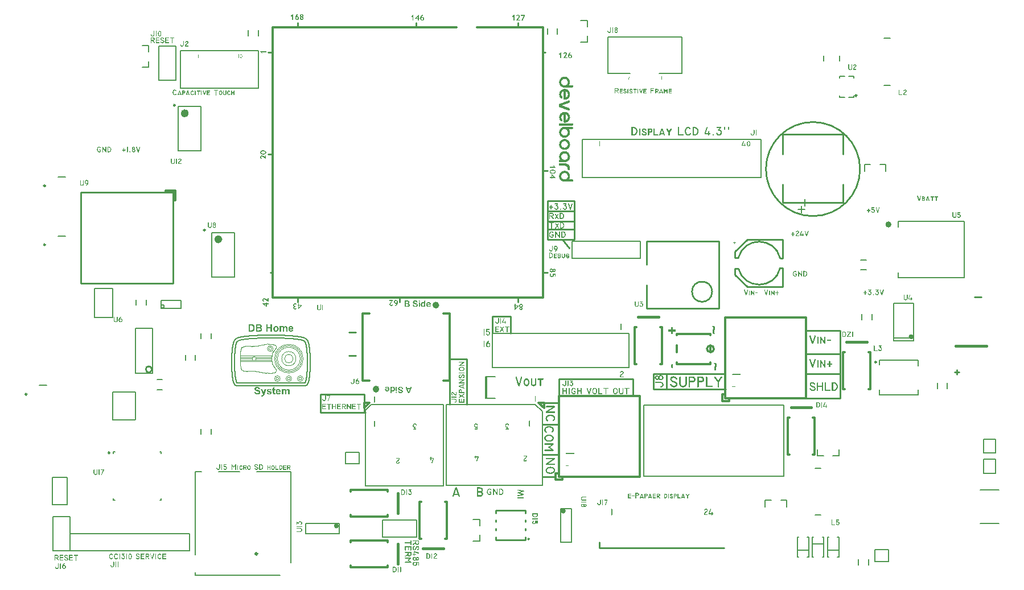
<source format=gto>
G04*
G04 #@! TF.GenerationSoftware,Altium Limited,Altium Designer,18.1.7 (191)*
G04*
G04 Layer_Color=65535*
%FSLAX44Y44*%
%MOMM*%
G71*
G01*
G75*
%ADD10C,0.1063*%
%ADD11C,0.1275*%
%ADD12C,0.6000*%
%ADD13C,0.2500*%
%ADD14C,0.5000*%
%ADD15C,0.3500*%
%ADD16C,0.2540*%
%ADD17C,0.3200*%
%ADD18C,0.1524*%
%ADD19C,0.2000*%
%ADD20C,0.3000*%
%ADD21C,0.2032*%
%ADD22C,0.1270*%
%ADD23C,0.4000*%
G36*
X614109Y55834D02*
X614099Y55761D01*
X614088Y55657D01*
X614067Y55543D01*
X614047Y55418D01*
X614015Y55283D01*
X613974Y55137D01*
X613932Y54981D01*
X613870Y54814D01*
X613797Y54658D01*
X613713Y54491D01*
X613609Y54324D01*
X613505Y54168D01*
X613370Y54012D01*
X613359Y54002D01*
X613328Y53970D01*
X613286Y53929D01*
X613224Y53877D01*
X613141Y53814D01*
X613047Y53741D01*
X612932Y53668D01*
X612807Y53585D01*
X612662Y53502D01*
X612505Y53429D01*
X612339Y53356D01*
X612151Y53293D01*
X611953Y53241D01*
X611745Y53189D01*
X611526Y53168D01*
X611287Y53158D01*
X611266D01*
X611224D01*
X611152Y53168D01*
X611047Y53179D01*
X610922Y53200D01*
X610777Y53221D01*
X610620Y53262D01*
X610454Y53304D01*
X610277Y53377D01*
X610089Y53450D01*
X609902Y53554D01*
X609714Y53668D01*
X609537Y53804D01*
X609360Y53970D01*
X609194Y54158D01*
X609038Y54366D01*
X609017Y54387D01*
X608965Y54439D01*
X608892Y54533D01*
X608808Y54658D01*
X608725Y54824D01*
X608652Y55012D01*
X608600Y55220D01*
X608590Y55335D01*
X608579Y55459D01*
Y55449D01*
X605674Y53304D01*
X605663Y53293D01*
X605632Y53283D01*
X605590Y53262D01*
X605538Y53231D01*
X605403Y53179D01*
X605330Y53168D01*
X605247Y53158D01*
X605236D01*
X605195D01*
X605143Y53168D01*
X605080Y53189D01*
X604997Y53210D01*
X604913Y53252D01*
X604830Y53304D01*
X604747Y53377D01*
X604737Y53387D01*
X604716Y53418D01*
X604684Y53460D01*
X604643Y53523D01*
X604601Y53595D01*
X604570Y53679D01*
X604549Y53773D01*
X604539Y53877D01*
Y53887D01*
X604549Y53929D01*
X604559Y53991D01*
X604580Y54064D01*
X604612Y54158D01*
X604674Y54241D01*
X604747Y54335D01*
X604851Y54418D01*
X608579Y57042D01*
Y58605D01*
X605247D01*
X605236D01*
X605215D01*
X605184D01*
X605132Y58615D01*
X605028Y58646D01*
X604893Y58688D01*
X604768Y58782D01*
X604705Y58834D01*
X604653Y58907D01*
X604601Y58980D01*
X604570Y59084D01*
X604549Y59188D01*
X604539Y59313D01*
Y59375D01*
X604549Y59417D01*
X604580Y59531D01*
X604632Y59656D01*
X604664Y59719D01*
X604716Y59781D01*
X604768Y59844D01*
X604841Y59896D01*
X604924Y59938D01*
X605018Y59969D01*
X605132Y59990D01*
X605257Y60000D01*
X614109D01*
Y55834D01*
D02*
G37*
G36*
X601925Y59990D02*
X602039Y59958D01*
X602185Y59906D01*
X602248Y59875D01*
X602320Y59823D01*
X602383Y59760D01*
X602435Y59688D01*
X602477Y59604D01*
X602518Y59511D01*
X602539Y59396D01*
X602550Y59271D01*
Y53221D01*
X602539Y53179D01*
X602508Y53054D01*
X602456Y52919D01*
X602414Y52846D01*
X602373Y52783D01*
X602310Y52721D01*
X602237Y52658D01*
X602154Y52617D01*
X602050Y52575D01*
X601945Y52554D01*
X601810Y52544D01*
X601800D01*
X601779D01*
X601748D01*
X601696Y52554D01*
X601581Y52585D01*
X601446Y52637D01*
X601383Y52679D01*
X601310Y52731D01*
X601248Y52783D01*
X601196Y52856D01*
X601144Y52950D01*
X601112Y53043D01*
X601092Y53158D01*
X601081Y53293D01*
Y55543D01*
X593239D01*
X593229D01*
X593208D01*
X593167D01*
X593125Y55553D01*
X593010Y55585D01*
X592875Y55637D01*
X592802Y55668D01*
X592729Y55720D01*
X592667Y55782D01*
X592615Y55845D01*
X592573Y55939D01*
X592531Y56032D01*
X592510Y56147D01*
X592500Y56272D01*
Y56334D01*
X592510Y56386D01*
X592542Y56501D01*
X592594Y56626D01*
X592635Y56699D01*
X592677Y56761D01*
X592740Y56824D01*
X592812Y56876D01*
X592896Y56928D01*
X593000Y56959D01*
X593115Y56980D01*
X593239Y56990D01*
X601081D01*
Y59334D01*
X601092Y59386D01*
X601123Y59500D01*
X601175Y59636D01*
X601206Y59698D01*
X601258Y59771D01*
X601321Y59833D01*
X601394Y59886D01*
X601477Y59938D01*
X601571Y59969D01*
X601685Y59990D01*
X601810Y60000D01*
X601821D01*
X601841D01*
X601883D01*
X601925Y59990D01*
D02*
G37*
G36*
X606965Y51752D02*
X607038Y51731D01*
X607121Y51711D01*
X607215Y51669D01*
X607309Y51617D01*
X607402Y51544D01*
X607413Y51533D01*
X607444Y51502D01*
X607475Y51461D01*
X607527Y51388D01*
X607569Y51315D01*
X607600Y51231D01*
X607632Y51127D01*
X607642Y51023D01*
Y50961D01*
X607621Y50909D01*
X607600Y50825D01*
X607559Y50752D01*
X607507Y50669D01*
X607423Y50596D01*
X607319Y50534D01*
X607298Y50523D01*
X607257Y50503D01*
X607184Y50461D01*
X607090Y50409D01*
X606986Y50336D01*
X606861Y50252D01*
X606736Y50148D01*
X606601Y50034D01*
X606465Y49899D01*
X606340Y49753D01*
X606215Y49586D01*
X606111Y49409D01*
X606017Y49211D01*
X605945Y49003D01*
X605903Y48774D01*
X605882Y48524D01*
Y48440D01*
X605892Y48336D01*
X605903Y48211D01*
X605924Y48055D01*
X605955Y47889D01*
X605997Y47701D01*
X606049Y47514D01*
X606121Y47326D01*
X606215Y47139D01*
X606319Y46972D01*
X606444Y46816D01*
X606601Y46691D01*
X606778Y46587D01*
X606986Y46524D01*
X607100Y46514D01*
X607225Y46504D01*
X607236D01*
X607257D01*
X607288Y46514D01*
X607340Y46524D01*
X607392Y46545D01*
X607465Y46566D01*
X607538Y46608D01*
X607621Y46660D01*
X607715Y46733D01*
X607809Y46816D01*
X607902Y46920D01*
X608007Y47035D01*
X608111Y47180D01*
X608215Y47357D01*
X608319Y47545D01*
X608413Y47774D01*
Y47784D01*
X608423Y47805D01*
X608433Y47836D01*
X608454Y47878D01*
X608475Y47930D01*
X608506Y48003D01*
X608569Y48149D01*
X608652Y48336D01*
X608736Y48545D01*
X608829Y48763D01*
X608923Y48992D01*
X609027Y49222D01*
X609121Y49440D01*
X609204Y49659D01*
X609287Y49846D01*
X609350Y50003D01*
X609402Y50128D01*
X609423Y50180D01*
X609444Y50211D01*
X609454Y50242D01*
Y50252D01*
X609464Y50273D01*
X609496Y50315D01*
X609537Y50388D01*
X609610Y50471D01*
X609693Y50586D01*
X609798Y50700D01*
X609923Y50836D01*
X610058Y50961D01*
X610214Y51096D01*
X610381Y51231D01*
X610568Y51346D01*
X610777Y51461D01*
X610985Y51544D01*
X611224Y51617D01*
X611464Y51658D01*
X611724Y51679D01*
X611735D01*
X611787D01*
X611849Y51669D01*
X611943D01*
X612047Y51648D01*
X612172Y51627D01*
X612318Y51596D01*
X612464Y51554D01*
X612630Y51513D01*
X612786Y51450D01*
X612953Y51367D01*
X613120Y51273D01*
X613286Y51169D01*
X613443Y51034D01*
X613588Y50888D01*
X613724Y50721D01*
X613734Y50711D01*
X613745Y50690D01*
X613776Y50638D01*
X613807Y50586D01*
X613849Y50503D01*
X613890Y50409D01*
X613942Y50305D01*
X613994Y50180D01*
X614047Y50044D01*
X614099Y49888D01*
X614151Y49721D01*
X614192Y49544D01*
X614224Y49357D01*
X614265Y49149D01*
X614286Y48940D01*
X614296Y48711D01*
Y48513D01*
X614286Y48420D01*
X614276Y48305D01*
X614265Y48170D01*
X614244Y48024D01*
X614213Y47868D01*
X614182Y47701D01*
X614140Y47534D01*
X614078Y47357D01*
X614015Y47180D01*
X613942Y47003D01*
X613849Y46826D01*
X613745Y46649D01*
X613734Y46639D01*
X613724Y46608D01*
X613693Y46566D01*
X613651Y46514D01*
X613599Y46441D01*
X613536Y46358D01*
X613463Y46274D01*
X613380Y46181D01*
X613286Y46087D01*
X613172Y45993D01*
X613057Y45889D01*
X612922Y45795D01*
X612776Y45702D01*
X612620Y45618D01*
X612453Y45545D01*
X612276Y45483D01*
X612266D01*
X612245Y45472D01*
X612183Y45462D01*
X612089Y45452D01*
X612006Y45441D01*
X611995D01*
X611953D01*
X611901Y45452D01*
X611839Y45472D01*
X611755Y45493D01*
X611683Y45535D01*
X611599Y45587D01*
X611526Y45660D01*
X611516Y45670D01*
X611495Y45702D01*
X611474Y45743D01*
X611443Y45795D01*
X611401Y45868D01*
X611381Y45962D01*
X611360Y46056D01*
X611349Y46160D01*
Y46181D01*
X611360Y46243D01*
X611370Y46326D01*
X611401Y46420D01*
X611443Y46535D01*
X611516Y46639D01*
X611610Y46722D01*
X611745Y46785D01*
X611755D01*
X611776Y46795D01*
X611808Y46806D01*
X611849Y46826D01*
X611953Y46868D01*
X612089Y46941D01*
X612235Y47045D01*
X612380Y47170D01*
X612516Y47316D01*
X612641Y47503D01*
Y47514D01*
X612651Y47524D01*
X612672Y47555D01*
X612693Y47597D01*
X612734Y47701D01*
X612786Y47847D01*
X612839Y48014D01*
X612891Y48211D01*
X612911Y48430D01*
X612922Y48659D01*
Y48732D01*
X612911Y48805D01*
X612891Y48909D01*
X612870Y49034D01*
X612839Y49180D01*
X612797Y49326D01*
X612745Y49472D01*
X612682Y49628D01*
X612599Y49774D01*
X612505Y49919D01*
X612391Y50034D01*
X612266Y50138D01*
X612110Y50221D01*
X611943Y50273D01*
X611745Y50294D01*
X611735D01*
X611724D01*
X611693D01*
X611651Y50284D01*
X611547Y50263D01*
X611412Y50221D01*
X611256Y50159D01*
X611089Y50055D01*
X611006Y49982D01*
X610922Y49909D01*
X610849Y49826D01*
X610766Y49721D01*
Y49711D01*
X610756Y49701D01*
X610735Y49680D01*
X610714Y49638D01*
X610683Y49586D01*
X610652Y49534D01*
X610610Y49461D01*
X610568Y49378D01*
X610516Y49284D01*
X610464Y49180D01*
X610412Y49055D01*
X610350Y48930D01*
X610287Y48784D01*
X610225Y48618D01*
X610162Y48451D01*
X610089Y48264D01*
X610079Y48243D01*
X610069Y48191D01*
X610037Y48118D01*
X609996Y48014D01*
X609944Y47878D01*
X609891Y47732D01*
X609829Y47576D01*
X609766Y47410D01*
X609610Y47055D01*
X609454Y46712D01*
X609381Y46545D01*
X609298Y46399D01*
X609225Y46264D01*
X609152Y46149D01*
X609142Y46139D01*
X609121Y46108D01*
X609079Y46045D01*
X609017Y45983D01*
X608944Y45900D01*
X608860Y45806D01*
X608756Y45712D01*
X608631Y45608D01*
X608506Y45514D01*
X608361Y45420D01*
X608204Y45327D01*
X608027Y45243D01*
X607850Y45170D01*
X607652Y45118D01*
X607454Y45087D01*
X607236Y45077D01*
X607225D01*
X607205D01*
X607163D01*
X607121Y45087D01*
X607059D01*
X606976Y45098D01*
X606799Y45129D01*
X606590Y45181D01*
X606361Y45254D01*
X606111Y45368D01*
X605851Y45504D01*
X605726Y45587D01*
X605590Y45691D01*
X605466Y45795D01*
X605340Y45920D01*
X605226Y46045D01*
X605111Y46191D01*
X604997Y46358D01*
X604903Y46524D01*
X604809Y46712D01*
X604726Y46920D01*
X604643Y47139D01*
X604580Y47378D01*
X604539Y47639D01*
X604497Y47909D01*
X604476Y48201D01*
X604466Y48513D01*
Y48607D01*
X604476Y48711D01*
X604497Y48857D01*
X604528Y49024D01*
X604570Y49222D01*
X604643Y49440D01*
X604726Y49680D01*
X604830Y49930D01*
X604966Y50190D01*
X605132Y50461D01*
X605330Y50721D01*
X605570Y50981D01*
X605695Y51107D01*
X605840Y51231D01*
X605997Y51356D01*
X606153Y51471D01*
X606330Y51585D01*
X606517Y51690D01*
X606528D01*
X606538Y51700D01*
X606569Y51711D01*
X606611Y51721D01*
X606715Y51752D01*
X606851Y51763D01*
X606861D01*
X606903D01*
X606965Y51752D01*
D02*
G37*
G36*
X602550Y45379D02*
X602539Y45327D01*
X602508Y45212D01*
X602466Y45087D01*
X602373Y44952D01*
X602320Y44900D01*
X602248Y44848D01*
X602175Y44796D01*
X602071Y44764D01*
X601966Y44743D01*
X601841Y44733D01*
X601831D01*
X601810D01*
X601779D01*
X601727Y44743D01*
X601623Y44775D01*
X601487Y44816D01*
X601362Y44910D01*
X601300Y44962D01*
X601248Y45035D01*
X601196Y45108D01*
X601165Y45212D01*
X601144Y45316D01*
X601133Y45441D01*
Y49742D01*
X598957D01*
Y45649D01*
X598946Y45598D01*
X598915Y45483D01*
X598873Y45358D01*
X598780Y45223D01*
X598728Y45170D01*
X598655Y45118D01*
X598582Y45066D01*
X598478Y45035D01*
X598373Y45014D01*
X598249Y45004D01*
X598238D01*
X598217D01*
X598186D01*
X598134Y45014D01*
X598030Y45045D01*
X597895Y45087D01*
X597770Y45181D01*
X597707Y45233D01*
X597655Y45306D01*
X597603Y45379D01*
X597572Y45483D01*
X597551Y45587D01*
X597540Y45712D01*
Y49742D01*
X594489D01*
Y45379D01*
X594479Y45327D01*
X594448Y45212D01*
X594406Y45087D01*
X594312Y44952D01*
X594260Y44900D01*
X594187Y44848D01*
X594114Y44796D01*
X594010Y44764D01*
X593906Y44743D01*
X593781Y44733D01*
X593770D01*
X593750D01*
X593718D01*
X593666Y44743D01*
X593562Y44775D01*
X593427Y44816D01*
X593302Y44910D01*
X593239Y44962D01*
X593187Y45035D01*
X593135Y45108D01*
X593104Y45212D01*
X593083Y45316D01*
X593073Y45441D01*
Y51127D01*
X602550D01*
Y45379D01*
D02*
G37*
G36*
X606809Y43952D02*
X606882D01*
X606976Y43942D01*
X607069Y43921D01*
X607298Y43869D01*
X613661Y41651D01*
X613672D01*
X613682Y41640D01*
X613734Y41619D01*
X613817Y41578D01*
X613901Y41505D01*
X613984Y41421D01*
X614067Y41307D01*
X614119Y41182D01*
X614140Y41099D01*
Y40963D01*
X614130Y40911D01*
X614119Y40849D01*
X614088Y40765D01*
X614057Y40682D01*
X614005Y40588D01*
X613932Y40505D01*
X613922Y40495D01*
X613901Y40463D01*
X613859Y40432D01*
X613797Y40380D01*
X613724Y40338D01*
X613641Y40307D01*
X613547Y40276D01*
X613443Y40265D01*
X613432D01*
X613422D01*
X613359Y40276D01*
X613276Y40286D01*
X613193Y40318D01*
X607392Y42359D01*
Y39672D01*
X608829D01*
X608840D01*
X608860D01*
X608892D01*
X608944Y39662D01*
X609048Y39630D01*
X609183Y39589D01*
X609308Y39505D01*
X609360Y39453D01*
X609423Y39380D01*
X609464Y39307D01*
X609496Y39214D01*
X609516Y39109D01*
X609527Y38985D01*
Y38922D01*
X609516Y38870D01*
X609485Y38756D01*
X609444Y38630D01*
X609360Y38495D01*
X609298Y38443D01*
X609235Y38391D01*
X609152Y38339D01*
X609058Y38308D01*
X608954Y38287D01*
X608829Y38276D01*
X607392D01*
Y37610D01*
X607382Y37558D01*
X607350Y37443D01*
X607309Y37318D01*
X607215Y37183D01*
X607163Y37131D01*
X607090Y37079D01*
X607017Y37027D01*
X606913Y36995D01*
X606809Y36975D01*
X606684Y36964D01*
X606674D01*
X606653D01*
X606621D01*
X606569Y36975D01*
X606465Y37006D01*
X606330Y37048D01*
X606205Y37141D01*
X606142Y37193D01*
X606090Y37266D01*
X606038Y37339D01*
X606007Y37443D01*
X605986Y37547D01*
X605976Y37672D01*
Y38276D01*
X605215D01*
X605205D01*
X605184D01*
X605153D01*
X605111Y38287D01*
X604997Y38318D01*
X604872Y38360D01*
X604737Y38454D01*
X604684Y38505D01*
X604632Y38578D01*
X604580Y38651D01*
X604549Y38756D01*
X604528Y38860D01*
X604518Y38985D01*
Y39047D01*
X604528Y39089D01*
X604559Y39203D01*
X604601Y39328D01*
X604684Y39453D01*
X604747Y39516D01*
X604809Y39568D01*
X604893Y39609D01*
X604986Y39641D01*
X605091Y39662D01*
X605215Y39672D01*
X605976D01*
Y43473D01*
X605986Y43535D01*
X606017Y43608D01*
X606069Y43702D01*
X606101Y43754D01*
X606153Y43796D01*
X606215Y43848D01*
X606288Y43879D01*
X606371Y43910D01*
X606465Y43942D01*
X606580Y43952D01*
X606705Y43962D01*
X606715D01*
X606757D01*
X606809Y43952D01*
D02*
G37*
G36*
X602529Y38703D02*
X602518Y38630D01*
X602508Y38526D01*
X602487Y38412D01*
X602466Y38287D01*
X602435Y38152D01*
X602393Y38006D01*
X602352Y37850D01*
X602289Y37683D01*
X602216Y37527D01*
X602133Y37360D01*
X602029Y37193D01*
X601925Y37037D01*
X601789Y36881D01*
X601779Y36871D01*
X601748Y36839D01*
X601706Y36798D01*
X601643Y36746D01*
X601560Y36683D01*
X601466Y36610D01*
X601352Y36537D01*
X601227Y36454D01*
X601081Y36371D01*
X600925Y36298D01*
X600758Y36225D01*
X600571Y36162D01*
X600373Y36110D01*
X600165Y36058D01*
X599946Y36037D01*
X599706Y36027D01*
X599686D01*
X599644D01*
X599571Y36037D01*
X599467Y36048D01*
X599342Y36069D01*
X599196Y36089D01*
X599040Y36131D01*
X598873Y36173D01*
X598696Y36246D01*
X598509Y36319D01*
X598321Y36423D01*
X598134Y36537D01*
X597957Y36673D01*
X597780Y36839D01*
X597613Y37027D01*
X597457Y37235D01*
X597436Y37256D01*
X597384Y37308D01*
X597311Y37402D01*
X597228Y37527D01*
X597145Y37693D01*
X597072Y37881D01*
X597020Y38089D01*
X597009Y38203D01*
X596999Y38328D01*
Y38318D01*
X594093Y36173D01*
X594083Y36162D01*
X594052Y36152D01*
X594010Y36131D01*
X593958Y36100D01*
X593823Y36048D01*
X593750Y36037D01*
X593666Y36027D01*
X593656D01*
X593614D01*
X593562Y36037D01*
X593500Y36058D01*
X593416Y36079D01*
X593333Y36121D01*
X593250Y36173D01*
X593167Y36246D01*
X593156Y36256D01*
X593135Y36287D01*
X593104Y36329D01*
X593062Y36391D01*
X593021Y36464D01*
X592990Y36548D01*
X592969Y36641D01*
X592958Y36746D01*
Y36756D01*
X592969Y36798D01*
X592979Y36860D01*
X593000Y36933D01*
X593031Y37027D01*
X593094Y37110D01*
X593167Y37204D01*
X593271Y37287D01*
X596999Y39911D01*
Y41473D01*
X593666D01*
X593656D01*
X593635D01*
X593604D01*
X593552Y41484D01*
X593448Y41515D01*
X593312Y41557D01*
X593187Y41651D01*
X593125Y41703D01*
X593073Y41775D01*
X593021Y41848D01*
X592990Y41953D01*
X592969Y42057D01*
X592958Y42182D01*
Y42244D01*
X592969Y42286D01*
X593000Y42400D01*
X593052Y42525D01*
X593083Y42588D01*
X593135Y42650D01*
X593187Y42713D01*
X593260Y42765D01*
X593344Y42807D01*
X593437Y42838D01*
X593552Y42859D01*
X593677Y42869D01*
X602529D01*
Y38703D01*
D02*
G37*
G36*
X607621Y35350D02*
X607725Y35340D01*
X607861Y35329D01*
X608007Y35298D01*
X608173Y35267D01*
X608350Y35215D01*
X608538Y35163D01*
X608725Y35090D01*
X608923Y34996D01*
X609110Y34881D01*
X609298Y34757D01*
X609475Y34611D01*
X609641Y34434D01*
X609798Y34236D01*
X609808Y34246D01*
X609829Y34267D01*
X609871Y34309D01*
X609923Y34361D01*
X609996Y34423D01*
X610079Y34496D01*
X610173Y34569D01*
X610287Y34642D01*
X610412Y34725D01*
X610558Y34798D01*
X610714Y34871D01*
X610881Y34934D01*
X611058Y34986D01*
X611256Y35027D01*
X611454Y35048D01*
X611672Y35059D01*
X611683D01*
X611724D01*
X611776D01*
X611849Y35048D01*
X611943Y35038D01*
X612047Y35017D01*
X612162Y34996D01*
X612297Y34965D01*
X612578Y34881D01*
X612724Y34829D01*
X612880Y34757D01*
X613036Y34673D01*
X613193Y34580D01*
X613338Y34475D01*
X613484Y34350D01*
X613495Y34340D01*
X613516Y34319D01*
X613557Y34278D01*
X613609Y34225D01*
X613661Y34153D01*
X613724Y34069D01*
X613797Y33975D01*
X613870Y33861D01*
X613942Y33746D01*
X614015Y33611D01*
X614078Y33465D01*
X614130Y33309D01*
X614182Y33153D01*
X614224Y32976D01*
X614244Y32799D01*
X614255Y32611D01*
Y32507D01*
X614244Y32434D01*
X614234Y32351D01*
X614213Y32247D01*
X614192Y32132D01*
X614161Y32007D01*
X614119Y31872D01*
X614067Y31726D01*
X614005Y31580D01*
X613932Y31434D01*
X613838Y31289D01*
X613734Y31132D01*
X613620Y30987D01*
X613484Y30851D01*
X613474Y30841D01*
X613453Y30820D01*
X613411Y30789D01*
X613349Y30737D01*
X613276Y30685D01*
X613193Y30622D01*
X613088Y30549D01*
X612974Y30487D01*
X612849Y30414D01*
X612703Y30351D01*
X612557Y30289D01*
X612401Y30237D01*
X612235Y30185D01*
X612057Y30154D01*
X611870Y30133D01*
X611672Y30122D01*
X611662D01*
X611620D01*
X611568D01*
X611485Y30133D01*
X611391Y30143D01*
X611277Y30164D01*
X611152Y30185D01*
X611026Y30216D01*
X610881Y30258D01*
X610735Y30310D01*
X610589Y30372D01*
X610433Y30456D01*
X610287Y30539D01*
X610141Y30643D01*
X610006Y30768D01*
X609871Y30903D01*
X609860Y30893D01*
X609829Y30851D01*
X609787Y30789D01*
X609725Y30716D01*
X609641Y30622D01*
X609537Y30518D01*
X609412Y30403D01*
X609277Y30289D01*
X609121Y30174D01*
X608933Y30060D01*
X608746Y29956D01*
X608527Y29862D01*
X608288Y29789D01*
X608038Y29727D01*
X607767Y29685D01*
X607475Y29674D01*
X607465D01*
X607423D01*
X607361Y29685D01*
X607267D01*
X607163Y29695D01*
X607048Y29716D01*
X606903Y29747D01*
X606757Y29779D01*
X606601Y29820D01*
X606434Y29883D01*
X606257Y29945D01*
X606080Y30029D01*
X605903Y30122D01*
X605726Y30237D01*
X605549Y30372D01*
X605382Y30518D01*
X605372Y30528D01*
X605340Y30560D01*
X605299Y30601D01*
X605247Y30664D01*
X605184Y30747D01*
X605101Y30841D01*
X605028Y30955D01*
X604945Y31080D01*
X604861Y31226D01*
X604789Y31372D01*
X604716Y31539D01*
X604643Y31716D01*
X604591Y31903D01*
X604549Y32101D01*
X604518Y32309D01*
X604507Y32528D01*
Y32580D01*
X604518Y32643D01*
Y32726D01*
X604539Y32830D01*
X604549Y32945D01*
X604580Y33080D01*
X604622Y33226D01*
X604664Y33382D01*
X604726Y33538D01*
X604789Y33705D01*
X604872Y33871D01*
X604976Y34048D01*
X605091Y34215D01*
X605226Y34382D01*
X605382Y34538D01*
X605393Y34548D01*
X605424Y34569D01*
X605476Y34611D01*
X605538Y34663D01*
X605622Y34725D01*
X605726Y34798D01*
X605840Y34871D01*
X605976Y34944D01*
X606121Y35027D01*
X606278Y35100D01*
X606455Y35173D01*
X606632Y35236D01*
X606830Y35288D01*
X607038Y35329D01*
X607246Y35350D01*
X607475Y35361D01*
X607496D01*
X607548D01*
X607621Y35350D01*
D02*
G37*
G36*
X601873Y34413D02*
X601987Y34382D01*
X602133Y34330D01*
X602196Y34288D01*
X602268Y34246D01*
X602331Y34184D01*
X602383Y34111D01*
X602425Y34028D01*
X602466Y33923D01*
X602487Y33809D01*
X602497Y33684D01*
Y33663D01*
X602487Y33590D01*
X602477Y33496D01*
X602435Y33371D01*
X602383Y33236D01*
X602300Y33090D01*
X602175Y32955D01*
X602102Y32882D01*
X602018Y32819D01*
X598603Y30528D01*
X602008Y28237D01*
X602018D01*
X602029Y28217D01*
X602091Y28164D01*
X602185Y28081D01*
X602289Y27977D01*
X602393Y27852D01*
X602487Y27696D01*
X602550Y27529D01*
X602560Y27446D01*
X602570Y27352D01*
Y27300D01*
X602560Y27238D01*
X602539Y27165D01*
X602508Y27092D01*
X602466Y26998D01*
X602414Y26915D01*
X602331Y26831D01*
X602320Y26821D01*
X602289Y26800D01*
X602237Y26758D01*
X602164Y26717D01*
X602081Y26686D01*
X601987Y26644D01*
X601873Y26623D01*
X601748Y26613D01*
X593656D01*
X593646D01*
X593625D01*
X593593D01*
X593552Y26623D01*
X593437Y26654D01*
X593312Y26696D01*
X593177Y26790D01*
X593125Y26842D01*
X593073Y26915D01*
X593021Y26988D01*
X592990Y27092D01*
X592969Y27196D01*
X592958Y27321D01*
Y27383D01*
X592969Y27425D01*
X593000Y27540D01*
X593042Y27665D01*
X593125Y27789D01*
X593187Y27852D01*
X593250Y27904D01*
X593333Y27946D01*
X593427Y27977D01*
X593531Y27998D01*
X593656Y28008D01*
X600123D01*
X597228Y29789D01*
X597207Y29799D01*
X597155Y29841D01*
X597082Y29914D01*
X597009Y29997D01*
X596926Y30112D01*
X596853Y30237D01*
X596801Y30393D01*
X596791Y30476D01*
X596780Y30560D01*
Y30580D01*
X596791Y30633D01*
X596801Y30716D01*
X596832Y30810D01*
X596884Y30924D01*
X596957Y31039D01*
X597061Y31164D01*
X597197Y31268D01*
X600196Y33017D01*
X593656D01*
X593646D01*
X593625D01*
X593593D01*
X593552Y33028D01*
X593437Y33059D01*
X593312Y33101D01*
X593177Y33194D01*
X593125Y33247D01*
X593073Y33319D01*
X593021Y33392D01*
X592990Y33496D01*
X592969Y33600D01*
X592958Y33726D01*
Y33788D01*
X592969Y33830D01*
X593000Y33944D01*
X593042Y34069D01*
X593125Y34205D01*
X593187Y34257D01*
X593250Y34309D01*
X593333Y34361D01*
X593427Y34392D01*
X593531Y34413D01*
X593656Y34423D01*
X601758D01*
X601768D01*
X601789D01*
X601831D01*
X601873Y34413D01*
D02*
G37*
G36*
X607225Y27987D02*
X607288Y27967D01*
X607371Y27946D01*
X607444Y27904D01*
X607527Y27852D01*
X607600Y27779D01*
X607611Y27769D01*
X607632Y27738D01*
X607663Y27696D01*
X607705Y27633D01*
X607736Y27560D01*
X607767Y27477D01*
X607788Y27383D01*
X607798Y27279D01*
Y27258D01*
X607788Y27206D01*
X607777Y27123D01*
X607757Y27040D01*
X607705Y26936D01*
X607642Y26842D01*
X607559Y26758D01*
X607434Y26707D01*
X607413Y26696D01*
X607361Y26675D01*
X607288Y26644D01*
X607184Y26592D01*
X607069Y26529D01*
X606934Y26456D01*
X606788Y26363D01*
X606642Y26259D01*
X606507Y26144D01*
X606361Y26009D01*
X606236Y25863D01*
X606121Y25707D01*
X606028Y25530D01*
X605955Y25342D01*
X605924Y25144D01*
X605913Y24936D01*
Y24905D01*
X605924Y24863D01*
X605934Y24811D01*
X605945Y24749D01*
X605965Y24676D01*
X606007Y24509D01*
X606090Y24322D01*
X606194Y24134D01*
X606267Y24041D01*
X606351Y23957D01*
X606434Y23863D01*
X606538Y23791D01*
X606549D01*
X606559Y23770D01*
X606590Y23759D01*
X606632Y23728D01*
X606684Y23707D01*
X606746Y23676D01*
X606830Y23634D01*
X606913Y23603D01*
X607111Y23530D01*
X607340Y23478D01*
X607611Y23437D01*
X607913Y23416D01*
X607923D01*
X607944D01*
X607996D01*
X608048Y23426D01*
X608121D01*
X608194Y23447D01*
X608392Y23478D01*
X608600Y23541D01*
X608840Y23634D01*
X608954Y23686D01*
X609069Y23759D01*
X609183Y23832D01*
X609298Y23926D01*
X609308Y23936D01*
X609319Y23947D01*
X609350Y23978D01*
X609392Y24020D01*
X609485Y24124D01*
X609589Y24259D01*
X609693Y24436D01*
X609787Y24634D01*
X609860Y24853D01*
X609871Y24967D01*
X609881Y25092D01*
Y25186D01*
X609871Y25248D01*
Y25332D01*
X609860Y25426D01*
X609839Y25519D01*
X609818Y25634D01*
X609766Y25884D01*
X609673Y26134D01*
X609558Y26394D01*
X609475Y26519D01*
X609392Y26634D01*
X609381Y26644D01*
X609350Y26686D01*
X609308Y26758D01*
X609256Y26831D01*
X609204Y26925D01*
X609162Y27029D01*
X609131Y27133D01*
X609121Y27227D01*
Y27248D01*
X609131Y27321D01*
X609152Y27415D01*
X609204Y27519D01*
X609277Y27623D01*
X609329Y27675D01*
X609392Y27717D01*
X609464Y27758D01*
X609548Y27789D01*
X609641Y27800D01*
X609756Y27810D01*
X614109D01*
Y23374D01*
X614099Y23322D01*
X614067Y23218D01*
X614026Y23082D01*
X613942Y22957D01*
X613880Y22905D01*
X613817Y22843D01*
X613734Y22801D01*
X613641Y22770D01*
X613536Y22749D01*
X613411Y22739D01*
X613401D01*
X613380D01*
X613349D01*
X613307Y22749D01*
X613193Y22780D01*
X613068Y22822D01*
X612932Y22905D01*
X612880Y22968D01*
X612828Y23030D01*
X612776Y23114D01*
X612745Y23207D01*
X612724Y23312D01*
X612714Y23437D01*
Y26446D01*
X611026D01*
Y26436D01*
X611037Y26425D01*
X611047Y26394D01*
X611068Y26363D01*
X611089Y26311D01*
X611110Y26259D01*
X611141Y26186D01*
X611162Y26113D01*
X611183Y26019D01*
X611214Y25925D01*
X611235Y25811D01*
X611256Y25686D01*
X611277Y25561D01*
X611287Y25415D01*
X611297Y25269D01*
Y25051D01*
X611287Y24988D01*
Y24905D01*
X611266Y24801D01*
X611245Y24676D01*
X611214Y24540D01*
X611172Y24384D01*
X611120Y24228D01*
X611047Y24061D01*
X610975Y23884D01*
X610870Y23697D01*
X610756Y23520D01*
X610620Y23332D01*
X610464Y23155D01*
X610287Y22978D01*
X610277Y22968D01*
X610246Y22937D01*
X610183Y22895D01*
X610110Y22833D01*
X610016Y22760D01*
X609891Y22687D01*
X609766Y22603D01*
X609610Y22510D01*
X609444Y22426D01*
X609267Y22343D01*
X609069Y22270D01*
X608860Y22197D01*
X608642Y22135D01*
X608402Y22093D01*
X608163Y22062D01*
X607913Y22051D01*
X607892D01*
X607850D01*
X607777D01*
X607673Y22062D01*
X607559Y22072D01*
X607413Y22093D01*
X607257Y22114D01*
X607090Y22145D01*
X606903Y22187D01*
X606715Y22229D01*
X606517Y22291D01*
X606309Y22364D01*
X606111Y22447D01*
X605913Y22551D01*
X605726Y22655D01*
X605538Y22791D01*
X605528Y22801D01*
X605497Y22822D01*
X605455Y22864D01*
X605393Y22916D01*
X605320Y22989D01*
X605236Y23072D01*
X605153Y23176D01*
X605059Y23301D01*
X604976Y23437D01*
X604882Y23582D01*
X604799Y23749D01*
X604716Y23936D01*
X604643Y24134D01*
X604591Y24353D01*
X604549Y24582D01*
X604518Y24832D01*
Y25113D01*
X604528Y25228D01*
X604539Y25353D01*
X604559Y25498D01*
X604591Y25644D01*
X604632Y25800D01*
X604684Y25967D01*
X604747Y26134D01*
X604820Y26300D01*
X604903Y26467D01*
X605007Y26634D01*
X605132Y26800D01*
X605143Y26811D01*
X605163Y26831D01*
X605195Y26873D01*
X605247Y26925D01*
X605309Y26988D01*
X605393Y27071D01*
X605486Y27154D01*
X605590Y27238D01*
X605705Y27331D01*
X605840Y27425D01*
X605986Y27529D01*
X606142Y27623D01*
X606309Y27717D01*
X606486Y27810D01*
X606684Y27894D01*
X606882Y27967D01*
X606903D01*
X606955Y27977D01*
X607028Y27987D01*
X607121Y27998D01*
X607132D01*
X607173D01*
X607225Y27987D01*
D02*
G37*
G36*
X415963Y378800D02*
X416046Y378788D01*
X416246Y378764D01*
X416470Y378729D01*
X416717Y378658D01*
X416965Y378576D01*
X417201Y378458D01*
X417212D01*
X417224Y378446D01*
X417295Y378387D01*
X417401Y378305D01*
X417542Y378199D01*
X417684Y378045D01*
X417837Y377868D01*
X417978Y377656D01*
X418096Y377421D01*
X418108Y377397D01*
X418120Y377362D01*
X418132Y377326D01*
X418143Y377267D01*
X418167Y377197D01*
X418191Y377126D01*
X418214Y377032D01*
X418226Y376914D01*
X418250Y376796D01*
X418273Y376666D01*
X418285Y376513D01*
X418297Y376360D01*
X418308Y376183D01*
X418320Y375983D01*
Y375782D01*
Y370750D01*
X416234D01*
Y375252D01*
Y375264D01*
Y375299D01*
Y375358D01*
Y375441D01*
X416222Y375535D01*
Y375641D01*
X416211Y375888D01*
X416175Y376136D01*
X416140Y376395D01*
X416116Y376501D01*
X416081Y376607D01*
X416046Y376702D01*
X416010Y376772D01*
X415998Y376796D01*
X415951Y376843D01*
X415892Y376914D01*
X415798Y376996D01*
X415668Y377079D01*
X415515Y377150D01*
X415339Y377197D01*
X415126Y377220D01*
X415056D01*
X414973Y377209D01*
X414855Y377185D01*
X414737Y377150D01*
X414596Y377102D01*
X414454Y377043D01*
X414301Y376949D01*
X414290Y376937D01*
X414242Y376902D01*
X414172Y376831D01*
X414089Y376749D01*
X413995Y376643D01*
X413901Y376501D01*
X413818Y376348D01*
X413747Y376160D01*
X413736Y376136D01*
Y376101D01*
X413724Y376065D01*
X413712Y376006D01*
X413700Y375936D01*
X413677Y375865D01*
X413665Y375771D01*
X413653Y375665D01*
X413630Y375535D01*
X413618Y375405D01*
X413606Y375264D01*
X413594Y375099D01*
Y374922D01*
X413582Y374734D01*
Y374533D01*
Y370750D01*
X411496D01*
Y375064D01*
Y375075D01*
Y375111D01*
Y375170D01*
Y375252D01*
Y375346D01*
Y375452D01*
X411485Y375688D01*
X411473Y375936D01*
X411449Y376183D01*
X411437Y376289D01*
X411414Y376395D01*
X411402Y376478D01*
X411379Y376549D01*
Y376560D01*
X411355Y376607D01*
X411331Y376666D01*
X411296Y376737D01*
X411190Y376902D01*
X411119Y376985D01*
X411037Y377055D01*
X411025Y377067D01*
X410990Y377079D01*
X410942Y377102D01*
X410872Y377138D01*
X410777Y377173D01*
X410671Y377197D01*
X410542Y377209D01*
X410400Y377220D01*
X410318D01*
X410224Y377209D01*
X410106Y377185D01*
X409976Y377150D01*
X409835Y377102D01*
X409681Y377043D01*
X409528Y376949D01*
X409516Y376937D01*
X409469Y376902D01*
X409398Y376843D01*
X409316Y376761D01*
X409234Y376655D01*
X409139Y376525D01*
X409057Y376372D01*
X408986Y376195D01*
X408974Y376171D01*
Y376148D01*
X408963Y376101D01*
X408951Y376054D01*
X408939Y375983D01*
X408915Y375900D01*
X408904Y375818D01*
X408892Y375712D01*
X408868Y375594D01*
X408856Y375452D01*
X408845Y375311D01*
X408833Y375146D01*
Y374969D01*
X408821Y374781D01*
Y374580D01*
Y370750D01*
X406735D01*
Y378634D01*
X408656D01*
Y377550D01*
X408668Y377562D01*
X408703Y377609D01*
X408762Y377668D01*
X408845Y377751D01*
X408939Y377845D01*
X409057Y377951D01*
X409198Y378069D01*
X409351Y378187D01*
X409516Y378305D01*
X409705Y378411D01*
X409905Y378517D01*
X410117Y378611D01*
X410353Y378694D01*
X410589Y378752D01*
X410848Y378800D01*
X411107Y378811D01*
X411237D01*
X411296Y378800D01*
X411379D01*
X411555Y378776D01*
X411756Y378729D01*
X411980Y378682D01*
X412203Y378599D01*
X412416Y378493D01*
X412427D01*
X412439Y378481D01*
X412510Y378434D01*
X412616Y378363D01*
X412746Y378257D01*
X412887Y378128D01*
X413040Y377963D01*
X413194Y377774D01*
X413335Y377550D01*
X413347Y377562D01*
X413358Y377574D01*
X413382Y377609D01*
X413429Y377656D01*
X413535Y377762D01*
X413665Y377904D01*
X413842Y378057D01*
X414030Y378222D01*
X414231Y378363D01*
X414454Y378493D01*
X414466D01*
X414478Y378505D01*
X414514Y378529D01*
X414561Y378540D01*
X414678Y378599D01*
X414843Y378658D01*
X415032Y378705D01*
X415256Y378764D01*
X415492Y378800D01*
X415739Y378811D01*
X415881D01*
X415963Y378800D01*
D02*
G37*
G36*
X395362Y370750D02*
X393170D01*
Y375511D01*
X388856D01*
Y370750D01*
X386664D01*
Y381628D01*
X388856D01*
Y377350D01*
X393170D01*
Y381628D01*
X395362D01*
Y370750D01*
D02*
G37*
G36*
X376399Y381616D02*
X376540D01*
X376858Y381604D01*
X377177Y381581D01*
X377483Y381546D01*
X377613Y381534D01*
X377742Y381510D01*
X377766D01*
X377801Y381498D01*
X377849Y381487D01*
X377966Y381463D01*
X378120Y381416D01*
X378296Y381357D01*
X378485Y381274D01*
X378685Y381180D01*
X378874Y381062D01*
X378886D01*
X378897Y381051D01*
X378956Y381003D01*
X379051Y380921D01*
X379169Y380827D01*
X379298Y380685D01*
X379440Y380532D01*
X379581Y380355D01*
X379711Y380155D01*
Y380143D01*
X379722Y380131D01*
X379746Y380096D01*
X379770Y380061D01*
X379817Y379943D01*
X379887Y379790D01*
X379946Y379601D01*
X380005Y379377D01*
X380041Y379141D01*
X380052Y378882D01*
Y378870D01*
Y378847D01*
Y378811D01*
X380041Y378752D01*
Y378682D01*
X380029Y378611D01*
X380005Y378422D01*
X379946Y378199D01*
X379876Y377963D01*
X379781Y377727D01*
X379640Y377480D01*
Y377468D01*
X379616Y377456D01*
X379593Y377421D01*
X379569Y377374D01*
X379475Y377267D01*
X379345Y377126D01*
X379180Y376973D01*
X378992Y376808D01*
X378768Y376655D01*
X378520Y376525D01*
X378532D01*
X378567Y376513D01*
X378615Y376490D01*
X378685Y376466D01*
X378768Y376431D01*
X378862Y376395D01*
X379086Y376289D01*
X379322Y376160D01*
X379581Y375983D01*
X379828Y375782D01*
X380041Y375535D01*
X380052Y375523D01*
X380064Y375500D01*
X380088Y375464D01*
X380123Y375417D01*
X380170Y375346D01*
X380217Y375264D01*
X380265Y375170D01*
X380312Y375075D01*
X380406Y374828D01*
X380500Y374557D01*
X380559Y374239D01*
X380583Y374073D01*
Y373897D01*
Y373885D01*
Y373861D01*
Y373826D01*
Y373767D01*
X380571Y373708D01*
X380559Y373626D01*
X380536Y373437D01*
X380500Y373213D01*
X380429Y372977D01*
X380347Y372718D01*
X380229Y372447D01*
Y372435D01*
X380217Y372412D01*
X380194Y372376D01*
X380170Y372329D01*
X380088Y372200D01*
X379982Y372046D01*
X379852Y371870D01*
X379687Y371681D01*
X379498Y371493D01*
X379286Y371328D01*
X379274D01*
X379263Y371316D01*
X379227Y371292D01*
X379180Y371257D01*
X379121Y371233D01*
X379051Y371198D01*
X378886Y371115D01*
X378674Y371021D01*
X378414Y370939D01*
X378131Y370868D01*
X377813Y370821D01*
X377754D01*
X377695Y370809D01*
X377625D01*
X377530Y370797D01*
X377412D01*
X377283Y370785D01*
X377118D01*
X376929Y370774D01*
X376717D01*
X376470Y370762D01*
X375892D01*
X375550Y370750D01*
X371473D01*
Y381628D01*
X376257D01*
X376399Y381616D01*
D02*
G37*
G36*
X364849D02*
X365120D01*
X365273Y381604D01*
X365603Y381581D01*
X365945Y381534D01*
X366275Y381487D01*
X366428Y381451D01*
X366570Y381416D01*
X366581D01*
X366617Y381404D01*
X366664Y381381D01*
X366735Y381357D01*
X366817Y381334D01*
X366911Y381286D01*
X367135Y381180D01*
X367395Y381051D01*
X367666Y380874D01*
X367937Y380662D01*
X368208Y380414D01*
X368220Y380402D01*
X368243Y380379D01*
X368279Y380344D01*
X368326Y380285D01*
X368373Y380214D01*
X368444Y380131D01*
X368514Y380037D01*
X368597Y379919D01*
X368679Y379801D01*
X368762Y379672D01*
X368939Y379365D01*
X369104Y379024D01*
X369245Y378646D01*
Y378634D01*
X369257Y378599D01*
X369280Y378540D01*
X369304Y378458D01*
X369328Y378363D01*
X369363Y378234D01*
X369398Y378092D01*
X369434Y377939D01*
X369457Y377762D01*
X369492Y377562D01*
X369528Y377350D01*
X369551Y377126D01*
X369575Y376879D01*
X369599Y376631D01*
X369610Y376360D01*
Y376077D01*
Y376065D01*
Y376018D01*
Y375947D01*
Y375853D01*
X369599Y375735D01*
Y375606D01*
X369587Y375452D01*
X369563Y375287D01*
X369528Y374922D01*
X369469Y374533D01*
X369386Y374144D01*
X369269Y373767D01*
Y373755D01*
X369245Y373720D01*
X369221Y373649D01*
X369198Y373567D01*
X369151Y373473D01*
X369104Y373355D01*
X369045Y373225D01*
X368974Y373083D01*
X368809Y372777D01*
X368609Y372459D01*
X368373Y372141D01*
X368102Y371846D01*
X368090Y371834D01*
X368078Y371823D01*
X368043Y371787D01*
X367996Y371752D01*
X367937Y371705D01*
X367878Y371646D01*
X367795Y371587D01*
X367701Y371528D01*
X367477Y371386D01*
X367218Y371245D01*
X366911Y371104D01*
X366570Y370974D01*
X366558D01*
X366534Y370962D01*
X366499Y370950D01*
X366440Y370939D01*
X366369Y370927D01*
X366275Y370903D01*
X366169Y370880D01*
X366051Y370868D01*
X365921Y370844D01*
X365780Y370821D01*
X365615Y370797D01*
X365438Y370785D01*
X365261Y370774D01*
X365061Y370762D01*
X364849Y370750D01*
X360500D01*
Y381628D01*
X364731D01*
X364849Y381616D01*
D02*
G37*
G36*
X423565Y378800D02*
X423694Y378788D01*
X423836Y378776D01*
X424013Y378752D01*
X424201Y378717D01*
X424402Y378670D01*
X424626Y378599D01*
X424849Y378529D01*
X425073Y378434D01*
X425309Y378316D01*
X425533Y378187D01*
X425757Y378033D01*
X425969Y377845D01*
X426169Y377645D01*
X426181Y377633D01*
X426217Y377586D01*
X426264Y377527D01*
X426323Y377432D01*
X426405Y377303D01*
X426488Y377150D01*
X426582Y376973D01*
X426676Y376772D01*
X426771Y376537D01*
X426853Y376266D01*
X426936Y375983D01*
X427006Y375665D01*
X427065Y375311D01*
X427112Y374934D01*
X427148Y374533D01*
Y374097D01*
X421927D01*
Y374085D01*
Y374062D01*
Y374003D01*
X421938Y373944D01*
X421950Y373861D01*
X421962Y373767D01*
X421997Y373567D01*
X422056Y373331D01*
X422139Y373083D01*
X422257Y372848D01*
X422422Y372636D01*
X422433D01*
X422445Y372612D01*
X422504Y372553D01*
X422610Y372471D01*
X422752Y372388D01*
X422928Y372294D01*
X423140Y372211D01*
X423376Y372152D01*
X423506Y372141D01*
X423635Y372129D01*
X423718D01*
X423801Y372141D01*
X423918Y372164D01*
X424048Y372188D01*
X424178Y372235D01*
X424319Y372306D01*
X424449Y372388D01*
X424460Y372400D01*
X424508Y372435D01*
X424567Y372506D01*
X424637Y372600D01*
X424732Y372718D01*
X424814Y372871D01*
X424897Y373048D01*
X424967Y373260D01*
X427042Y372907D01*
Y372895D01*
X427018Y372860D01*
X426994Y372801D01*
X426971Y372718D01*
X426924Y372624D01*
X426865Y372518D01*
X426806Y372388D01*
X426735Y372258D01*
X426558Y371976D01*
X426334Y371693D01*
X426075Y371410D01*
X425922Y371280D01*
X425769Y371162D01*
X425757Y371151D01*
X425733Y371139D01*
X425686Y371104D01*
X425616Y371068D01*
X425533Y371021D01*
X425427Y370974D01*
X425309Y370927D01*
X425179Y370868D01*
X425026Y370809D01*
X424861Y370762D01*
X424684Y370715D01*
X424496Y370667D01*
X424296Y370632D01*
X424072Y370597D01*
X423848Y370585D01*
X423612Y370573D01*
X423518D01*
X423412Y370585D01*
X423270Y370597D01*
X423105Y370609D01*
X422905Y370644D01*
X422693Y370679D01*
X422457Y370738D01*
X422210Y370809D01*
X421962Y370903D01*
X421715Y371009D01*
X421455Y371139D01*
X421219Y371292D01*
X420984Y371469D01*
X420772Y371669D01*
X420571Y371905D01*
X420560Y371917D01*
X420536Y371952D01*
X420501Y372011D01*
X420453Y372105D01*
X420395Y372211D01*
X420324Y372329D01*
X420253Y372482D01*
X420182Y372648D01*
X420112Y372836D01*
X420041Y373048D01*
X419970Y373272D01*
X419911Y373508D01*
X419864Y373767D01*
X419829Y374038D01*
X419805Y374333D01*
X419793Y374627D01*
Y374651D01*
Y374710D01*
X419805Y374816D01*
Y374946D01*
X419829Y375111D01*
X419852Y375311D01*
X419876Y375511D01*
X419923Y375747D01*
X419970Y375983D01*
X420041Y376230D01*
X420123Y376490D01*
X420218Y376749D01*
X420336Y376996D01*
X420477Y377244D01*
X420630Y377480D01*
X420807Y377692D01*
X420819Y377704D01*
X420854Y377739D01*
X420913Y377798D01*
X420996Y377868D01*
X421090Y377951D01*
X421219Y378045D01*
X421361Y378151D01*
X421514Y378257D01*
X421691Y378352D01*
X421891Y378458D01*
X422103Y378552D01*
X422339Y378634D01*
X422575Y378705D01*
X422834Y378764D01*
X423117Y378800D01*
X423400Y378811D01*
X423482D01*
X423565Y378800D01*
D02*
G37*
G36*
X401361D02*
X401479Y378788D01*
X401632Y378776D01*
X401809Y378752D01*
X402009Y378717D01*
X402221Y378670D01*
X402445Y378599D01*
X402681Y378529D01*
X402928Y378434D01*
X403164Y378316D01*
X403411Y378187D01*
X403659Y378033D01*
X403883Y377845D01*
X404107Y377645D01*
X404119Y377633D01*
X404154Y377586D01*
X404213Y377527D01*
X404284Y377432D01*
X404378Y377315D01*
X404472Y377185D01*
X404566Y377020D01*
X404684Y376843D01*
X404790Y376643D01*
X404885Y376419D01*
X404991Y376171D01*
X405073Y375912D01*
X405144Y375641D01*
X405203Y375346D01*
X405238Y375040D01*
X405250Y374710D01*
Y374686D01*
Y374627D01*
X405238Y374533D01*
Y374415D01*
X405215Y374262D01*
X405191Y374085D01*
X405156Y373885D01*
X405109Y373673D01*
X405050Y373437D01*
X404967Y373201D01*
X404873Y372954D01*
X404767Y372706D01*
X404625Y372447D01*
X404472Y372211D01*
X404295Y371964D01*
X404095Y371740D01*
X404083Y371728D01*
X404048Y371693D01*
X403977Y371634D01*
X403883Y371563D01*
X403777Y371469D01*
X403635Y371375D01*
X403482Y371269D01*
X403305Y371162D01*
X403105Y371045D01*
X402881Y370939D01*
X402645Y370844D01*
X402386Y370762D01*
X402115Y370679D01*
X401820Y370620D01*
X401514Y370585D01*
X401196Y370573D01*
X401090D01*
X401007Y370585D01*
X400913D01*
X400807Y370597D01*
X400677Y370609D01*
X400536Y370632D01*
X400218Y370691D01*
X399864Y370774D01*
X399499Y370891D01*
X399133Y371056D01*
X399122Y371068D01*
X399086Y371080D01*
X399039Y371104D01*
X398968Y371151D01*
X398886Y371198D01*
X398803Y371269D01*
X398579Y371422D01*
X398344Y371622D01*
X398096Y371870D01*
X397860Y372164D01*
X397648Y372494D01*
Y372506D01*
X397625Y372541D01*
X397601Y372589D01*
X397566Y372659D01*
X397530Y372753D01*
X397483Y372860D01*
X397448Y372989D01*
X397401Y373131D01*
X397354Y373296D01*
X397307Y373473D01*
X397259Y373661D01*
X397224Y373861D01*
X397189Y374073D01*
X397165Y374309D01*
X397153Y374545D01*
X397141Y374792D01*
Y374804D01*
Y374840D01*
Y374898D01*
X397153Y374969D01*
Y375064D01*
X397165Y375181D01*
X397189Y375299D01*
X397200Y375441D01*
X397271Y375747D01*
X397354Y376089D01*
X397483Y376442D01*
X397554Y376631D01*
X397648Y376808D01*
X397660Y376820D01*
X397672Y376855D01*
X397707Y376902D01*
X397743Y376973D01*
X397790Y377055D01*
X397860Y377150D01*
X398014Y377362D01*
X398226Y377597D01*
X398473Y377845D01*
X398756Y378081D01*
X399086Y378293D01*
X399098Y378305D01*
X399133Y378316D01*
X399180Y378340D01*
X399251Y378375D01*
X399345Y378411D01*
X399451Y378458D01*
X399569Y378505D01*
X399699Y378552D01*
X399852Y378599D01*
X400017Y378646D01*
X400371Y378729D01*
X400760Y378788D01*
X400972Y378811D01*
X401267D01*
X401361Y378800D01*
D02*
G37*
G36*
X373714Y288293D02*
X373891Y288281D01*
X374080Y288258D01*
X374304Y288234D01*
X374539Y288187D01*
X374775Y288140D01*
X375034Y288081D01*
X375294Y288010D01*
X375541Y287928D01*
X375789Y287822D01*
X376036Y287692D01*
X376260Y287562D01*
X376460Y287397D01*
X376472Y287386D01*
X376507Y287362D01*
X376555Y287303D01*
X376625Y287232D01*
X376708Y287150D01*
X376790Y287032D01*
X376885Y286902D01*
X376991Y286761D01*
X377085Y286596D01*
X377179Y286419D01*
X377274Y286219D01*
X377356Y286007D01*
X377439Y285783D01*
X377497Y285535D01*
X377533Y285276D01*
X377556Y285005D01*
X375364Y284922D01*
Y284934D01*
X375353Y284958D01*
Y285005D01*
X375341Y285052D01*
X375317Y285123D01*
X375294Y285205D01*
X375235Y285382D01*
X375152Y285571D01*
X375046Y285771D01*
X374916Y285960D01*
X374751Y286113D01*
X374728Y286125D01*
X374669Y286172D01*
X374563Y286231D01*
X374410Y286301D01*
X374209Y286372D01*
X373974Y286431D01*
X373691Y286478D01*
X373361Y286490D01*
X373208D01*
X373125Y286478D01*
X373031Y286466D01*
X372807Y286443D01*
X372571Y286396D01*
X372312Y286325D01*
X372076Y286219D01*
X371852Y286089D01*
X371840Y286077D01*
X371805Y286042D01*
X371746Y285983D01*
X371687Y285912D01*
X371617Y285818D01*
X371569Y285700D01*
X371522Y285571D01*
X371510Y285417D01*
Y285406D01*
Y285359D01*
X371522Y285276D01*
X371546Y285194D01*
X371593Y285087D01*
X371640Y284970D01*
X371722Y284863D01*
X371829Y284757D01*
X371852Y284746D01*
X371876Y284722D01*
X371923Y284699D01*
X371970Y284663D01*
X372041Y284628D01*
X372135Y284581D01*
X372241Y284534D01*
X372359Y284486D01*
X372500Y284427D01*
X372665Y284368D01*
X372854Y284310D01*
X373066Y284239D01*
X373302Y284168D01*
X373561Y284097D01*
X373844Y284027D01*
X373867D01*
X373915Y284015D01*
X373997Y283991D01*
X374103Y283968D01*
X374245Y283932D01*
X374386Y283885D01*
X374563Y283838D01*
X374740Y283791D01*
X375129Y283673D01*
X375518Y283543D01*
X375706Y283473D01*
X375895Y283402D01*
X376060Y283320D01*
X376213Y283249D01*
X376225D01*
X376248Y283225D01*
X376284Y283202D01*
X376343Y283178D01*
X376484Y283084D01*
X376661Y282966D01*
X376849Y282801D01*
X377050Y282612D01*
X377250Y282388D01*
X377427Y282141D01*
Y282129D01*
X377450Y282106D01*
X377462Y282070D01*
X377497Y282011D01*
X377533Y281941D01*
X377568Y281858D01*
X377604Y281764D01*
X377651Y281658D01*
X377686Y281540D01*
X377721Y281410D01*
X377792Y281116D01*
X377839Y280774D01*
X377863Y280409D01*
Y280397D01*
Y280373D01*
Y280314D01*
X377851Y280255D01*
Y280173D01*
X377839Y280067D01*
X377816Y279961D01*
X377792Y279843D01*
X377733Y279572D01*
X377639Y279277D01*
X377509Y278971D01*
X377427Y278806D01*
X377332Y278652D01*
Y278641D01*
X377309Y278617D01*
X377274Y278570D01*
X377238Y278523D01*
X377179Y278452D01*
X377120Y278370D01*
X376955Y278193D01*
X376743Y278004D01*
X376496Y277792D01*
X376201Y277604D01*
X375859Y277439D01*
X375848D01*
X375812Y277427D01*
X375765Y277403D01*
X375694Y277380D01*
X375600Y277344D01*
X375482Y277321D01*
X375353Y277285D01*
X375211Y277250D01*
X375046Y277203D01*
X374869Y277167D01*
X374669Y277144D01*
X374457Y277109D01*
X374245Y277085D01*
X373997Y277061D01*
X373750Y277050D01*
X373396D01*
X373290Y277061D01*
X373149D01*
X372984Y277073D01*
X372783Y277097D01*
X372559Y277132D01*
X372324Y277167D01*
X372064Y277215D01*
X371805Y277285D01*
X371546Y277356D01*
X371287Y277450D01*
X371027Y277556D01*
X370780Y277686D01*
X370544Y277827D01*
X370320Y277992D01*
X370308Y278004D01*
X370273Y278040D01*
X370214Y278099D01*
X370143Y278169D01*
X370061Y278275D01*
X369955Y278393D01*
X369849Y278535D01*
X369743Y278700D01*
X369625Y278888D01*
X369507Y279089D01*
X369401Y279324D01*
X369295Y279572D01*
X369200Y279843D01*
X369118Y280126D01*
X369047Y280444D01*
X369000Y280774D01*
X371133Y280986D01*
Y280974D01*
X371145Y280939D01*
X371157Y280880D01*
X371169Y280809D01*
X371192Y280715D01*
X371228Y280621D01*
X371298Y280385D01*
X371404Y280126D01*
X371546Y279855D01*
X371711Y279607D01*
X371805Y279501D01*
X371911Y279395D01*
X371923D01*
X371935Y279371D01*
X371970Y279348D01*
X372017Y279312D01*
X372076Y279277D01*
X372159Y279242D01*
X372241Y279195D01*
X372335Y279147D01*
X372571Y279053D01*
X372842Y278983D01*
X373160Y278924D01*
X373514Y278900D01*
X373620D01*
X373691Y278912D01*
X373785D01*
X373879Y278924D01*
X374115Y278959D01*
X374374Y279006D01*
X374645Y279089D01*
X374905Y279195D01*
X375023Y279265D01*
X375129Y279348D01*
X375140D01*
X375152Y279371D01*
X375211Y279430D01*
X375305Y279525D01*
X375400Y279643D01*
X375494Y279796D01*
X375588Y279984D01*
X375647Y280185D01*
X375671Y280291D01*
Y280397D01*
Y280409D01*
Y280467D01*
X375659Y280538D01*
X375647Y280621D01*
X375612Y280727D01*
X375576Y280845D01*
X375518Y280951D01*
X375435Y281057D01*
X375423Y281069D01*
X375388Y281104D01*
X375329Y281151D01*
X375258Y281222D01*
X375140Y281292D01*
X375011Y281375D01*
X374846Y281446D01*
X374645Y281528D01*
X374622Y281540D01*
X374598D01*
X374563Y281552D01*
X374516Y281563D01*
X374445Y281587D01*
X374374Y281611D01*
X374280Y281634D01*
X374174Y281670D01*
X374044Y281705D01*
X373903Y281740D01*
X373738Y281787D01*
X373561Y281835D01*
X373361Y281882D01*
X373137Y281941D01*
X372889Y282000D01*
X372866D01*
X372807Y282023D01*
X372724Y282047D01*
X372607Y282082D01*
X372453Y282118D01*
X372288Y282176D01*
X372112Y282235D01*
X371923Y282294D01*
X371510Y282459D01*
X371098Y282636D01*
X370909Y282742D01*
X370721Y282848D01*
X370556Y282954D01*
X370414Y283072D01*
X370403Y283084D01*
X370367Y283119D01*
X370320Y283166D01*
X370261Y283237D01*
X370179Y283320D01*
X370096Y283426D01*
X370002Y283543D01*
X369919Y283685D01*
X369825Y283838D01*
X369731Y284003D01*
X369648Y284192D01*
X369566Y284380D01*
X369507Y284581D01*
X369460Y284805D01*
X369424Y285028D01*
X369413Y285264D01*
Y285276D01*
Y285300D01*
Y285347D01*
X369424Y285406D01*
Y285476D01*
X369436Y285571D01*
X369472Y285771D01*
X369530Y286007D01*
X369613Y286278D01*
X369731Y286549D01*
X369884Y286820D01*
Y286832D01*
X369908Y286855D01*
X369931Y286891D01*
X369967Y286938D01*
X370084Y287067D01*
X370226Y287232D01*
X370426Y287409D01*
X370650Y287586D01*
X370933Y287763D01*
X371239Y287916D01*
X371251D01*
X371275Y287928D01*
X371334Y287951D01*
X371393Y287975D01*
X371487Y288010D01*
X371581Y288034D01*
X371699Y288069D01*
X371840Y288116D01*
X371994Y288152D01*
X372147Y288187D01*
X372324Y288211D01*
X372512Y288246D01*
X372724Y288270D01*
X372925Y288293D01*
X373384Y288305D01*
X373585D01*
X373714Y288293D01*
D02*
G37*
G36*
X419171Y285300D02*
X419254Y285288D01*
X419454Y285264D01*
X419678Y285229D01*
X419926Y285158D01*
X420173Y285076D01*
X420409Y284958D01*
X420421D01*
X420432Y284946D01*
X420503Y284887D01*
X420609Y284805D01*
X420751Y284699D01*
X420892Y284545D01*
X421045Y284368D01*
X421187Y284156D01*
X421305Y283921D01*
X421316Y283897D01*
X421328Y283862D01*
X421340Y283826D01*
X421352Y283768D01*
X421375Y283697D01*
X421399Y283626D01*
X421422Y283532D01*
X421434Y283414D01*
X421458Y283296D01*
X421481Y283166D01*
X421493Y283013D01*
X421505Y282860D01*
X421517Y282683D01*
X421529Y282483D01*
Y282283D01*
Y277250D01*
X419442D01*
Y281752D01*
Y281764D01*
Y281799D01*
Y281858D01*
Y281941D01*
X419431Y282035D01*
Y282141D01*
X419419Y282388D01*
X419384Y282636D01*
X419348Y282895D01*
X419325Y283001D01*
X419289Y283107D01*
X419254Y283202D01*
X419218Y283272D01*
X419207Y283296D01*
X419160Y283343D01*
X419101Y283414D01*
X419006Y283496D01*
X418877Y283579D01*
X418723Y283650D01*
X418547Y283697D01*
X418335Y283720D01*
X418264D01*
X418181Y283708D01*
X418064Y283685D01*
X417946Y283650D01*
X417804Y283603D01*
X417663Y283543D01*
X417510Y283449D01*
X417498Y283438D01*
X417451Y283402D01*
X417380Y283331D01*
X417298Y283249D01*
X417203Y283143D01*
X417109Y283001D01*
X417026Y282848D01*
X416956Y282660D01*
X416944Y282636D01*
Y282601D01*
X416932Y282565D01*
X416920Y282506D01*
X416908Y282436D01*
X416885Y282365D01*
X416873Y282271D01*
X416861Y282165D01*
X416838Y282035D01*
X416826Y281905D01*
X416814Y281764D01*
X416802Y281599D01*
Y281422D01*
X416791Y281234D01*
Y281033D01*
Y277250D01*
X414705D01*
Y281563D01*
Y281575D01*
Y281611D01*
Y281670D01*
Y281752D01*
Y281846D01*
Y281952D01*
X414693Y282188D01*
X414681Y282436D01*
X414658Y282683D01*
X414646Y282789D01*
X414622Y282895D01*
X414610Y282978D01*
X414587Y283048D01*
Y283060D01*
X414563Y283107D01*
X414540Y283166D01*
X414504Y283237D01*
X414398Y283402D01*
X414328Y283485D01*
X414245Y283555D01*
X414233Y283567D01*
X414198Y283579D01*
X414151Y283603D01*
X414080Y283638D01*
X413986Y283673D01*
X413880Y283697D01*
X413750Y283708D01*
X413609Y283720D01*
X413526D01*
X413432Y283708D01*
X413314Y283685D01*
X413184Y283650D01*
X413043Y283603D01*
X412890Y283543D01*
X412736Y283449D01*
X412725Y283438D01*
X412677Y283402D01*
X412607Y283343D01*
X412524Y283261D01*
X412442Y283155D01*
X412347Y283025D01*
X412265Y282872D01*
X412194Y282695D01*
X412183Y282671D01*
Y282648D01*
X412171Y282601D01*
X412159Y282554D01*
X412147Y282483D01*
X412124Y282400D01*
X412112Y282318D01*
X412100Y282212D01*
X412076Y282094D01*
X412065Y281952D01*
X412053Y281811D01*
X412041Y281646D01*
Y281469D01*
X412029Y281281D01*
Y281080D01*
Y277250D01*
X409943D01*
Y285135D01*
X411864D01*
Y284050D01*
X411876Y284062D01*
X411911Y284109D01*
X411970Y284168D01*
X412053Y284251D01*
X412147Y284345D01*
X412265Y284451D01*
X412406Y284569D01*
X412560Y284687D01*
X412725Y284805D01*
X412913Y284911D01*
X413114Y285017D01*
X413326Y285111D01*
X413561Y285194D01*
X413797Y285252D01*
X414056Y285300D01*
X414316Y285311D01*
X414445D01*
X414504Y285300D01*
X414587D01*
X414764Y285276D01*
X414964Y285229D01*
X415188Y285182D01*
X415412Y285099D01*
X415624Y284993D01*
X415636D01*
X415648Y284981D01*
X415718Y284934D01*
X415824Y284863D01*
X415954Y284757D01*
X416095Y284628D01*
X416249Y284463D01*
X416402Y284274D01*
X416543Y284050D01*
X416555Y284062D01*
X416567Y284074D01*
X416590Y284109D01*
X416637Y284156D01*
X416744Y284262D01*
X416873Y284404D01*
X417050Y284557D01*
X417239Y284722D01*
X417439Y284863D01*
X417663Y284993D01*
X417675D01*
X417686Y285005D01*
X417722Y285028D01*
X417769Y285040D01*
X417887Y285099D01*
X418052Y285158D01*
X418240Y285205D01*
X418464Y285264D01*
X418700Y285300D01*
X418947Y285311D01*
X419089D01*
X419171Y285300D01*
D02*
G37*
G36*
X391263D02*
X391404D01*
X391558Y285288D01*
X391723Y285264D01*
X391911Y285241D01*
X392300Y285182D01*
X392689Y285087D01*
X392890Y285028D01*
X393066Y284958D01*
X393243Y284875D01*
X393396Y284781D01*
X393408D01*
X393432Y284757D01*
X393467Y284722D01*
X393526Y284687D01*
X393585Y284628D01*
X393667Y284557D01*
X393738Y284475D01*
X393832Y284392D01*
X393915Y284286D01*
X394009Y284168D01*
X394103Y284039D01*
X394198Y283897D01*
X394280Y283756D01*
X394363Y283591D01*
X394492Y283225D01*
X392524Y282860D01*
Y282883D01*
X392501Y282931D01*
X392465Y283013D01*
X392418Y283119D01*
X392347Y283237D01*
X392265Y283355D01*
X392159Y283461D01*
X392041Y283567D01*
X392029Y283579D01*
X391970Y283603D01*
X391899Y283650D01*
X391782Y283697D01*
X391640Y283732D01*
X391475Y283779D01*
X391263Y283803D01*
X391039Y283815D01*
X390910D01*
X390768Y283803D01*
X390591Y283791D01*
X390403Y283756D01*
X390202Y283720D01*
X390026Y283661D01*
X389872Y283579D01*
X389861Y283567D01*
X389837Y283555D01*
X389802Y283508D01*
X389754Y283461D01*
X389707Y283402D01*
X389672Y283331D01*
X389648Y283249D01*
X389637Y283155D01*
Y283143D01*
Y283119D01*
X389648Y283072D01*
X389660Y283025D01*
X389684Y282966D01*
X389719Y282907D01*
X389766Y282836D01*
X389837Y282778D01*
X389849Y282766D01*
X389872Y282754D01*
X389908Y282742D01*
X389955Y282719D01*
X390014Y282695D01*
X390096Y282660D01*
X390191Y282624D01*
X390297Y282589D01*
X390438Y282542D01*
X390591Y282495D01*
X390780Y282436D01*
X390980Y282388D01*
X391216Y282318D01*
X391487Y282259D01*
X391782Y282188D01*
X391805D01*
X391852Y282176D01*
X391935Y282153D01*
X392053Y282118D01*
X392182Y282082D01*
X392347Y282035D01*
X392512Y281988D01*
X392701Y281929D01*
X393078Y281799D01*
X393467Y281634D01*
X393644Y281552D01*
X393809Y281458D01*
X393974Y281363D01*
X394103Y281257D01*
X394115Y281245D01*
X394127Y281234D01*
X394162Y281198D01*
X394210Y281151D01*
X394257Y281104D01*
X394315Y281033D01*
X394375Y280951D01*
X394433Y280856D01*
X394551Y280632D01*
X394657Y280373D01*
X394740Y280067D01*
X394752Y279890D01*
X394763Y279713D01*
Y279701D01*
Y279666D01*
Y279607D01*
X394752Y279536D01*
X394740Y279442D01*
X394716Y279324D01*
X394693Y279206D01*
X394646Y279077D01*
X394598Y278935D01*
X394539Y278782D01*
X394469Y278629D01*
X394386Y278476D01*
X394280Y278311D01*
X394151Y278158D01*
X394021Y278004D01*
X393856Y277851D01*
X393844Y277839D01*
X393809Y277816D01*
X393762Y277780D01*
X393691Y277733D01*
X393597Y277674D01*
X393479Y277604D01*
X393337Y277533D01*
X393184Y277462D01*
X393007Y277391D01*
X392807Y277321D01*
X392583Y277250D01*
X392347Y277191D01*
X392088Y277144D01*
X391805Y277109D01*
X391499Y277085D01*
X391181Y277073D01*
X391027D01*
X390910Y277085D01*
X390780Y277097D01*
X390615Y277109D01*
X390450Y277132D01*
X390261Y277156D01*
X389849Y277226D01*
X389425Y277344D01*
X389212Y277427D01*
X389000Y277509D01*
X388812Y277604D01*
X388623Y277721D01*
X388611Y277733D01*
X388588Y277757D01*
X388541Y277792D01*
X388470Y277839D01*
X388399Y277910D01*
X388317Y277981D01*
X388222Y278075D01*
X388128Y278181D01*
X388022Y278311D01*
X387916Y278440D01*
X387822Y278582D01*
X387716Y278747D01*
X387621Y278912D01*
X387539Y279089D01*
X387468Y279289D01*
X387409Y279489D01*
X389495Y279807D01*
Y279796D01*
X389507Y279784D01*
X389519Y279713D01*
X389554Y279595D01*
X389613Y279466D01*
X389684Y279312D01*
X389778Y279159D01*
X389884Y279018D01*
X390026Y278888D01*
X390049Y278876D01*
X390096Y278841D01*
X390191Y278794D01*
X390320Y278735D01*
X390485Y278676D01*
X390686Y278629D01*
X390910Y278594D01*
X391169Y278582D01*
X391298D01*
X391369Y278594D01*
X391452D01*
X391628Y278617D01*
X391829Y278652D01*
X392029Y278711D01*
X392218Y278782D01*
X392383Y278876D01*
X392394Y278888D01*
X392430Y278912D01*
X392477Y278959D01*
X392524Y279018D01*
X392571Y279100D01*
X392618Y279195D01*
X392654Y279301D01*
X392666Y279430D01*
Y279442D01*
Y279466D01*
X392654Y279513D01*
X392642Y279572D01*
X392607Y279690D01*
X392560Y279760D01*
X392512Y279819D01*
X392501Y279831D01*
X392477Y279843D01*
X392430Y279878D01*
X392371Y279914D01*
X392277Y279961D01*
X392159Y280008D01*
X392006Y280055D01*
X391817Y280102D01*
X391805D01*
X391793Y280114D01*
X391758D01*
X391711Y280126D01*
X391581Y280161D01*
X391416Y280196D01*
X391216Y280244D01*
X390992Y280303D01*
X390745Y280361D01*
X390473Y280432D01*
X389943Y280597D01*
X389672Y280680D01*
X389413Y280762D01*
X389177Y280856D01*
X388965Y280939D01*
X388776Y281033D01*
X388635Y281116D01*
X388623Y281127D01*
X388600Y281151D01*
X388552Y281186D01*
X388493Y281234D01*
X388423Y281292D01*
X388340Y281375D01*
X388258Y281469D01*
X388175Y281575D01*
X388081Y281693D01*
X387999Y281823D01*
X387916Y281976D01*
X387845Y282129D01*
X387786Y282306D01*
X387739Y282483D01*
X387716Y282683D01*
X387704Y282883D01*
Y282895D01*
Y282931D01*
Y282978D01*
X387716Y283060D01*
X387727Y283143D01*
X387751Y283249D01*
X387775Y283355D01*
X387810Y283485D01*
X387904Y283756D01*
X387963Y283897D01*
X388046Y284039D01*
X388140Y284192D01*
X388246Y284333D01*
X388364Y284475D01*
X388505Y284604D01*
X388517Y284616D01*
X388541Y284640D01*
X388588Y284675D01*
X388658Y284710D01*
X388741Y284769D01*
X388847Y284828D01*
X388977Y284887D01*
X389118Y284958D01*
X389283Y285028D01*
X389472Y285087D01*
X389672Y285146D01*
X389896Y285205D01*
X390143Y285241D01*
X390415Y285276D01*
X390697Y285300D01*
X391004Y285311D01*
X391157D01*
X391263Y285300D01*
D02*
G37*
G36*
X384027Y277545D02*
X383520Y276178D01*
Y276166D01*
X383508Y276142D01*
X383496Y276107D01*
X383473Y276060D01*
X383426Y275942D01*
X383355Y275789D01*
X383272Y275624D01*
X383190Y275447D01*
X383096Y275282D01*
X383001Y275129D01*
X382990Y275117D01*
X382954Y275070D01*
X382907Y274999D01*
X382836Y274916D01*
X382754Y274822D01*
X382660Y274728D01*
X382542Y274634D01*
X382424Y274539D01*
X382412Y274527D01*
X382365Y274504D01*
X382294Y274457D01*
X382212Y274410D01*
X382094Y274351D01*
X381952Y274292D01*
X381799Y274233D01*
X381634Y274186D01*
X381611D01*
X381552Y274162D01*
X381457Y274150D01*
X381328Y274127D01*
X381175Y274103D01*
X380998Y274080D01*
X380798Y274068D01*
X380574Y274056D01*
X380467D01*
X380350Y274068D01*
X380208D01*
X380020Y274091D01*
X379831Y274115D01*
X379619Y274139D01*
X379407Y274186D01*
X379218Y275824D01*
X379242D01*
X379301Y275812D01*
X379395Y275789D01*
X379513Y275777D01*
X379642Y275753D01*
X379796Y275730D01*
X380090Y275718D01*
X380161D01*
X380208Y275730D01*
X380338Y275742D01*
X380503Y275777D01*
X380668Y275824D01*
X380856Y275907D01*
X381021Y276012D01*
X381163Y276154D01*
X381175Y276178D01*
X381222Y276236D01*
X381281Y276319D01*
X381363Y276449D01*
X381446Y276602D01*
X381540Y276790D01*
X381623Y276991D01*
X381693Y277226D01*
X378711Y285135D01*
X380927D01*
X382801Y279525D01*
X384651Y285135D01*
X386808D01*
X384027Y277545D01*
D02*
G37*
G36*
X404817Y285300D02*
X404946Y285288D01*
X405088Y285276D01*
X405264Y285252D01*
X405453Y285217D01*
X405653Y285170D01*
X405877Y285099D01*
X406101Y285028D01*
X406325Y284934D01*
X406561Y284816D01*
X406785Y284687D01*
X407009Y284534D01*
X407221Y284345D01*
X407421Y284145D01*
X407433Y284133D01*
X407468Y284086D01*
X407515Y284027D01*
X407574Y283932D01*
X407657Y283803D01*
X407739Y283650D01*
X407834Y283473D01*
X407928Y283272D01*
X408022Y283037D01*
X408105Y282766D01*
X408187Y282483D01*
X408258Y282165D01*
X408317Y281811D01*
X408364Y281434D01*
X408399Y281033D01*
Y280597D01*
X403178D01*
Y280585D01*
Y280562D01*
Y280503D01*
X403190Y280444D01*
X403202Y280361D01*
X403214Y280267D01*
X403249Y280067D01*
X403308Y279831D01*
X403391Y279584D01*
X403508Y279348D01*
X403673Y279136D01*
X403685D01*
X403697Y279112D01*
X403756Y279053D01*
X403862Y278971D01*
X404003Y278888D01*
X404180Y278794D01*
X404392Y278711D01*
X404628Y278652D01*
X404758Y278641D01*
X404887Y278629D01*
X404970D01*
X405052Y278641D01*
X405170Y278664D01*
X405300Y278688D01*
X405429Y278735D01*
X405571Y278806D01*
X405700Y278888D01*
X405712Y278900D01*
X405759Y278935D01*
X405818Y279006D01*
X405889Y279100D01*
X405983Y279218D01*
X406066Y279371D01*
X406148Y279548D01*
X406219Y279760D01*
X408293Y279407D01*
Y279395D01*
X408270Y279360D01*
X408246Y279301D01*
X408223Y279218D01*
X408175Y279124D01*
X408116Y279018D01*
X408058Y278888D01*
X407987Y278759D01*
X407810Y278476D01*
X407586Y278193D01*
X407327Y277910D01*
X407174Y277780D01*
X407020Y277663D01*
X407009Y277651D01*
X406985Y277639D01*
X406938Y277604D01*
X406867Y277568D01*
X406785Y277521D01*
X406679Y277474D01*
X406561Y277427D01*
X406431Y277368D01*
X406278Y277309D01*
X406113Y277262D01*
X405936Y277215D01*
X405748Y277167D01*
X405547Y277132D01*
X405323Y277097D01*
X405099Y277085D01*
X404864Y277073D01*
X404769D01*
X404663Y277085D01*
X404522Y277097D01*
X404357Y277109D01*
X404156Y277144D01*
X403944Y277179D01*
X403709Y277238D01*
X403461Y277309D01*
X403214Y277403D01*
X402966Y277509D01*
X402707Y277639D01*
X402471Y277792D01*
X402235Y277969D01*
X402023Y278169D01*
X401823Y278405D01*
X401811Y278417D01*
X401788Y278452D01*
X401752Y278511D01*
X401705Y278605D01*
X401646Y278711D01*
X401576Y278829D01*
X401505Y278983D01*
X401434Y279147D01*
X401363Y279336D01*
X401293Y279548D01*
X401222Y279772D01*
X401163Y280008D01*
X401116Y280267D01*
X401081Y280538D01*
X401057Y280833D01*
X401045Y281127D01*
Y281151D01*
Y281210D01*
X401057Y281316D01*
Y281446D01*
X401081Y281611D01*
X401104Y281811D01*
X401128Y282011D01*
X401175Y282247D01*
X401222Y282483D01*
X401293Y282730D01*
X401375Y282990D01*
X401469Y283249D01*
X401587Y283496D01*
X401729Y283744D01*
X401882Y283980D01*
X402059Y284192D01*
X402071Y284203D01*
X402106Y284239D01*
X402165Y284298D01*
X402247Y284368D01*
X402341Y284451D01*
X402471Y284545D01*
X402613Y284651D01*
X402766Y284757D01*
X402943Y284852D01*
X403143Y284958D01*
X403355Y285052D01*
X403591Y285135D01*
X403826Y285205D01*
X404086Y285264D01*
X404369Y285300D01*
X404651Y285311D01*
X404734D01*
X404817Y285300D01*
D02*
G37*
G36*
X398782Y285135D02*
X400208D01*
Y283473D01*
X398782D01*
Y280291D01*
Y280279D01*
Y280244D01*
Y280196D01*
Y280138D01*
Y280067D01*
Y279972D01*
Y279784D01*
X398794Y279595D01*
Y279407D01*
X398806Y279324D01*
Y279254D01*
X398818Y279195D01*
Y279159D01*
Y279147D01*
X398829Y279136D01*
X398853Y279065D01*
X398912Y278983D01*
X398994Y278900D01*
X399006D01*
X399018Y278888D01*
X399053Y278876D01*
X399100Y278853D01*
X399207Y278818D01*
X399348Y278806D01*
X399407D01*
X399466Y278818D01*
X399560Y278829D01*
X399678Y278853D01*
X399831Y278888D01*
X399996Y278935D01*
X400185Y278994D01*
X400373Y277380D01*
X400362D01*
X400338Y277368D01*
X400303Y277356D01*
X400244Y277332D01*
X400173Y277309D01*
X400090Y277285D01*
X399996Y277250D01*
X399890Y277226D01*
X399654Y277167D01*
X399372Y277120D01*
X399053Y277085D01*
X398723Y277073D01*
X398629D01*
X398523Y277085D01*
X398382Y277097D01*
X398228Y277120D01*
X398063Y277156D01*
X397887Y277203D01*
X397710Y277262D01*
X397686Y277274D01*
X397639Y277297D01*
X397557Y277332D01*
X397462Y277391D01*
X397356Y277462D01*
X397238Y277545D01*
X397144Y277639D01*
X397050Y277745D01*
X397038Y277757D01*
X397014Y277804D01*
X396979Y277875D01*
X396932Y277957D01*
X396885Y278075D01*
X396838Y278216D01*
X396791Y278381D01*
X396755Y278558D01*
Y278582D01*
X396743Y278629D01*
Y278676D01*
X396732Y278735D01*
Y278806D01*
Y278876D01*
X396720Y278971D01*
Y279077D01*
X396708Y279195D01*
Y279336D01*
X396696Y279489D01*
Y279654D01*
Y279831D01*
Y280031D01*
Y283473D01*
X395742D01*
Y285135D01*
X396696D01*
Y286702D01*
X398782Y287928D01*
Y285135D01*
D02*
G37*
G36*
X761377Y135476D02*
X769511Y133903D01*
X769521D01*
X769542Y133893D01*
X769563Y133883D01*
X769604Y133862D01*
X769708Y133810D01*
X769813Y133737D01*
X769927Y133622D01*
X770031Y133476D01*
X770073Y133393D01*
X770094Y133299D01*
X770115Y133185D01*
X770125Y133070D01*
Y133008D01*
X770115Y132966D01*
X770094Y132862D01*
X770052Y132727D01*
X769979Y132591D01*
X769927Y132518D01*
X769865Y132456D01*
X769802Y132393D01*
X769719Y132341D01*
X769625Y132300D01*
X769521Y132258D01*
X763481Y130706D01*
X769344Y129290D01*
X769354D01*
X769375Y129279D01*
X769417Y129269D01*
X769469Y129259D01*
X769594Y129207D01*
X769729Y129123D01*
X769875Y129009D01*
X770000Y128863D01*
X770052Y128780D01*
X770094Y128675D01*
X770115Y128571D01*
X770125Y128446D01*
Y128384D01*
X770115Y128332D01*
X770094Y128217D01*
X770062Y128082D01*
X770000Y127947D01*
X769906Y127811D01*
X769854Y127759D01*
X769781Y127717D01*
X769708Y127676D01*
X769615Y127655D01*
X761346Y125926D01*
X761336D01*
X761294D01*
X761252Y125916D01*
X761190D01*
X761179D01*
X761138D01*
X761086Y125926D01*
X761013Y125947D01*
X760929Y125968D01*
X760846Y126010D01*
X760763Y126062D01*
X760690Y126135D01*
X760679Y126145D01*
X760659Y126176D01*
X760627Y126218D01*
X760596Y126280D01*
X760565Y126353D01*
X760534Y126437D01*
X760513Y126530D01*
X760502Y126624D01*
Y126676D01*
X760513Y126718D01*
X760534Y126811D01*
X760575Y126926D01*
X760638Y127051D01*
X760742Y127165D01*
X760804Y127218D01*
X760888Y127259D01*
X760971Y127290D01*
X761075Y127322D01*
X767334Y128509D01*
X761044Y129977D01*
X761034D01*
X761023Y129988D01*
X760961Y130008D01*
X760877Y130050D01*
X760773Y130113D01*
X760669Y130206D01*
X760586Y130321D01*
X760523Y130477D01*
X760513Y130571D01*
X760502Y130665D01*
Y130685D01*
X760513Y130758D01*
X760523Y130842D01*
X760565Y130956D01*
X760617Y131071D01*
X760700Y131185D01*
X760815Y131279D01*
X760888Y131310D01*
X760971Y131341D01*
X767313Y132956D01*
X761075Y134080D01*
X761065D01*
X761054Y134091D01*
X760982Y134112D01*
X760898Y134153D01*
X760784Y134216D01*
X760679Y134299D01*
X760596Y134424D01*
X760523Y134570D01*
X760513Y134664D01*
X760502Y134757D01*
Y134809D01*
X760513Y134872D01*
X760534Y134955D01*
X760565Y135038D01*
X760607Y135132D01*
X760659Y135226D01*
X760742Y135309D01*
X760752Y135320D01*
X760784Y135340D01*
X760836Y135382D01*
X760909Y135413D01*
X761002Y135455D01*
X761106Y135476D01*
X761231Y135486D01*
X761377Y135476D01*
D02*
G37*
G36*
X769521Y123885D02*
X769635Y123854D01*
X769761Y123812D01*
X769885Y123718D01*
X769948Y123666D01*
X770000Y123594D01*
X770042Y123521D01*
X770073Y123416D01*
X770094Y123312D01*
X770104Y123187D01*
Y123125D01*
X770094Y123083D01*
X770062Y122969D01*
X770021Y122844D01*
X769938Y122719D01*
X769885Y122656D01*
X769813Y122604D01*
X769740Y122563D01*
X769646Y122531D01*
X769542Y122510D01*
X769417Y122500D01*
X761211D01*
X761200D01*
X761179D01*
X761148D01*
X761096Y122510D01*
X760992Y122542D01*
X760856Y122583D01*
X760732Y122667D01*
X760679Y122719D01*
X760617Y122792D01*
X760575Y122865D01*
X760544Y122958D01*
X760523Y123062D01*
X760513Y123187D01*
Y123250D01*
X760523Y123302D01*
X760555Y123416D01*
X760596Y123541D01*
X760679Y123677D01*
X760742Y123729D01*
X760804Y123781D01*
X760888Y123833D01*
X760982Y123864D01*
X761086Y123885D01*
X761211Y123896D01*
X769417D01*
X769427D01*
X769448D01*
X769479D01*
X769521Y123885D01*
D02*
G37*
G36*
X718864Y137060D02*
X718957Y137050D01*
X719072Y137039D01*
X719197Y137018D01*
X719332Y136998D01*
X719624Y136925D01*
X719780Y136873D01*
X719947Y136820D01*
X720103Y136748D01*
X720259Y136664D01*
X720405Y136571D01*
X720551Y136467D01*
X720572Y136456D01*
X720613Y136435D01*
X720686Y136383D01*
X720780Y136300D01*
X720905Y136185D01*
X720967Y136112D01*
X721040Y136029D01*
X721113Y135935D01*
X721196Y135831D01*
X721280Y135717D01*
X721363Y135592D01*
X721373Y135581D01*
X721384Y135560D01*
X721405Y135519D01*
X721436Y135467D01*
X721457Y135404D01*
X721478Y135342D01*
X721488Y135258D01*
X721498Y135175D01*
Y135165D01*
Y135133D01*
X721488Y135071D01*
X721467Y135008D01*
X721446Y134936D01*
X721405Y134852D01*
X721352Y134769D01*
X721280Y134696D01*
X721269Y134686D01*
X721248Y134665D01*
X721196Y134634D01*
X721144Y134602D01*
X721071Y134571D01*
X720988Y134540D01*
X720894Y134519D01*
X720801Y134509D01*
X720790D01*
X720738Y134519D01*
X720676Y134529D01*
X720592Y134561D01*
X720499Y134613D01*
X720394Y134675D01*
X720290Y134779D01*
X720186Y134915D01*
X720176Y134936D01*
X720134Y134977D01*
X720082Y135040D01*
X720009Y135113D01*
X719853Y135269D01*
X719770Y135342D01*
X719697Y135394D01*
X719676Y135404D01*
X719634Y135435D01*
X719551Y135477D01*
X719436Y135529D01*
X719291Y135571D01*
X719113Y135612D01*
X718905Y135644D01*
X718676Y135654D01*
X718634D01*
X718582Y135644D01*
X718510D01*
X718416Y135623D01*
X718322Y135602D01*
X718207Y135571D01*
X718083Y135529D01*
X717958Y135477D01*
X717822Y135415D01*
X717687Y135342D01*
X717551Y135248D01*
X717406Y135133D01*
X717270Y135008D01*
X717145Y134852D01*
X717020Y134686D01*
X717010Y134675D01*
X716989Y134644D01*
X716958Y134592D01*
X716927Y134509D01*
X716874Y134415D01*
X716822Y134300D01*
X716770Y134165D01*
X716708Y134009D01*
X716645Y133832D01*
X716593Y133634D01*
X716541Y133426D01*
X716489Y133196D01*
X716458Y132947D01*
X716427Y132686D01*
X716406Y132405D01*
X716395Y132113D01*
Y132103D01*
Y132061D01*
Y131988D01*
X716406Y131895D01*
X716416Y131780D01*
X716427Y131655D01*
X716448Y131509D01*
X716479Y131343D01*
X716510Y131166D01*
X716552Y130989D01*
X716604Y130801D01*
X716666Y130603D01*
X716739Y130406D01*
X716822Y130208D01*
X716916Y130010D01*
X717031Y129822D01*
X717041Y129812D01*
X717062Y129781D01*
X717104Y129718D01*
X717156Y129656D01*
X717229Y129572D01*
X717312Y129479D01*
X717406Y129385D01*
X717520Y129281D01*
X717645Y129177D01*
X717781Y129083D01*
X717926Y128989D01*
X718083Y128906D01*
X718260Y128843D01*
X718437Y128791D01*
X718624Y128750D01*
X718822Y128739D01*
X718864D01*
X718916Y128750D01*
X718978D01*
X719051Y128771D01*
X719134Y128791D01*
X719228Y128823D01*
X719332Y128854D01*
X719436Y128906D01*
X719540Y128968D01*
X719645Y129041D01*
X719749Y129135D01*
X719843Y129239D01*
X719926Y129364D01*
X720009Y129510D01*
X720072Y129677D01*
Y129687D01*
X720082Y129697D01*
Y129729D01*
X720092Y129760D01*
X720113Y129812D01*
X720124Y129874D01*
X720134Y129947D01*
X720155Y130031D01*
X720165Y130124D01*
X720176Y130229D01*
X720197Y130343D01*
X720207Y130468D01*
X720217Y130603D01*
Y130749D01*
X720228Y130905D01*
Y131072D01*
X719062D01*
X719020Y131082D01*
X718905Y131114D01*
X718780Y131166D01*
X718645Y131249D01*
X718593Y131301D01*
X718541Y131374D01*
X718489Y131457D01*
X718457Y131551D01*
X718437Y131655D01*
X718426Y131780D01*
Y131791D01*
Y131811D01*
Y131843D01*
X718437Y131895D01*
X718468Y132009D01*
X718510Y132134D01*
X718593Y132270D01*
X718655Y132322D01*
X718718Y132374D01*
X718801Y132426D01*
X718895Y132457D01*
X718999Y132478D01*
X719124Y132488D01*
X721665D01*
Y130885D01*
Y130874D01*
Y130864D01*
Y130801D01*
X721655Y130697D01*
X721644Y130572D01*
X721634Y130406D01*
X721613Y130218D01*
X721571Y130020D01*
X721530Y129802D01*
X721478Y129562D01*
X721405Y129322D01*
X721321Y129083D01*
X721217Y128843D01*
X721092Y128614D01*
X720946Y128385D01*
X720780Y128177D01*
X720592Y127990D01*
X720582Y127979D01*
X720561Y127958D01*
X720519Y127927D01*
X720457Y127885D01*
X720384Y127833D01*
X720301Y127781D01*
X720197Y127719D01*
X720082Y127656D01*
X719957Y127594D01*
X719822Y127531D01*
X719530Y127427D01*
X719363Y127385D01*
X719186Y127354D01*
X719009Y127333D01*
X718822Y127323D01*
X718749D01*
X718655Y127333D01*
X718541Y127354D01*
X718395Y127375D01*
X718228Y127417D01*
X718041Y127469D01*
X717833Y127542D01*
X717614Y127635D01*
X717385Y127750D01*
X717145Y127896D01*
X716916Y128062D01*
X716677Y128260D01*
X716437Y128500D01*
X716208Y128760D01*
X715989Y129073D01*
X715979Y129083D01*
X715948Y129125D01*
X715896Y129198D01*
X715833Y129291D01*
X715760Y129416D01*
X715677Y129552D01*
X715583Y129718D01*
X715500Y129906D01*
X715406Y130124D01*
X715312Y130353D01*
X715229Y130603D01*
X715156Y130874D01*
X715094Y131155D01*
X715042Y131457D01*
X715010Y131780D01*
X715000Y132113D01*
Y132124D01*
Y132134D01*
Y132165D01*
Y132218D01*
Y132270D01*
X715010Y132332D01*
X715021Y132488D01*
X715031Y132676D01*
X715052Y132894D01*
X715083Y133134D01*
X715125Y133405D01*
X715187Y133675D01*
X715250Y133967D01*
X715333Y134269D01*
X715437Y134561D01*
X715552Y134863D01*
X715687Y135154D01*
X715854Y135425D01*
X716031Y135685D01*
X716041Y135706D01*
X716083Y135748D01*
X716135Y135810D01*
X716218Y135904D01*
X716323Y136008D01*
X716448Y136123D01*
X716593Y136248D01*
X716749Y136383D01*
X716937Y136508D01*
X717135Y136633D01*
X717354Y136748D01*
X717583Y136852D01*
X717833Y136945D01*
X718103Y137008D01*
X718384Y137060D01*
X718676Y137071D01*
X718780D01*
X718864Y137060D01*
D02*
G37*
G36*
X730506Y136998D02*
X730621Y136966D01*
X730746Y136914D01*
X730808Y136883D01*
X730881Y136831D01*
X730933Y136769D01*
X730985Y136706D01*
X731038Y136612D01*
X731069Y136518D01*
X731090Y136404D01*
X731100Y136279D01*
Y128073D01*
Y128062D01*
Y128041D01*
Y128010D01*
X731090Y127969D01*
X731069Y127854D01*
X731027Y127729D01*
X730954Y127594D01*
X730902Y127542D01*
X730850Y127490D01*
X730777Y127437D01*
X730694Y127406D01*
X730600Y127385D01*
X730496Y127375D01*
X730475D01*
X730423Y127385D01*
X730350Y127396D01*
X730246Y127427D01*
X730132Y127490D01*
X730017Y127563D01*
X729892Y127677D01*
X729829Y127739D01*
X729767Y127823D01*
X725456Y134446D01*
Y128094D01*
Y128083D01*
Y128062D01*
Y128031D01*
X725445Y127979D01*
X725414Y127865D01*
X725372Y127739D01*
X725279Y127604D01*
X725227Y127542D01*
X725154Y127490D01*
X725081Y127437D01*
X724977Y127406D01*
X724873Y127385D01*
X724747Y127375D01*
X724685D01*
X724643Y127385D01*
X724529Y127417D01*
X724404Y127469D01*
X724341Y127500D01*
X724279Y127552D01*
X724216Y127604D01*
X724164Y127677D01*
X724123Y127760D01*
X724091Y127854D01*
X724071Y127969D01*
X724060Y128094D01*
Y136321D01*
Y136331D01*
Y136352D01*
Y136383D01*
X724071Y136425D01*
X724091Y136539D01*
X724144Y136664D01*
X724216Y136789D01*
X724268Y136852D01*
X724331Y136904D01*
X724404Y136945D01*
X724487Y136977D01*
X724581Y136998D01*
X724695Y137008D01*
X724716D01*
X724768Y136998D01*
X724852Y136987D01*
X724945Y136956D01*
X725060Y136904D01*
X725185Y136831D01*
X725310Y136727D01*
X725424Y136581D01*
X729705Y130072D01*
Y136279D01*
Y136289D01*
Y136310D01*
Y136341D01*
X729715Y136394D01*
X729746Y136508D01*
X729788Y136643D01*
X729871Y136779D01*
X729923Y136841D01*
X729996Y136893D01*
X730069Y136945D01*
X730163Y136977D01*
X730267Y136998D01*
X730392Y137008D01*
X730454D01*
X730506Y136998D01*
D02*
G37*
G36*
X735661Y136977D02*
X735776Y136966D01*
X735911Y136956D01*
X736068Y136935D01*
X736245Y136904D01*
X736442Y136852D01*
X736651Y136800D01*
X736869Y136727D01*
X737098Y136643D01*
X737328Y136539D01*
X737557Y136425D01*
X737786Y136279D01*
X738015Y136123D01*
X738234Y135935D01*
X738244Y135925D01*
X738296Y135883D01*
X738359Y135810D01*
X738442Y135706D01*
X738546Y135581D01*
X738661Y135425D01*
X738786Y135248D01*
X738911Y135040D01*
X739035Y134811D01*
X739161Y134561D01*
X739275Y134279D01*
X739379Y133967D01*
X739463Y133644D01*
X739525Y133290D01*
X739577Y132915D01*
X739587Y132520D01*
Y132509D01*
Y132488D01*
Y132457D01*
Y132405D01*
Y132343D01*
X739577Y132270D01*
Y132186D01*
X739567Y132093D01*
X739546Y131884D01*
X739514Y131634D01*
X739473Y131364D01*
X739421Y131062D01*
X739348Y130760D01*
X739254Y130437D01*
X739140Y130104D01*
X739015Y129781D01*
X738858Y129468D01*
X738671Y129156D01*
X738463Y128875D01*
X738223Y128604D01*
X738213Y128594D01*
X738171Y128562D01*
X738109Y128500D01*
X738025Y128437D01*
X737921Y128354D01*
X737786Y128260D01*
X737640Y128156D01*
X737473Y128062D01*
X737286Y127958D01*
X737078Y127854D01*
X736859Y127760D01*
X736619Y127677D01*
X736369Y127615D01*
X736099Y127563D01*
X735818Y127521D01*
X735526Y127510D01*
X732975D01*
Y136987D01*
X735578D01*
X735661Y136977D01*
D02*
G37*
G36*
X766339Y303500D02*
X766430Y303484D01*
X766552Y303438D01*
X766674Y303393D01*
X766812Y303316D01*
X766934Y303225D01*
X766949Y303209D01*
X766980Y303179D01*
X767041Y303103D01*
X767102Y303026D01*
X767163Y302919D01*
X767224Y302782D01*
X767255Y302645D01*
X767270Y302477D01*
Y302446D01*
Y302385D01*
X767255Y302309D01*
X767224Y302202D01*
X763850Y290249D01*
Y290234D01*
X763835Y290219D01*
X763805Y290112D01*
X763713Y289974D01*
X763606Y289822D01*
X763438Y289669D01*
X763224Y289532D01*
X763087Y289471D01*
X762950Y289425D01*
X762782Y289410D01*
X762599Y289394D01*
X762507D01*
X762431Y289410D01*
X762263Y289440D01*
X762064Y289501D01*
X761851Y289593D01*
X761637Y289745D01*
X761530Y289837D01*
X761454Y289944D01*
X761377Y290081D01*
X761316Y290219D01*
X757531Y302156D01*
Y302171D01*
Y302187D01*
X757515Y302263D01*
X757500Y302385D01*
Y302507D01*
Y302523D01*
Y302584D01*
X757515Y302660D01*
X757546Y302752D01*
X757576Y302874D01*
X757622Y302996D01*
X757699Y303118D01*
X757805Y303225D01*
X757821Y303240D01*
X757866Y303270D01*
X757927Y303316D01*
X758004Y303377D01*
X758111Y303423D01*
X758233Y303469D01*
X758370Y303500D01*
X758523Y303515D01*
X758553D01*
X758645Y303500D01*
X758767Y303469D01*
X758920Y303408D01*
X759072Y303301D01*
X759149Y303225D01*
X759225Y303148D01*
X759301Y303041D01*
X759378Y302919D01*
X759439Y302782D01*
X759484Y302629D01*
X762583Y292707D01*
X765285Y302813D01*
Y302828D01*
X765301Y302843D01*
X765331Y302919D01*
X765377Y303041D01*
X765469Y303164D01*
X765591Y303286D01*
X765743Y303408D01*
X765942Y303484D01*
X766064Y303515D01*
X766262D01*
X766339Y303500D01*
D02*
G37*
G36*
X787573Y301026D02*
X787741Y300981D01*
X787924Y300920D01*
X788107Y300782D01*
X788199Y300706D01*
X788275Y300599D01*
X788336Y300492D01*
X788382Y300340D01*
X788412Y300187D01*
X788428Y300004D01*
Y293424D01*
Y293409D01*
Y293379D01*
Y293333D01*
Y293256D01*
X788412Y293180D01*
X788397Y293073D01*
X788367Y292829D01*
X788306Y292539D01*
X788229Y292218D01*
X788107Y291867D01*
X787939Y291501D01*
X787741Y291134D01*
X787481Y290783D01*
X787329Y290616D01*
X787161Y290448D01*
X786993Y290280D01*
X786794Y290127D01*
X786581Y289990D01*
X786352Y289867D01*
X786092Y289745D01*
X785833Y289639D01*
X785543Y289547D01*
X785237Y289486D01*
X784901Y289425D01*
X784550Y289394D01*
X784138D01*
X783970Y289410D01*
X783787Y289425D01*
X783589Y289455D01*
X783146Y289562D01*
X782902Y289623D01*
X782657Y289715D01*
X782428Y289806D01*
X782184Y289944D01*
X781940Y290081D01*
X781711Y290249D01*
X781696Y290264D01*
X781650Y290295D01*
X781573Y290371D01*
X781497Y290463D01*
X781375Y290570D01*
X781268Y290707D01*
X781131Y290875D01*
X781009Y291058D01*
X780871Y291272D01*
X780734Y291501D01*
X780627Y291745D01*
X780520Y292020D01*
X780429Y292325D01*
X780352Y292646D01*
X780306Y292982D01*
X780291Y293333D01*
Y300004D01*
Y300019D01*
Y300049D01*
Y300095D01*
X780306Y300172D01*
X780337Y300340D01*
X780413Y300523D01*
X780536Y300721D01*
X780612Y300798D01*
X780703Y300874D01*
X780826Y300950D01*
X780963Y300996D01*
X781116Y301026D01*
X781283Y301042D01*
X781375D01*
X781436Y301026D01*
X781604Y300981D01*
X781787Y300920D01*
X781955Y300782D01*
X782047Y300706D01*
X782123Y300599D01*
X782184Y300492D01*
X782230Y300340D01*
X782261Y300187D01*
X782276Y300004D01*
Y293333D01*
Y293318D01*
Y293287D01*
Y293241D01*
X782291Y293180D01*
X782306Y293012D01*
X782367Y292798D01*
X782444Y292554D01*
X782566Y292310D01*
X782734Y292081D01*
X782825Y291974D01*
X782947Y291867D01*
X782963D01*
X782978Y291852D01*
X783070Y291791D01*
X783192Y291715D01*
X783375Y291623D01*
X783589Y291547D01*
X783833Y291470D01*
X784108Y291425D01*
X784428D01*
X784489Y291440D01*
X784581D01*
X784718Y291470D01*
X784871Y291501D01*
X785039Y291562D01*
X785222Y291623D01*
X785420Y291715D01*
X785604Y291821D01*
X785787Y291959D01*
X785955Y292127D01*
X786107Y292310D01*
X786245Y292539D01*
X786336Y292798D01*
X786413Y293088D01*
X786428Y293424D01*
Y300004D01*
Y300019D01*
Y300049D01*
Y300095D01*
X786443Y300172D01*
X786474Y300340D01*
X786550Y300523D01*
X786672Y300721D01*
X786749Y300798D01*
X786840Y300874D01*
X786962Y300950D01*
X787100Y300996D01*
X787252Y301026D01*
X787420Y301042D01*
X787512D01*
X787573Y301026D01*
D02*
G37*
G36*
X798320Y301011D02*
X798503Y300965D01*
X798701Y300889D01*
X798808Y300843D01*
X798900Y300767D01*
X798991Y300675D01*
X799083Y300584D01*
X799144Y300446D01*
X799205Y300309D01*
X799236Y300141D01*
X799251Y299958D01*
Y299943D01*
Y299912D01*
Y299866D01*
X799236Y299790D01*
X799190Y299622D01*
X799113Y299424D01*
X799052Y299332D01*
X798976Y299225D01*
X798900Y299134D01*
X798793Y299057D01*
X798655Y298981D01*
X798518Y298935D01*
X798350Y298905D01*
X798152Y298889D01*
X795770D01*
Y290463D01*
Y290448D01*
Y290417D01*
Y290371D01*
X795755Y290295D01*
X795709Y290127D01*
X795633Y289929D01*
X795587Y289837D01*
X795511Y289730D01*
X795419Y289639D01*
X795328Y289562D01*
X795190Y289486D01*
X795053Y289440D01*
X794885Y289410D01*
X794702Y289394D01*
X794610D01*
X794534Y289410D01*
X794366Y289455D01*
X794183Y289532D01*
X794076Y289577D01*
X793984Y289654D01*
X793893Y289745D01*
X793816Y289852D01*
X793740Y289974D01*
X793694Y290112D01*
X793664Y290280D01*
X793649Y290463D01*
Y298889D01*
X791145D01*
X791069Y298905D01*
X790901Y298950D01*
X790717Y299027D01*
X790611Y299072D01*
X790519Y299149D01*
X790427Y299240D01*
X790351Y299347D01*
X790275Y299469D01*
X790229Y299607D01*
X790199Y299775D01*
X790183Y299958D01*
Y299973D01*
Y300004D01*
Y300049D01*
X790199Y300126D01*
X790244Y300294D01*
X790321Y300492D01*
X790366Y300599D01*
X790443Y300691D01*
X790519Y300782D01*
X790626Y300859D01*
X790748Y300935D01*
X790885Y300981D01*
X791053Y301011D01*
X791236Y301026D01*
X798259D01*
X798320Y301011D01*
D02*
G37*
G36*
X774078Y300996D02*
X774216Y300981D01*
X774383Y300950D01*
X774582Y300920D01*
X774811Y300859D01*
X775055Y300782D01*
X775300Y300675D01*
X775574Y300553D01*
X775849Y300401D01*
X776108Y300217D01*
X776383Y300004D01*
X776658Y299760D01*
X776902Y299469D01*
X777147Y299134D01*
X777162Y299118D01*
X777192Y299057D01*
X777253Y298966D01*
X777315Y298843D01*
X777406Y298676D01*
X777498Y298492D01*
X777589Y298279D01*
X777696Y298034D01*
X777803Y297760D01*
X777895Y297454D01*
X777986Y297134D01*
X778078Y296783D01*
X778139Y296432D01*
X778200Y296050D01*
X778230Y295638D01*
X778246Y295226D01*
Y295195D01*
Y295119D01*
Y295012D01*
X778230Y294844D01*
X778215Y294661D01*
X778185Y294432D01*
X778154Y294172D01*
X778108Y293898D01*
X778047Y293592D01*
X777971Y293272D01*
X777879Y292951D01*
X777757Y292615D01*
X777635Y292279D01*
X777482Y291928D01*
X777299Y291593D01*
X777101Y291272D01*
X777085Y291257D01*
X777040Y291196D01*
X776979Y291104D01*
X776872Y290982D01*
X776750Y290844D01*
X776597Y290677D01*
X776429Y290509D01*
X776231Y290341D01*
X776002Y290158D01*
X775757Y289990D01*
X775498Y289837D01*
X775208Y289684D01*
X774903Y289562D01*
X774582Y289471D01*
X774246Y289410D01*
X773880Y289394D01*
X773788D01*
X773697Y289410D01*
X773559Y289425D01*
X773391Y289455D01*
X773193Y289501D01*
X772979Y289547D01*
X772735Y289639D01*
X772491Y289730D01*
X772231Y289852D01*
X771956Y290005D01*
X771697Y290188D01*
X771422Y290417D01*
X771162Y290661D01*
X770903Y290951D01*
X770659Y291287D01*
X770643Y291302D01*
X770613Y291364D01*
X770552Y291455D01*
X770491Y291593D01*
X770399Y291745D01*
X770308Y291944D01*
X770201Y292157D01*
X770109Y292417D01*
X770002Y292692D01*
X769895Y292997D01*
X769804Y293318D01*
X769712Y293669D01*
X769651Y294035D01*
X769590Y294417D01*
X769560Y294813D01*
X769544Y295226D01*
Y295256D01*
Y295333D01*
X769560Y295439D01*
Y295607D01*
X769575Y295791D01*
X769605Y296019D01*
X769636Y296279D01*
X769697Y296554D01*
X769758Y296844D01*
X769835Y297164D01*
X769926Y297485D01*
X770033Y297821D01*
X770170Y298157D01*
X770323Y298492D01*
X770506Y298828D01*
X770705Y299149D01*
X770720Y299164D01*
X770766Y299225D01*
X770842Y299317D01*
X770934Y299439D01*
X771056Y299576D01*
X771208Y299744D01*
X771392Y299912D01*
X771590Y300080D01*
X771804Y300248D01*
X772048Y300416D01*
X772307Y300584D01*
X772582Y300721D01*
X772887Y300843D01*
X773193Y300935D01*
X773529Y300996D01*
X773880Y301011D01*
X773971D01*
X774078Y300996D01*
D02*
G37*
G36*
X669376Y139014D02*
X669528Y138998D01*
X669712Y138937D01*
X669910Y138861D01*
X670093Y138739D01*
X670261Y138571D01*
X670338Y138464D01*
X670383Y138342D01*
X675100Y126191D01*
Y126175D01*
X675116Y126160D01*
X675146Y126069D01*
X675161Y125931D01*
X675177Y125794D01*
Y125779D01*
Y125717D01*
X675161Y125641D01*
X675131Y125549D01*
X675100Y125427D01*
X675039Y125321D01*
X674963Y125198D01*
X674856Y125092D01*
X674841Y125076D01*
X674795Y125046D01*
X674734Y125000D01*
X674642Y124954D01*
X674536Y124908D01*
X674413Y124863D01*
X674276Y124832D01*
X674123Y124817D01*
X674093D01*
X674016Y124832D01*
X673894Y124847D01*
X673757Y124878D01*
X673620Y124939D01*
X673467Y125030D01*
X673360Y125168D01*
X673269Y125336D01*
X672444Y127366D01*
X666216D01*
X665483Y125458D01*
X665468Y125427D01*
X665437Y125351D01*
X665376Y125260D01*
X665269Y125137D01*
X665147Y125015D01*
X664995Y124924D01*
X664796Y124847D01*
X664552Y124817D01*
X664476D01*
X664399Y124832D01*
X664292Y124847D01*
X664185Y124878D01*
X664063Y124939D01*
X663926Y125000D01*
X663804Y125092D01*
X663789Y125107D01*
X663758Y125137D01*
X663712Y125198D01*
X663651Y125290D01*
X663590Y125382D01*
X663544Y125504D01*
X663514Y125641D01*
X663499Y125794D01*
Y125809D01*
Y125824D01*
X663514Y125916D01*
X663529Y126038D01*
X663560Y126175D01*
X668063Y138250D01*
Y138266D01*
X668078Y138281D01*
X668124Y138372D01*
X668200Y138495D01*
X668323Y138647D01*
X668475Y138785D01*
X668674Y138907D01*
X668918Y138998D01*
X669071Y139014D01*
X669223Y139029D01*
X669315D01*
X669376Y139014D01*
D02*
G37*
G36*
X704915Y138907D02*
X705099Y138891D01*
X705297Y138861D01*
X705526Y138830D01*
X705770Y138785D01*
X706015Y138724D01*
X706289Y138647D01*
X706564Y138571D01*
X706839Y138464D01*
X707098Y138327D01*
X707373Y138189D01*
X707617Y138021D01*
X707862Y137823D01*
X707877Y137808D01*
X707907Y137777D01*
X707969Y137716D01*
X708045Y137625D01*
X708137Y137518D01*
X708228Y137380D01*
X708335Y137228D01*
X708457Y137060D01*
X708564Y136861D01*
X708671Y136648D01*
X708762Y136403D01*
X708854Y136159D01*
X708930Y135884D01*
X708991Y135594D01*
X709022Y135274D01*
X709037Y134953D01*
Y134938D01*
Y134877D01*
X709022Y134785D01*
Y134663D01*
X708991Y134510D01*
X708961Y134327D01*
X708915Y134144D01*
X708869Y133930D01*
X708793Y133701D01*
X708701Y133472D01*
X708594Y133228D01*
X708457Y132999D01*
X708304Y132755D01*
X708121Y132526D01*
X707907Y132312D01*
X707663Y132098D01*
X707679Y132083D01*
X707724Y132053D01*
X707801Y132007D01*
X707907Y131931D01*
X708030Y131839D01*
X708152Y131717D01*
X708304Y131579D01*
X708442Y131412D01*
X708594Y131213D01*
X708732Y130984D01*
X708854Y130740D01*
X708976Y130450D01*
X709083Y130144D01*
X709159Y129793D01*
X709205Y129427D01*
X709220Y129015D01*
Y129000D01*
Y128969D01*
Y128923D01*
X709205Y128847D01*
Y128755D01*
X709190Y128648D01*
X709144Y128389D01*
X709083Y128084D01*
X708991Y127748D01*
X708839Y127381D01*
X708655Y127015D01*
X708427Y126649D01*
X708289Y126466D01*
X708121Y126282D01*
X707953Y126114D01*
X707770Y125947D01*
X707556Y125794D01*
X707327Y125641D01*
X707083Y125504D01*
X706824Y125382D01*
X706534Y125275D01*
X706228Y125183D01*
X705892Y125122D01*
X705541Y125061D01*
X705160Y125030D01*
X704747Y125015D01*
X700000D01*
Y138922D01*
X704778D01*
X704915Y138907D01*
D02*
G37*
G36*
X807858Y229985D02*
X807965D01*
X808102Y229970D01*
X808408Y229954D01*
X808743Y229908D01*
X809125Y229863D01*
X809552Y229786D01*
X809980Y229695D01*
X810438Y229588D01*
X810896Y229450D01*
X811338Y229282D01*
X811796Y229084D01*
X812224Y228855D01*
X812636Y228596D01*
X813002Y228290D01*
X813018Y228275D01*
X813063Y228229D01*
X813140Y228153D01*
X813247Y228046D01*
X813353Y227909D01*
X813491Y227741D01*
X813628Y227558D01*
X813766Y227344D01*
X813903Y227100D01*
X814040Y226840D01*
X814178Y226565D01*
X814285Y226260D01*
X814391Y225955D01*
X814468Y225619D01*
X814514Y225268D01*
X814529Y224901D01*
Y224642D01*
X814514Y224520D01*
X814498Y224367D01*
X814483Y224199D01*
X814468Y224016D01*
X814407Y223619D01*
X814330Y223207D01*
X814208Y222810D01*
X814132Y222612D01*
X814056Y222444D01*
Y222428D01*
X814025Y222398D01*
X813995Y222352D01*
X813964Y222276D01*
X813903Y222184D01*
X813827Y222092D01*
X813643Y221848D01*
X813521Y221726D01*
X813399Y221589D01*
X813247Y221436D01*
X813079Y221299D01*
X812896Y221146D01*
X812712Y221009D01*
X812483Y220871D01*
X812254Y220734D01*
X812239D01*
X812208Y220719D01*
X812163Y220688D01*
X812102Y220658D01*
X811934Y220612D01*
X811751Y220597D01*
X811735D01*
X811674D01*
X811598Y220612D01*
X811506Y220642D01*
X811384Y220673D01*
X811262Y220734D01*
X811140Y220810D01*
X811018Y220917D01*
X811003Y220932D01*
X810972Y220978D01*
X810926Y221039D01*
X810880Y221131D01*
X810819Y221238D01*
X810774Y221360D01*
X810743Y221482D01*
X810728Y221635D01*
Y221665D01*
X810743Y221726D01*
X810758Y221833D01*
X810804Y221955D01*
X810880Y222092D01*
X810972Y222245D01*
X811125Y222383D01*
X811323Y222520D01*
X811354Y222535D01*
X811430Y222581D01*
X811537Y222673D01*
X811674Y222780D01*
X811812Y222917D01*
X811964Y223100D01*
X812102Y223283D01*
X812224Y223512D01*
X812239Y223528D01*
X812254Y223604D01*
X812300Y223711D01*
X812346Y223863D01*
X812376Y224062D01*
X812422Y224291D01*
X812438Y224581D01*
X812453Y224901D01*
Y225023D01*
X812438Y225100D01*
X812422Y225207D01*
X812392Y225329D01*
X812315Y225604D01*
X812254Y225772D01*
X812193Y225924D01*
X812102Y226107D01*
X811995Y226275D01*
X811873Y226443D01*
X811720Y226611D01*
X811567Y226779D01*
X811369Y226947D01*
X811354Y226962D01*
X811308Y226993D01*
X811232Y227038D01*
X811125Y227100D01*
X810987Y227191D01*
X810819Y227267D01*
X810621Y227359D01*
X810392Y227451D01*
X810132Y227558D01*
X809842Y227649D01*
X809537Y227726D01*
X809186Y227802D01*
X808804Y227878D01*
X808408Y227924D01*
X807965Y227955D01*
X807507Y227970D01*
X807476D01*
X807400D01*
X807278D01*
X807125Y227955D01*
X806927Y227939D01*
X806698Y227924D01*
X806438Y227893D01*
X806163Y227848D01*
X805873Y227802D01*
X805553Y227741D01*
X805247Y227649D01*
X804927Y227558D01*
X804622Y227451D01*
X804316Y227329D01*
X804011Y227176D01*
X803736Y227008D01*
X803721Y226993D01*
X803675Y226962D01*
X803599Y226916D01*
X803522Y226840D01*
X803400Y226733D01*
X803294Y226626D01*
X803156Y226489D01*
X803034Y226336D01*
X802897Y226184D01*
X802759Y225985D01*
X802652Y225787D01*
X802545Y225573D01*
X802454Y225344D01*
X802378Y225100D01*
X802332Y224856D01*
X802317Y224581D01*
Y224505D01*
X802332Y224428D01*
X802347Y224321D01*
X802362Y224184D01*
X802393Y224016D01*
X802439Y223848D01*
X802500Y223650D01*
X802576Y223436D01*
X802683Y223222D01*
X802805Y222993D01*
X802942Y222749D01*
X803110Y222520D01*
X803309Y222276D01*
X803538Y222047D01*
X803797Y221818D01*
X803813Y221803D01*
X803858Y221757D01*
X803919Y221696D01*
X803996Y221604D01*
X804057Y221497D01*
X804118Y221375D01*
X804164Y221222D01*
X804179Y221070D01*
Y220993D01*
X804164Y220917D01*
X804133Y220826D01*
X804103Y220703D01*
X804042Y220581D01*
X803965Y220444D01*
X803858Y220322D01*
X803843Y220306D01*
X803797Y220276D01*
X803736Y220215D01*
X803645Y220154D01*
X803538Y220093D01*
X803416Y220032D01*
X803278Y220001D01*
X803126Y219986D01*
X803110D01*
X803065D01*
X803003Y220001D01*
X802912Y220016D01*
X802805Y220047D01*
X802698Y220093D01*
X802591Y220154D01*
X802469Y220245D01*
X802454Y220261D01*
X802408Y220291D01*
X802347Y220352D01*
X802271Y220413D01*
X802164Y220505D01*
X802042Y220627D01*
X801782Y220887D01*
X801492Y221192D01*
X801202Y221528D01*
X800943Y221894D01*
X800836Y222077D01*
X800729Y222260D01*
Y222276D01*
X800714Y222306D01*
X800683Y222352D01*
X800653Y222428D01*
X800622Y222535D01*
X800576Y222642D01*
X800530Y222780D01*
X800485Y222917D01*
X800439Y223085D01*
X800393Y223268D01*
X800317Y223665D01*
X800256Y224123D01*
X800240Y224627D01*
Y224734D01*
X800256Y224856D01*
X800271Y225023D01*
X800302Y225222D01*
X800347Y225451D01*
X800408Y225710D01*
X800485Y225985D01*
X800592Y226290D01*
X800729Y226596D01*
X800882Y226916D01*
X801080Y227237D01*
X801309Y227558D01*
X801569Y227878D01*
X801874Y228183D01*
X802225Y228473D01*
X802255Y228489D01*
X802317Y228535D01*
X802439Y228611D01*
X802591Y228718D01*
X802790Y228825D01*
X803034Y228962D01*
X803324Y229099D01*
X803645Y229237D01*
X803996Y229374D01*
X804408Y229512D01*
X804835Y229649D01*
X805309Y229756D01*
X805812Y229863D01*
X806347Y229939D01*
X806911Y229985D01*
X807507Y230000D01*
X807522D01*
X807553D01*
X807598D01*
X807659D01*
X807751D01*
X807858Y229985D01*
D02*
G37*
G36*
X807583Y217391D02*
X807782D01*
X808026Y217360D01*
X808316Y217330D01*
X808636Y217299D01*
X808988Y217238D01*
X809354Y217162D01*
X809751Y217070D01*
X810148Y216963D01*
X810575Y216841D01*
X810987Y216689D01*
X811400Y216505D01*
X811812Y216292D01*
X812208Y216063D01*
X812239Y216047D01*
X812315Y216002D01*
X812422Y215910D01*
X812575Y215803D01*
X812743Y215651D01*
X812941Y215483D01*
X813155Y215269D01*
X813369Y215040D01*
X813582Y214780D01*
X813796Y214490D01*
X813995Y214185D01*
X814163Y213849D01*
X814315Y213483D01*
X814437Y213101D01*
X814498Y212704D01*
X814529Y212277D01*
Y212170D01*
X814514Y212033D01*
X814498Y211865D01*
X814453Y211651D01*
X814407Y211407D01*
X814330Y211132D01*
X814239Y210827D01*
X814117Y210521D01*
X813964Y210186D01*
X813781Y209850D01*
X813552Y209499D01*
X813292Y209163D01*
X812987Y208827D01*
X812636Y208491D01*
X812224Y208186D01*
X812193Y208171D01*
X812132Y208125D01*
X812010Y208048D01*
X811857Y207957D01*
X811659Y207850D01*
X811415Y207728D01*
X811140Y207606D01*
X810819Y207468D01*
X810483Y207331D01*
X810102Y207209D01*
X809705Y207087D01*
X809262Y206980D01*
X808804Y206888D01*
X808331Y206812D01*
X807827Y206766D01*
X807308Y206751D01*
X807293D01*
X807278D01*
X807186D01*
X807034Y206766D01*
X806835D01*
X806591Y206797D01*
X806316Y206827D01*
X806011Y206858D01*
X805675Y206919D01*
X805309Y206995D01*
X804942Y207071D01*
X804545Y207194D01*
X804164Y207316D01*
X803767Y207468D01*
X803385Y207652D01*
X803019Y207850D01*
X802668Y208094D01*
X802637Y208109D01*
X802561Y208171D01*
X802439Y208247D01*
X802286Y208369D01*
X802103Y208522D01*
X801904Y208720D01*
X801675Y208934D01*
X801462Y209178D01*
X801233Y209438D01*
X801004Y209743D01*
X800805Y210063D01*
X800622Y210415D01*
X800469Y210796D01*
X800347Y211193D01*
X800271Y211605D01*
X800240Y212048D01*
Y212155D01*
X800256Y212277D01*
X800271Y212445D01*
X800302Y212643D01*
X800363Y212887D01*
X800424Y213147D01*
X800515Y213437D01*
X800637Y213742D01*
X800775Y214063D01*
X800958Y214384D01*
X801172Y214719D01*
X801431Y215055D01*
X801721Y215376D01*
X802072Y215681D01*
X802454Y215986D01*
X802485Y216002D01*
X802545Y216047D01*
X802668Y216124D01*
X802820Y216200D01*
X803019Y216322D01*
X803248Y216429D01*
X803522Y216567D01*
X803828Y216689D01*
X804164Y216826D01*
X804530Y216963D01*
X804927Y217070D01*
X805354Y217177D01*
X805812Y217269D01*
X806286Y217345D01*
X806789Y217391D01*
X807308Y217406D01*
X807324D01*
X807339D01*
X807430D01*
X807583Y217391D01*
D02*
G37*
G36*
X813415Y204354D02*
X813582Y204308D01*
X813796Y204232D01*
X813888Y204171D01*
X813995Y204110D01*
X814086Y204018D01*
X814163Y203911D01*
X814224Y203789D01*
X814285Y203637D01*
X814315Y203469D01*
X814330Y203286D01*
Y203255D01*
X814315Y203148D01*
X814300Y203011D01*
X814239Y202828D01*
X814163Y202629D01*
X814040Y202415D01*
X813857Y202217D01*
X813750Y202110D01*
X813628Y202019D01*
X808621Y198660D01*
X813613Y195302D01*
X813628D01*
X813643Y195271D01*
X813735Y195195D01*
X813873Y195073D01*
X814025Y194920D01*
X814178Y194737D01*
X814315Y194508D01*
X814407Y194264D01*
X814422Y194142D01*
X814437Y194004D01*
Y193928D01*
X814422Y193836D01*
X814391Y193729D01*
X814346Y193623D01*
X814285Y193485D01*
X814208Y193363D01*
X814086Y193241D01*
X814071Y193226D01*
X814025Y193195D01*
X813949Y193134D01*
X813842Y193073D01*
X813720Y193027D01*
X813582Y192966D01*
X813415Y192936D01*
X813231Y192920D01*
X801370D01*
X801355D01*
X801324D01*
X801279D01*
X801217Y192936D01*
X801049Y192981D01*
X800866Y193043D01*
X800668Y193180D01*
X800592Y193256D01*
X800515Y193363D01*
X800439Y193470D01*
X800393Y193623D01*
X800363Y193775D01*
X800347Y193958D01*
Y194050D01*
X800363Y194111D01*
X800408Y194279D01*
X800469Y194462D01*
X800592Y194645D01*
X800683Y194737D01*
X800775Y194813D01*
X800897Y194874D01*
X801034Y194920D01*
X801187Y194951D01*
X801370Y194966D01*
X810850D01*
X806606Y197576D01*
X806576Y197592D01*
X806499Y197653D01*
X806392Y197759D01*
X806286Y197882D01*
X806163Y198050D01*
X806057Y198233D01*
X805980Y198462D01*
X805965Y198584D01*
X805950Y198706D01*
Y198736D01*
X805965Y198813D01*
X805980Y198935D01*
X806026Y199072D01*
X806102Y199240D01*
X806209Y199408D01*
X806362Y199591D01*
X806560Y199744D01*
X810957Y202309D01*
X801370D01*
X801355D01*
X801324D01*
X801279D01*
X801217Y202324D01*
X801049Y202370D01*
X800866Y202431D01*
X800668Y202568D01*
X800592Y202644D01*
X800515Y202751D01*
X800439Y202858D01*
X800393Y203011D01*
X800363Y203163D01*
X800347Y203347D01*
Y203438D01*
X800363Y203499D01*
X800408Y203667D01*
X800469Y203850D01*
X800592Y204049D01*
X800683Y204125D01*
X800775Y204202D01*
X800897Y204278D01*
X801034Y204324D01*
X801187Y204354D01*
X801370Y204369D01*
X813247D01*
X813262D01*
X813292D01*
X813353D01*
X813415Y204354D01*
D02*
G37*
G36*
X815582Y259985D02*
X815750Y259954D01*
X815934Y259878D01*
X816117Y259771D01*
X816208Y259695D01*
X816285Y259603D01*
X816346Y259496D01*
X816392Y259374D01*
X816422Y259237D01*
X816437Y259069D01*
Y259038D01*
X816422Y258962D01*
X816407Y258840D01*
X816361Y258702D01*
X816285Y258535D01*
X816178Y258351D01*
X816025Y258168D01*
X815811Y258000D01*
X806271Y251726D01*
X815369D01*
X815384D01*
X815415D01*
X815460D01*
X815537Y251711D01*
X815705Y251665D01*
X815903Y251604D01*
X816102Y251482D01*
X816193Y251406D01*
X816269Y251299D01*
X816346Y251192D01*
X816392Y251054D01*
X816422Y250902D01*
X816437Y250719D01*
Y250627D01*
X816422Y250551D01*
X816376Y250383D01*
X816300Y250200D01*
X816254Y250108D01*
X816178Y250001D01*
X816086Y249925D01*
X815995Y249848D01*
X815857Y249772D01*
X815720Y249726D01*
X815552Y249696D01*
X815369Y249681D01*
X803340D01*
X803324D01*
X803294D01*
X803248D01*
X803187Y249696D01*
X803019Y249726D01*
X802836Y249787D01*
X802637Y249894D01*
X802561Y249971D01*
X802485Y250047D01*
X802408Y250154D01*
X802363Y250276D01*
X802332Y250413D01*
X802317Y250566D01*
Y250597D01*
X802332Y250673D01*
X802347Y250780D01*
X802393Y250932D01*
X802485Y251100D01*
X802592Y251268D01*
X802759Y251451D01*
X802851Y251543D01*
X802973Y251635D01*
X812682Y257954D01*
X803370D01*
X803355D01*
X803324D01*
X803279D01*
X803202Y257970D01*
X803034Y258015D01*
X802851Y258076D01*
X802653Y258214D01*
X802561Y258290D01*
X802485Y258397D01*
X802408Y258504D01*
X802363Y258657D01*
X802332Y258809D01*
X802317Y258993D01*
Y259084D01*
X802332Y259145D01*
X802378Y259313D01*
X802454Y259496D01*
X802500Y259588D01*
X802576Y259679D01*
X802653Y259771D01*
X802759Y259847D01*
X802882Y259908D01*
X803019Y259954D01*
X803187Y259985D01*
X803370Y260000D01*
X815430D01*
X815445D01*
X815476D01*
X815521D01*
X815582Y259985D01*
D02*
G37*
G36*
X809858Y247024D02*
X809965D01*
X810102Y247009D01*
X810407Y246994D01*
X810743Y246948D01*
X811125Y246902D01*
X811552Y246826D01*
X811980Y246734D01*
X812438Y246628D01*
X812896Y246490D01*
X813338Y246322D01*
X813796Y246124D01*
X814224Y245895D01*
X814636Y245635D01*
X815002Y245330D01*
X815018Y245315D01*
X815063Y245269D01*
X815140Y245193D01*
X815247Y245086D01*
X815353Y244948D01*
X815491Y244780D01*
X815628Y244597D01*
X815766Y244384D01*
X815903Y244139D01*
X816040Y243880D01*
X816178Y243605D01*
X816285Y243300D01*
X816392Y242994D01*
X816468Y242659D01*
X816514Y242307D01*
X816529Y241941D01*
Y241681D01*
X816514Y241559D01*
X816498Y241407D01*
X816483Y241239D01*
X816468Y241056D01*
X816407Y240659D01*
X816330Y240247D01*
X816208Y239850D01*
X816132Y239651D01*
X816056Y239483D01*
Y239468D01*
X816025Y239438D01*
X815995Y239392D01*
X815964Y239315D01*
X815903Y239224D01*
X815827Y239132D01*
X815643Y238888D01*
X815521Y238766D01*
X815399Y238628D01*
X815247Y238476D01*
X815079Y238338D01*
X814895Y238186D01*
X814712Y238048D01*
X814483Y237911D01*
X814254Y237774D01*
X814239D01*
X814209Y237758D01*
X814163Y237728D01*
X814102Y237697D01*
X813934Y237651D01*
X813751Y237636D01*
X813735D01*
X813674D01*
X813598Y237651D01*
X813506Y237682D01*
X813384Y237712D01*
X813262Y237774D01*
X813140Y237850D01*
X813018Y237957D01*
X813003Y237972D01*
X812972Y238018D01*
X812926Y238079D01*
X812880Y238171D01*
X812819Y238277D01*
X812774Y238399D01*
X812743Y238522D01*
X812728Y238674D01*
Y238705D01*
X812743Y238766D01*
X812758Y238873D01*
X812804Y238995D01*
X812880Y239132D01*
X812972Y239285D01*
X813125Y239422D01*
X813323Y239560D01*
X813354Y239575D01*
X813430Y239621D01*
X813537Y239712D01*
X813674Y239819D01*
X813812Y239956D01*
X813964Y240140D01*
X814102Y240323D01*
X814224Y240552D01*
X814239Y240567D01*
X814254Y240644D01*
X814300Y240750D01*
X814346Y240903D01*
X814377Y241101D01*
X814422Y241330D01*
X814437Y241620D01*
X814453Y241941D01*
Y242063D01*
X814437Y242139D01*
X814422Y242246D01*
X814392Y242369D01*
X814315Y242643D01*
X814254Y242811D01*
X814193Y242964D01*
X814102Y243147D01*
X813995Y243315D01*
X813873Y243483D01*
X813720Y243651D01*
X813567Y243819D01*
X813369Y243987D01*
X813354Y244002D01*
X813308Y244032D01*
X813232Y244078D01*
X813125Y244139D01*
X812987Y244231D01*
X812819Y244307D01*
X812621Y244399D01*
X812392Y244490D01*
X812132Y244597D01*
X811842Y244689D01*
X811537Y244765D01*
X811186Y244841D01*
X810804Y244918D01*
X810407Y244964D01*
X809965Y244994D01*
X809507Y245009D01*
X809476D01*
X809400D01*
X809278D01*
X809125Y244994D01*
X808927Y244979D01*
X808698Y244964D01*
X808438Y244933D01*
X808164Y244887D01*
X807873Y244841D01*
X807553Y244780D01*
X807247Y244689D01*
X806927Y244597D01*
X806622Y244490D01*
X806316Y244368D01*
X806011Y244216D01*
X805736Y244048D01*
X805721Y244032D01*
X805675Y244002D01*
X805599Y243956D01*
X805523Y243880D01*
X805400Y243773D01*
X805294Y243666D01*
X805156Y243529D01*
X805034Y243376D01*
X804897Y243223D01*
X804759Y243025D01*
X804652Y242826D01*
X804546Y242613D01*
X804454Y242384D01*
X804378Y242139D01*
X804332Y241895D01*
X804317Y241620D01*
Y241544D01*
X804332Y241468D01*
X804347Y241361D01*
X804362Y241224D01*
X804393Y241056D01*
X804439Y240888D01*
X804500Y240689D01*
X804576Y240476D01*
X804683Y240262D01*
X804805Y240033D01*
X804942Y239789D01*
X805110Y239560D01*
X805309Y239315D01*
X805538Y239086D01*
X805797Y238857D01*
X805813Y238842D01*
X805858Y238796D01*
X805919Y238735D01*
X805996Y238644D01*
X806057Y238537D01*
X806118Y238415D01*
X806164Y238262D01*
X806179Y238109D01*
Y238033D01*
X806164Y237957D01*
X806133Y237865D01*
X806103Y237743D01*
X806042Y237621D01*
X805965Y237484D01*
X805858Y237361D01*
X805843Y237346D01*
X805797Y237316D01*
X805736Y237255D01*
X805645Y237194D01*
X805538Y237132D01*
X805416Y237071D01*
X805278Y237041D01*
X805126Y237026D01*
X805110D01*
X805065D01*
X805004Y237041D01*
X804912Y237056D01*
X804805Y237087D01*
X804698Y237132D01*
X804591Y237194D01*
X804469Y237285D01*
X804454Y237300D01*
X804408Y237331D01*
X804347Y237392D01*
X804271Y237453D01*
X804164Y237545D01*
X804042Y237667D01*
X803782Y237926D01*
X803492Y238232D01*
X803202Y238567D01*
X802943Y238934D01*
X802836Y239117D01*
X802729Y239300D01*
Y239315D01*
X802714Y239346D01*
X802683Y239392D01*
X802653Y239468D01*
X802622Y239575D01*
X802576Y239682D01*
X802531Y239819D01*
X802485Y239956D01*
X802439Y240124D01*
X802393Y240308D01*
X802317Y240704D01*
X802256Y241162D01*
X802241Y241666D01*
Y241773D01*
X802256Y241895D01*
X802271Y242063D01*
X802301Y242262D01*
X802347Y242491D01*
X802408Y242750D01*
X802485Y243025D01*
X802592Y243330D01*
X802729Y243636D01*
X802882Y243956D01*
X803080Y244277D01*
X803309Y244597D01*
X803569Y244918D01*
X803874Y245223D01*
X804225Y245513D01*
X804256Y245528D01*
X804317Y245574D01*
X804439Y245651D01*
X804591Y245757D01*
X804790Y245864D01*
X805034Y246002D01*
X805324Y246139D01*
X805645Y246276D01*
X805996Y246414D01*
X806408Y246551D01*
X806835Y246689D01*
X807309Y246795D01*
X807812Y246902D01*
X808347Y246979D01*
X808912Y247024D01*
X809507Y247040D01*
X809522D01*
X809553D01*
X809598D01*
X809660D01*
X809751D01*
X809858Y247024D01*
D02*
G37*
G36*
X815582Y182485D02*
X815750Y182454D01*
X815934Y182378D01*
X816117Y182271D01*
X816208Y182195D01*
X816285Y182103D01*
X816346Y181996D01*
X816392Y181874D01*
X816422Y181737D01*
X816437Y181569D01*
Y181538D01*
X816422Y181462D01*
X816407Y181340D01*
X816361Y181202D01*
X816285Y181035D01*
X816178Y180851D01*
X816025Y180668D01*
X815811Y180500D01*
X806271Y174226D01*
X815369D01*
X815384D01*
X815415D01*
X815460D01*
X815537Y174211D01*
X815705Y174165D01*
X815903Y174104D01*
X816102Y173982D01*
X816193Y173906D01*
X816269Y173799D01*
X816346Y173692D01*
X816392Y173554D01*
X816422Y173402D01*
X816437Y173219D01*
Y173127D01*
X816422Y173051D01*
X816376Y172883D01*
X816300Y172700D01*
X816254Y172608D01*
X816178Y172501D01*
X816086Y172425D01*
X815995Y172348D01*
X815857Y172272D01*
X815720Y172226D01*
X815552Y172196D01*
X815369Y172181D01*
X803340D01*
X803324D01*
X803294D01*
X803248D01*
X803187Y172196D01*
X803019Y172226D01*
X802836Y172287D01*
X802637Y172394D01*
X802561Y172471D01*
X802485Y172547D01*
X802408Y172654D01*
X802363Y172776D01*
X802332Y172913D01*
X802317Y173066D01*
Y173097D01*
X802332Y173173D01*
X802347Y173280D01*
X802393Y173432D01*
X802485Y173600D01*
X802592Y173768D01*
X802759Y173951D01*
X802851Y174043D01*
X802973Y174135D01*
X812682Y180454D01*
X803370D01*
X803355D01*
X803324D01*
X803279D01*
X803202Y180470D01*
X803034Y180515D01*
X802851Y180577D01*
X802653Y180714D01*
X802561Y180790D01*
X802485Y180897D01*
X802408Y181004D01*
X802363Y181157D01*
X802332Y181309D01*
X802317Y181493D01*
Y181584D01*
X802332Y181645D01*
X802378Y181813D01*
X802454Y181996D01*
X802500Y182088D01*
X802576Y182179D01*
X802653Y182271D01*
X802759Y182347D01*
X802882Y182408D01*
X803019Y182454D01*
X803187Y182485D01*
X803370Y182500D01*
X815430D01*
X815445D01*
X815476D01*
X815521D01*
X815582Y182485D01*
D02*
G37*
G36*
X809583Y169463D02*
X809782D01*
X810026Y169433D01*
X810316Y169402D01*
X810637Y169372D01*
X810988Y169311D01*
X811354Y169234D01*
X811751Y169143D01*
X812148Y169036D01*
X812575Y168914D01*
X812987Y168761D01*
X813400Y168578D01*
X813812Y168364D01*
X814209Y168135D01*
X814239Y168120D01*
X814315Y168074D01*
X814422Y167983D01*
X814575Y167876D01*
X814743Y167723D01*
X814941Y167555D01*
X815155Y167341D01*
X815369Y167113D01*
X815582Y166853D01*
X815796Y166563D01*
X815995Y166258D01*
X816162Y165922D01*
X816315Y165555D01*
X816437Y165174D01*
X816498Y164777D01*
X816529Y164349D01*
Y164243D01*
X816514Y164105D01*
X816498Y163937D01*
X816453Y163724D01*
X816407Y163479D01*
X816330Y163204D01*
X816239Y162899D01*
X816117Y162594D01*
X815964Y162258D01*
X815781Y161922D01*
X815552Y161571D01*
X815292Y161235D01*
X814987Y160899D01*
X814636Y160564D01*
X814224Y160258D01*
X814193Y160243D01*
X814132Y160197D01*
X814010Y160121D01*
X813857Y160029D01*
X813659Y159923D01*
X813415Y159800D01*
X813140Y159678D01*
X812819Y159541D01*
X812484Y159403D01*
X812102Y159281D01*
X811705Y159159D01*
X811262Y159052D01*
X810804Y158961D01*
X810331Y158884D01*
X809827Y158839D01*
X809308Y158823D01*
X809293D01*
X809278D01*
X809186D01*
X809034Y158839D01*
X808835D01*
X808591Y158869D01*
X808316Y158900D01*
X808011Y158930D01*
X807675Y158991D01*
X807309Y159068D01*
X806942Y159144D01*
X806545Y159266D01*
X806164Y159388D01*
X805767Y159541D01*
X805385Y159724D01*
X805019Y159923D01*
X804668Y160167D01*
X804637Y160182D01*
X804561Y160243D01*
X804439Y160319D01*
X804286Y160441D01*
X804103Y160594D01*
X803904Y160793D01*
X803675Y161006D01*
X803462Y161251D01*
X803233Y161510D01*
X803004Y161815D01*
X802805Y162136D01*
X802622Y162487D01*
X802469Y162869D01*
X802347Y163266D01*
X802271Y163678D01*
X802241Y164120D01*
Y164227D01*
X802256Y164349D01*
X802271Y164517D01*
X802301Y164716D01*
X802363Y164960D01*
X802424Y165220D01*
X802515Y165510D01*
X802637Y165815D01*
X802775Y166136D01*
X802958Y166456D01*
X803172Y166792D01*
X803431Y167128D01*
X803721Y167448D01*
X804072Y167754D01*
X804454Y168059D01*
X804484Y168074D01*
X804546Y168120D01*
X804668Y168196D01*
X804820Y168273D01*
X805019Y168395D01*
X805248Y168502D01*
X805523Y168639D01*
X805828Y168761D01*
X806164Y168899D01*
X806530Y169036D01*
X806927Y169143D01*
X807354Y169250D01*
X807812Y169341D01*
X808286Y169417D01*
X808789Y169463D01*
X809308Y169479D01*
X809324D01*
X809339D01*
X809430D01*
X809583Y169463D01*
D02*
G37*
G36*
X1199452Y295342D02*
X1199604Y295328D01*
X1199785Y295314D01*
X1199979Y295287D01*
X1200187Y295245D01*
X1200409Y295203D01*
X1200631Y295148D01*
X1200866Y295065D01*
X1201102Y294982D01*
X1201338Y294884D01*
X1201574Y294760D01*
X1201809Y294621D01*
X1201823Y294607D01*
X1201865Y294593D01*
X1201920Y294552D01*
X1201990Y294496D01*
X1202087Y294427D01*
X1202198Y294344D01*
X1202309Y294247D01*
X1202433Y294136D01*
X1202558Y294011D01*
X1202683Y293858D01*
X1202822Y293706D01*
X1202947Y293525D01*
X1203071Y293331D01*
X1203182Y293123D01*
X1203279Y292901D01*
X1203363Y292666D01*
Y292652D01*
X1203376Y292624D01*
X1203390Y292541D01*
X1203404Y292416D01*
X1203418Y292305D01*
Y292291D01*
Y292236D01*
X1203404Y292166D01*
X1203376Y292083D01*
X1203349Y291972D01*
X1203293Y291875D01*
X1203224Y291764D01*
X1203127Y291667D01*
X1203113Y291653D01*
X1203071Y291625D01*
X1203016Y291598D01*
X1202947Y291556D01*
X1202850Y291501D01*
X1202725Y291473D01*
X1202600Y291445D01*
X1202461Y291431D01*
X1202433D01*
X1202350Y291445D01*
X1202239Y291459D01*
X1202114Y291501D01*
X1201962Y291556D01*
X1201823Y291653D01*
X1201712Y291778D01*
X1201629Y291958D01*
Y291972D01*
X1201615Y292000D01*
X1201601Y292041D01*
X1201574Y292097D01*
X1201518Y292236D01*
X1201421Y292416D01*
X1201282Y292610D01*
X1201116Y292804D01*
X1200922Y292985D01*
X1200672Y293151D01*
X1200658D01*
X1200644Y293165D01*
X1200603Y293193D01*
X1200547Y293220D01*
X1200409Y293276D01*
X1200214Y293345D01*
X1199993Y293414D01*
X1199729Y293484D01*
X1199438Y293512D01*
X1199133Y293525D01*
X1199036D01*
X1198939Y293512D01*
X1198800Y293484D01*
X1198633Y293456D01*
X1198439Y293414D01*
X1198245Y293359D01*
X1198051Y293290D01*
X1197843Y293206D01*
X1197649Y293095D01*
X1197455Y292971D01*
X1197302Y292818D01*
X1197163Y292652D01*
X1197053Y292444D01*
X1196983Y292222D01*
X1196955Y291958D01*
Y291944D01*
Y291931D01*
Y291889D01*
X1196969Y291833D01*
X1196997Y291695D01*
X1197053Y291514D01*
X1197136Y291306D01*
X1197274Y291084D01*
X1197372Y290974D01*
X1197469Y290863D01*
X1197579Y290766D01*
X1197718Y290655D01*
X1197732D01*
X1197746Y290641D01*
X1197774Y290613D01*
X1197829Y290585D01*
X1197898Y290544D01*
X1197968Y290502D01*
X1198065Y290447D01*
X1198176Y290391D01*
X1198301Y290322D01*
X1198439Y290252D01*
X1198606Y290183D01*
X1198772Y290100D01*
X1198966Y290017D01*
X1199188Y289933D01*
X1199410Y289850D01*
X1199660Y289753D01*
X1199688Y289739D01*
X1199757Y289725D01*
X1199854Y289684D01*
X1199993Y289628D01*
X1200173Y289559D01*
X1200367Y289490D01*
X1200575Y289407D01*
X1200797Y289323D01*
X1201268Y289115D01*
X1201726Y288907D01*
X1201948Y288810D01*
X1202142Y288699D01*
X1202322Y288602D01*
X1202475Y288505D01*
X1202489Y288491D01*
X1202531Y288463D01*
X1202614Y288408D01*
X1202697Y288325D01*
X1202808Y288228D01*
X1202933Y288117D01*
X1203057Y287978D01*
X1203196Y287812D01*
X1203321Y287645D01*
X1203446Y287451D01*
X1203571Y287243D01*
X1203682Y287007D01*
X1203779Y286772D01*
X1203848Y286508D01*
X1203890Y286245D01*
X1203904Y285953D01*
Y285939D01*
Y285912D01*
Y285856D01*
X1203890Y285801D01*
Y285718D01*
X1203876Y285606D01*
X1203834Y285371D01*
X1203765Y285093D01*
X1203668Y284788D01*
X1203515Y284455D01*
X1203335Y284109D01*
X1203224Y283942D01*
X1203085Y283762D01*
X1202947Y283596D01*
X1202780Y283429D01*
X1202614Y283277D01*
X1202420Y283124D01*
X1202198Y282971D01*
X1201976Y282847D01*
X1201726Y282722D01*
X1201449Y282611D01*
X1201158Y282500D01*
X1200839Y282417D01*
X1200492Y282361D01*
X1200131Y282306D01*
X1199743Y282278D01*
X1199327Y282264D01*
X1199202D01*
X1199063Y282278D01*
X1198869Y282306D01*
X1198647Y282347D01*
X1198384Y282403D01*
X1198093Y282500D01*
X1197774Y282611D01*
X1197441Y282750D01*
X1197094Y282930D01*
X1196733Y283152D01*
X1196387Y283415D01*
X1196040Y283734D01*
X1195874Y283901D01*
X1195707Y284095D01*
X1195541Y284303D01*
X1195388Y284511D01*
X1195236Y284747D01*
X1195097Y284996D01*
Y285010D01*
X1195083Y285024D01*
X1195069Y285066D01*
X1195055Y285121D01*
X1195014Y285260D01*
X1195000Y285440D01*
Y285454D01*
Y285509D01*
X1195014Y285593D01*
X1195042Y285690D01*
X1195069Y285801D01*
X1195125Y285926D01*
X1195194Y286050D01*
X1195291Y286175D01*
X1195305Y286189D01*
X1195347Y286231D01*
X1195402Y286272D01*
X1195499Y286341D01*
X1195596Y286397D01*
X1195707Y286439D01*
X1195846Y286480D01*
X1195985Y286494D01*
X1196068D01*
X1196137Y286466D01*
X1196248Y286439D01*
X1196345Y286383D01*
X1196456Y286314D01*
X1196553Y286203D01*
X1196637Y286064D01*
X1196650Y286036D01*
X1196678Y285981D01*
X1196733Y285884D01*
X1196803Y285759D01*
X1196900Y285620D01*
X1197011Y285454D01*
X1197150Y285287D01*
X1197302Y285107D01*
X1197482Y284927D01*
X1197677Y284760D01*
X1197898Y284594D01*
X1198134Y284455D01*
X1198398Y284331D01*
X1198675Y284233D01*
X1198980Y284178D01*
X1199313Y284150D01*
X1199424D01*
X1199563Y284164D01*
X1199729Y284178D01*
X1199937Y284206D01*
X1200159Y284247D01*
X1200409Y284303D01*
X1200658Y284372D01*
X1200908Y284469D01*
X1201158Y284594D01*
X1201379Y284733D01*
X1201588Y284899D01*
X1201754Y285107D01*
X1201893Y285343D01*
X1201976Y285620D01*
X1201990Y285773D01*
X1202003Y285939D01*
Y285953D01*
Y285981D01*
X1201990Y286023D01*
X1201976Y286092D01*
X1201948Y286161D01*
X1201920Y286258D01*
X1201865Y286355D01*
X1201796Y286466D01*
X1201698Y286591D01*
X1201588Y286716D01*
X1201449Y286841D01*
X1201296Y286980D01*
X1201102Y287118D01*
X1200866Y287257D01*
X1200617Y287395D01*
X1200312Y287520D01*
X1200298D01*
X1200270Y287534D01*
X1200228Y287548D01*
X1200173Y287576D01*
X1200104Y287604D01*
X1200006Y287645D01*
X1199812Y287728D01*
X1199563Y287839D01*
X1199285Y287950D01*
X1198994Y288075D01*
X1198689Y288200D01*
X1198384Y288339D01*
X1198093Y288463D01*
X1197801Y288574D01*
X1197552Y288685D01*
X1197344Y288769D01*
X1197177Y288838D01*
X1197108Y288866D01*
X1197066Y288893D01*
X1197025Y288907D01*
X1197011D01*
X1196983Y288921D01*
X1196928Y288963D01*
X1196831Y289018D01*
X1196720Y289115D01*
X1196567Y289226D01*
X1196415Y289365D01*
X1196234Y289531D01*
X1196068Y289712D01*
X1195888Y289920D01*
X1195707Y290142D01*
X1195555Y290391D01*
X1195402Y290669D01*
X1195291Y290946D01*
X1195194Y291265D01*
X1195139Y291584D01*
X1195111Y291931D01*
Y291944D01*
Y292014D01*
X1195125Y292097D01*
Y292222D01*
X1195153Y292360D01*
X1195180Y292527D01*
X1195222Y292721D01*
X1195277Y292915D01*
X1195333Y293137D01*
X1195416Y293345D01*
X1195527Y293567D01*
X1195652Y293789D01*
X1195790Y294011D01*
X1195971Y294219D01*
X1196165Y294413D01*
X1196387Y294593D01*
X1196401Y294607D01*
X1196428Y294621D01*
X1196498Y294663D01*
X1196567Y294704D01*
X1196678Y294760D01*
X1196803Y294815D01*
X1196942Y294884D01*
X1197108Y294954D01*
X1197288Y295023D01*
X1197496Y295093D01*
X1197718Y295162D01*
X1197954Y295217D01*
X1198204Y295259D01*
X1198481Y295314D01*
X1198758Y295342D01*
X1199063Y295356D01*
X1199327D01*
X1199452Y295342D01*
D02*
G37*
G36*
X1213986Y295093D02*
X1214125Y295051D01*
X1214305Y294995D01*
X1214471Y294871D01*
X1214541Y294801D01*
X1214624Y294704D01*
X1214679Y294607D01*
X1214721Y294468D01*
X1214749Y294330D01*
X1214762Y294163D01*
Y283291D01*
Y283277D01*
Y283249D01*
Y283207D01*
X1214749Y283152D01*
X1214707Y282999D01*
X1214651Y282833D01*
X1214541Y282652D01*
X1214457Y282583D01*
X1214374Y282514D01*
X1214263Y282444D01*
X1214138Y282403D01*
X1214000Y282375D01*
X1213833Y282361D01*
X1213750D01*
X1213695Y282375D01*
X1213542Y282417D01*
X1213376Y282472D01*
X1213209Y282583D01*
X1213126Y282666D01*
X1213057Y282750D01*
X1213001Y282861D01*
X1212960Y282985D01*
X1212932Y283124D01*
X1212918Y283291D01*
Y288117D01*
X1207787D01*
Y283291D01*
Y283277D01*
Y283249D01*
Y283207D01*
X1207773Y283152D01*
X1207731Y282999D01*
X1207676Y282833D01*
X1207565Y282652D01*
X1207482Y282583D01*
X1207398Y282514D01*
X1207287Y282444D01*
X1207163Y282403D01*
X1207024Y282375D01*
X1206858Y282361D01*
X1206774D01*
X1206719Y282375D01*
X1206566Y282417D01*
X1206400Y282472D01*
X1206233Y282583D01*
X1206150Y282666D01*
X1206081Y282750D01*
X1206025Y282861D01*
X1205984Y282985D01*
X1205956Y283124D01*
X1205942Y283291D01*
Y294163D01*
Y294177D01*
Y294205D01*
Y294247D01*
X1205956Y294316D01*
X1205998Y294468D01*
X1206053Y294635D01*
X1206164Y294815D01*
X1206233Y294884D01*
X1206330Y294954D01*
X1206428Y295023D01*
X1206552Y295065D01*
X1206691Y295093D01*
X1206858Y295106D01*
X1206941D01*
X1207010Y295093D01*
X1207149Y295051D01*
X1207329Y294995D01*
X1207495Y294871D01*
X1207565Y294801D01*
X1207648Y294704D01*
X1207703Y294607D01*
X1207745Y294468D01*
X1207773Y294330D01*
X1207787Y294163D01*
Y290003D01*
X1212918D01*
Y294163D01*
Y294177D01*
Y294205D01*
Y294247D01*
X1212932Y294316D01*
X1212973Y294468D01*
X1213029Y294635D01*
X1213140Y294815D01*
X1213209Y294884D01*
X1213306Y294954D01*
X1213403Y295023D01*
X1213528Y295065D01*
X1213667Y295093D01*
X1213833Y295106D01*
X1213916D01*
X1213986Y295093D01*
D02*
G37*
G36*
X1231626Y295120D02*
X1231779Y295106D01*
X1231959Y295093D01*
X1232167Y295065D01*
X1232403Y295023D01*
X1232667Y294954D01*
X1232944Y294884D01*
X1233235Y294787D01*
X1233540Y294676D01*
X1233845Y294538D01*
X1234150Y294385D01*
X1234456Y294191D01*
X1234761Y293983D01*
X1235052Y293733D01*
X1235066Y293720D01*
X1235135Y293664D01*
X1235218Y293567D01*
X1235329Y293428D01*
X1235468Y293262D01*
X1235620Y293054D01*
X1235787Y292818D01*
X1235953Y292541D01*
X1236120Y292236D01*
X1236286Y291903D01*
X1236439Y291528D01*
X1236578Y291112D01*
X1236688Y290682D01*
X1236772Y290211D01*
X1236841Y289712D01*
X1236855Y289185D01*
Y289171D01*
Y289143D01*
Y289101D01*
Y289032D01*
Y288949D01*
X1236841Y288852D01*
Y288741D01*
X1236827Y288616D01*
X1236799Y288339D01*
X1236758Y288006D01*
X1236702Y287645D01*
X1236633Y287243D01*
X1236536Y286841D01*
X1236411Y286411D01*
X1236258Y285967D01*
X1236092Y285537D01*
X1235884Y285121D01*
X1235634Y284705D01*
X1235357Y284331D01*
X1235038Y283970D01*
X1235024Y283956D01*
X1234969Y283915D01*
X1234885Y283831D01*
X1234775Y283748D01*
X1234636Y283637D01*
X1234456Y283512D01*
X1234261Y283374D01*
X1234040Y283249D01*
X1233790Y283110D01*
X1233512Y282971D01*
X1233221Y282847D01*
X1232902Y282736D01*
X1232570Y282652D01*
X1232209Y282583D01*
X1231834Y282528D01*
X1231446Y282514D01*
X1228048D01*
Y295134D01*
X1231516D01*
X1231626Y295120D01*
D02*
G37*
G36*
X1218618D02*
X1218757Y295079D01*
X1218937Y295009D01*
X1219020Y294968D01*
X1219103Y294898D01*
X1219173Y294815D01*
X1219256Y294732D01*
X1219311Y294607D01*
X1219353Y294482D01*
X1219381Y294330D01*
X1219395Y294163D01*
Y284358D01*
X1225205D01*
X1225275Y284345D01*
X1225427Y284303D01*
X1225594Y284247D01*
X1225774Y284137D01*
X1225843Y284053D01*
X1225913Y283970D01*
X1225982Y283859D01*
X1226024Y283734D01*
X1226051Y283596D01*
X1226065Y283429D01*
Y283415D01*
Y283388D01*
Y283346D01*
X1226051Y283291D01*
X1226010Y283138D01*
X1225954Y282971D01*
X1225829Y282791D01*
X1225760Y282722D01*
X1225663Y282652D01*
X1225566Y282583D01*
X1225427Y282542D01*
X1225289Y282514D01*
X1225122Y282500D01*
X1217550D01*
Y294163D01*
Y294177D01*
Y294205D01*
Y294247D01*
X1217564Y294316D01*
X1217606Y294468D01*
X1217661Y294649D01*
X1217772Y294829D01*
X1217841Y294912D01*
X1217938Y294982D01*
X1218035Y295051D01*
X1218160Y295093D01*
X1218299Y295120D01*
X1218465Y295134D01*
X1218549D01*
X1218618Y295120D01*
D02*
G37*
G36*
X1203030Y330134D02*
X1203113Y330120D01*
X1203224Y330079D01*
X1203335Y330037D01*
X1203460Y329968D01*
X1203571Y329884D01*
X1203585Y329871D01*
X1203612Y329843D01*
X1203668Y329773D01*
X1203723Y329704D01*
X1203779Y329607D01*
X1203834Y329482D01*
X1203862Y329357D01*
X1203876Y329205D01*
Y329177D01*
Y329122D01*
X1203862Y329052D01*
X1203834Y328955D01*
X1200769Y318096D01*
Y318083D01*
X1200755Y318069D01*
X1200728Y317971D01*
X1200644Y317847D01*
X1200547Y317708D01*
X1200395Y317569D01*
X1200201Y317444D01*
X1200076Y317389D01*
X1199951Y317347D01*
X1199799Y317334D01*
X1199632Y317320D01*
X1199549D01*
X1199480Y317334D01*
X1199327Y317361D01*
X1199147Y317417D01*
X1198952Y317500D01*
X1198758Y317639D01*
X1198661Y317722D01*
X1198592Y317819D01*
X1198523Y317944D01*
X1198467Y318069D01*
X1195028Y328914D01*
Y328928D01*
Y328941D01*
X1195014Y329011D01*
X1195000Y329122D01*
Y329233D01*
Y329246D01*
Y329302D01*
X1195014Y329371D01*
X1195042Y329455D01*
X1195069Y329566D01*
X1195111Y329677D01*
X1195180Y329787D01*
X1195277Y329884D01*
X1195291Y329898D01*
X1195333Y329926D01*
X1195388Y329968D01*
X1195458Y330023D01*
X1195555Y330065D01*
X1195666Y330106D01*
X1195790Y330134D01*
X1195929Y330148D01*
X1195957D01*
X1196040Y330134D01*
X1196151Y330106D01*
X1196290Y330051D01*
X1196428Y329954D01*
X1196498Y329884D01*
X1196567Y329815D01*
X1196637Y329718D01*
X1196706Y329607D01*
X1196761Y329482D01*
X1196803Y329344D01*
X1199618Y320329D01*
X1202073Y329510D01*
Y329524D01*
X1202087Y329538D01*
X1202114Y329607D01*
X1202156Y329718D01*
X1202239Y329829D01*
X1202350Y329940D01*
X1202489Y330051D01*
X1202669Y330120D01*
X1202780Y330148D01*
X1202961D01*
X1203030Y330134D01*
D02*
G37*
G36*
X1224859Y327166D02*
X1225011Y327125D01*
X1225178Y327069D01*
X1225358Y326958D01*
X1225427Y326875D01*
X1225497Y326792D01*
X1225566Y326681D01*
X1225608Y326556D01*
X1225635Y326417D01*
X1225649Y326251D01*
Y323380D01*
X1227896D01*
X1227965Y323366D01*
X1228118Y323325D01*
X1228284Y323269D01*
X1228464Y323158D01*
X1228534Y323075D01*
X1228603Y322992D01*
X1228672Y322881D01*
X1228714Y322756D01*
X1228742Y322617D01*
X1228756Y322451D01*
Y322437D01*
Y322409D01*
Y322368D01*
X1228742Y322312D01*
X1228700Y322160D01*
X1228645Y321993D01*
X1228520Y321827D01*
X1228451Y321744D01*
X1228354Y321674D01*
X1228256Y321619D01*
X1228118Y321577D01*
X1227979Y321550D01*
X1227813Y321536D01*
X1225649D01*
Y318554D01*
Y318540D01*
Y318512D01*
Y318471D01*
X1225635Y318415D01*
X1225594Y318263D01*
X1225538Y318096D01*
X1225413Y317916D01*
X1225344Y317847D01*
X1225247Y317777D01*
X1225150Y317708D01*
X1225011Y317666D01*
X1224873Y317639D01*
X1224706Y317625D01*
X1224623D01*
X1224567Y317639D01*
X1224415Y317680D01*
X1224249Y317736D01*
X1224082Y317847D01*
X1223999Y317930D01*
X1223930Y318013D01*
X1223874Y318124D01*
X1223832Y318249D01*
X1223805Y318388D01*
X1223791Y318554D01*
Y321536D01*
X1221530D01*
X1221475Y321550D01*
X1221322Y321591D01*
X1221170Y321647D01*
X1221003Y321758D01*
X1220920Y321827D01*
X1220851Y321924D01*
X1220795Y322021D01*
X1220754Y322146D01*
X1220726Y322285D01*
X1220712Y322451D01*
Y322465D01*
Y322493D01*
Y322534D01*
X1220726Y322604D01*
X1220754Y322742D01*
X1220823Y322923D01*
X1220934Y323089D01*
X1221003Y323158D01*
X1221087Y323242D01*
X1221197Y323297D01*
X1221322Y323339D01*
X1221461Y323366D01*
X1221613Y323380D01*
X1223791D01*
Y326251D01*
Y326265D01*
Y326293D01*
Y326334D01*
X1223805Y326404D01*
X1223846Y326542D01*
X1223902Y326722D01*
X1224013Y326889D01*
X1224082Y326958D01*
X1224179Y327042D01*
X1224276Y327097D01*
X1224401Y327138D01*
X1224540Y327166D01*
X1224706Y327180D01*
X1224789D01*
X1224859Y327166D01*
D02*
G37*
G36*
X1207523Y327887D02*
X1207676Y327846D01*
X1207842Y327790D01*
X1208022Y327665D01*
X1208092Y327596D01*
X1208161Y327499D01*
X1208231Y327402D01*
X1208272Y327263D01*
X1208300Y327125D01*
X1208314Y326958D01*
Y318304D01*
Y318291D01*
Y318263D01*
Y318221D01*
X1208300Y318166D01*
X1208258Y318013D01*
X1208203Y317847D01*
X1208078Y317666D01*
X1208009Y317597D01*
X1207912Y317528D01*
X1207814Y317458D01*
X1207676Y317417D01*
X1207537Y317389D01*
X1207371Y317375D01*
X1207287D01*
X1207232Y317389D01*
X1207079Y317431D01*
X1206913Y317486D01*
X1206747Y317597D01*
X1206663Y317680D01*
X1206594Y317764D01*
X1206538Y317874D01*
X1206497Y317999D01*
X1206469Y318138D01*
X1206455Y318304D01*
Y326958D01*
Y326972D01*
Y327000D01*
Y327042D01*
X1206469Y327111D01*
X1206511Y327263D01*
X1206566Y327430D01*
X1206677Y327610D01*
X1206747Y327679D01*
X1206844Y327749D01*
X1206941Y327818D01*
X1207066Y327860D01*
X1207204Y327887D01*
X1207371Y327901D01*
X1207454D01*
X1207523Y327887D01*
D02*
G37*
G36*
X1211656Y327929D02*
X1211753Y327915D01*
X1211878Y327874D01*
X1212017Y327818D01*
X1212169Y327721D01*
X1212322Y327582D01*
X1212460Y327402D01*
X1216635Y320856D01*
Y326944D01*
Y326958D01*
Y326986D01*
Y327028D01*
X1216649Y327097D01*
X1216676Y327249D01*
X1216746Y327416D01*
X1216857Y327596D01*
X1216926Y327665D01*
X1217009Y327735D01*
X1217120Y327804D01*
X1217245Y327846D01*
X1217384Y327874D01*
X1217536Y327887D01*
X1217619D01*
X1217675Y327874D01*
X1217827Y327832D01*
X1217994Y327776D01*
X1218160Y327652D01*
X1218243Y327582D01*
X1218313Y327485D01*
X1218368Y327388D01*
X1218410Y327249D01*
X1218438Y327111D01*
X1218452Y326944D01*
Y318318D01*
Y318304D01*
Y318277D01*
Y318235D01*
X1218438Y318166D01*
X1218410Y318013D01*
X1218354Y317847D01*
X1218257Y317666D01*
X1218188Y317583D01*
X1218105Y317514D01*
X1218008Y317444D01*
X1217911Y317403D01*
X1217772Y317375D01*
X1217633Y317361D01*
X1217606D01*
X1217550Y317375D01*
X1217453Y317389D01*
X1217356Y317431D01*
X1217231Y317486D01*
X1217120Y317569D01*
X1217023Y317694D01*
X1216954Y317861D01*
X1212516Y324545D01*
Y318291D01*
Y318277D01*
Y318249D01*
Y318207D01*
X1212502Y318152D01*
X1212474Y317999D01*
X1212405Y317833D01*
X1212294Y317653D01*
X1212225Y317583D01*
X1212128Y317514D01*
X1212030Y317444D01*
X1211906Y317403D01*
X1211767Y317375D01*
X1211600Y317361D01*
X1211517D01*
X1211462Y317375D01*
X1211309Y317417D01*
X1211157Y317472D01*
X1210990Y317583D01*
X1210907Y317666D01*
X1210838Y317750D01*
X1210782Y317861D01*
X1210741Y317985D01*
X1210713Y318124D01*
X1210699Y318291D01*
Y327014D01*
Y327028D01*
Y327055D01*
Y327097D01*
X1210713Y327166D01*
X1210741Y327305D01*
X1210810Y327485D01*
X1210907Y327652D01*
X1210976Y327721D01*
X1211060Y327804D01*
X1211157Y327860D01*
X1211282Y327901D01*
X1211406Y327929D01*
X1211559Y327943D01*
X1211587D01*
X1211656Y327929D01*
D02*
G37*
G36*
X1225788Y358741D02*
X1225940Y358699D01*
X1226107Y358644D01*
X1226287Y358533D01*
X1226356Y358450D01*
X1226426Y358366D01*
X1226495Y358255D01*
X1226537Y358131D01*
X1226564Y357992D01*
X1226578Y357826D01*
Y357812D01*
Y357784D01*
Y357742D01*
X1226564Y357687D01*
X1226523Y357534D01*
X1226467Y357368D01*
X1226343Y357201D01*
X1226273Y357118D01*
X1226176Y357049D01*
X1226079Y356993D01*
X1225940Y356952D01*
X1225802Y356924D01*
X1225635Y356910D01*
X1221281D01*
X1221225Y356924D01*
X1221073Y356966D01*
X1220920Y357021D01*
X1220754Y357132D01*
X1220670Y357201D01*
X1220601Y357299D01*
X1220546Y357396D01*
X1220504Y357520D01*
X1220476Y357659D01*
X1220462Y357826D01*
Y357839D01*
Y357867D01*
Y357909D01*
X1220476Y357978D01*
X1220504Y358117D01*
X1220573Y358297D01*
X1220684Y358463D01*
X1220754Y358533D01*
X1220837Y358616D01*
X1220948Y358671D01*
X1221073Y358713D01*
X1221211Y358741D01*
X1221364Y358755D01*
X1225719D01*
X1225788Y358741D01*
D02*
G37*
G36*
X1203030Y365134D02*
X1203113Y365120D01*
X1203224Y365079D01*
X1203335Y365037D01*
X1203460Y364968D01*
X1203571Y364884D01*
X1203585Y364871D01*
X1203612Y364843D01*
X1203668Y364773D01*
X1203723Y364704D01*
X1203779Y364607D01*
X1203834Y364482D01*
X1203862Y364357D01*
X1203876Y364205D01*
Y364177D01*
Y364122D01*
X1203862Y364052D01*
X1203834Y363955D01*
X1200769Y353096D01*
Y353083D01*
X1200755Y353069D01*
X1200728Y352971D01*
X1200644Y352847D01*
X1200547Y352708D01*
X1200395Y352569D01*
X1200201Y352444D01*
X1200076Y352389D01*
X1199951Y352347D01*
X1199799Y352334D01*
X1199632Y352320D01*
X1199549D01*
X1199480Y352334D01*
X1199327Y352361D01*
X1199147Y352417D01*
X1198952Y352500D01*
X1198758Y352639D01*
X1198661Y352722D01*
X1198592Y352819D01*
X1198523Y352944D01*
X1198467Y353069D01*
X1195028Y363914D01*
Y363928D01*
Y363941D01*
X1195014Y364011D01*
X1195000Y364122D01*
Y364233D01*
Y364246D01*
Y364302D01*
X1195014Y364371D01*
X1195042Y364455D01*
X1195069Y364566D01*
X1195111Y364677D01*
X1195180Y364787D01*
X1195277Y364884D01*
X1195291Y364898D01*
X1195333Y364926D01*
X1195388Y364968D01*
X1195458Y365023D01*
X1195555Y365065D01*
X1195666Y365106D01*
X1195790Y365134D01*
X1195929Y365148D01*
X1195957D01*
X1196040Y365134D01*
X1196151Y365106D01*
X1196290Y365051D01*
X1196428Y364954D01*
X1196498Y364884D01*
X1196567Y364815D01*
X1196637Y364718D01*
X1196706Y364607D01*
X1196761Y364482D01*
X1196803Y364344D01*
X1199618Y355329D01*
X1202073Y364510D01*
Y364524D01*
X1202087Y364538D01*
X1202114Y364607D01*
X1202156Y364718D01*
X1202239Y364829D01*
X1202350Y364940D01*
X1202489Y365051D01*
X1202669Y365120D01*
X1202780Y365148D01*
X1202961D01*
X1203030Y365134D01*
D02*
G37*
G36*
X1207523Y362887D02*
X1207676Y362846D01*
X1207842Y362790D01*
X1208022Y362665D01*
X1208092Y362596D01*
X1208161Y362499D01*
X1208231Y362402D01*
X1208272Y362263D01*
X1208300Y362125D01*
X1208314Y361958D01*
Y353304D01*
Y353290D01*
Y353263D01*
Y353221D01*
X1208300Y353166D01*
X1208258Y353013D01*
X1208203Y352847D01*
X1208078Y352666D01*
X1208009Y352597D01*
X1207912Y352528D01*
X1207814Y352458D01*
X1207676Y352417D01*
X1207537Y352389D01*
X1207371Y352375D01*
X1207287D01*
X1207232Y352389D01*
X1207079Y352431D01*
X1206913Y352486D01*
X1206747Y352597D01*
X1206663Y352680D01*
X1206594Y352763D01*
X1206538Y352874D01*
X1206497Y352999D01*
X1206469Y353138D01*
X1206455Y353304D01*
Y361958D01*
Y361972D01*
Y362000D01*
Y362042D01*
X1206469Y362111D01*
X1206511Y362263D01*
X1206566Y362430D01*
X1206677Y362610D01*
X1206747Y362679D01*
X1206844Y362749D01*
X1206941Y362818D01*
X1207066Y362860D01*
X1207204Y362887D01*
X1207371Y362901D01*
X1207454D01*
X1207523Y362887D01*
D02*
G37*
G36*
X1211656Y362929D02*
X1211753Y362915D01*
X1211878Y362874D01*
X1212017Y362818D01*
X1212169Y362721D01*
X1212322Y362582D01*
X1212460Y362402D01*
X1216635Y355856D01*
Y361944D01*
Y361958D01*
Y361986D01*
Y362028D01*
X1216649Y362097D01*
X1216676Y362249D01*
X1216746Y362416D01*
X1216857Y362596D01*
X1216926Y362665D01*
X1217009Y362735D01*
X1217120Y362804D01*
X1217245Y362846D01*
X1217384Y362874D01*
X1217536Y362887D01*
X1217619D01*
X1217675Y362874D01*
X1217827Y362832D01*
X1217994Y362776D01*
X1218160Y362652D01*
X1218243Y362582D01*
X1218313Y362485D01*
X1218368Y362388D01*
X1218410Y362249D01*
X1218438Y362111D01*
X1218452Y361944D01*
Y353318D01*
Y353304D01*
Y353277D01*
Y353235D01*
X1218438Y353166D01*
X1218410Y353013D01*
X1218354Y352847D01*
X1218257Y352666D01*
X1218188Y352583D01*
X1218105Y352514D01*
X1218008Y352444D01*
X1217911Y352403D01*
X1217772Y352375D01*
X1217633Y352361D01*
X1217606D01*
X1217550Y352375D01*
X1217453Y352389D01*
X1217356Y352431D01*
X1217231Y352486D01*
X1217120Y352569D01*
X1217023Y352694D01*
X1216954Y352861D01*
X1212516Y359545D01*
Y353290D01*
Y353277D01*
Y353249D01*
Y353207D01*
X1212502Y353152D01*
X1212474Y352999D01*
X1212405Y352833D01*
X1212294Y352653D01*
X1212225Y352583D01*
X1212128Y352514D01*
X1212030Y352444D01*
X1211906Y352403D01*
X1211767Y352375D01*
X1211600Y352361D01*
X1211517D01*
X1211462Y352375D01*
X1211309Y352417D01*
X1211157Y352472D01*
X1210990Y352583D01*
X1210907Y352666D01*
X1210838Y352750D01*
X1210782Y352861D01*
X1210741Y352985D01*
X1210713Y353124D01*
X1210699Y353290D01*
Y362014D01*
Y362028D01*
Y362055D01*
Y362097D01*
X1210713Y362166D01*
X1210741Y362305D01*
X1210810Y362485D01*
X1210907Y362652D01*
X1210976Y362721D01*
X1211060Y362804D01*
X1211157Y362860D01*
X1211282Y362901D01*
X1211406Y362929D01*
X1211559Y362943D01*
X1211587D01*
X1211656Y362929D01*
D02*
G37*
G36*
X841804Y561487D02*
X841866Y561477D01*
X841949Y561446D01*
X842033Y561414D01*
X842127Y561362D01*
X842210Y561300D01*
X842220Y561289D01*
X842241Y561268D01*
X842283Y561216D01*
X842324Y561164D01*
X842366Y561091D01*
X842408Y560998D01*
X842429Y560904D01*
X842439Y560789D01*
Y560769D01*
Y560727D01*
X842429Y560675D01*
X842408Y560602D01*
X840106Y552448D01*
Y552437D01*
X840096Y552427D01*
X840075Y552354D01*
X840013Y552260D01*
X839940Y552156D01*
X839825Y552052D01*
X839679Y551958D01*
X839585Y551917D01*
X839492Y551885D01*
X839377Y551875D01*
X839252Y551865D01*
X839190D01*
X839138Y551875D01*
X839023Y551896D01*
X838888Y551937D01*
X838742Y552000D01*
X838596Y552104D01*
X838523Y552167D01*
X838471Y552239D01*
X838419Y552333D01*
X838378Y552427D01*
X835795Y560571D01*
Y560581D01*
Y560592D01*
X835784Y560644D01*
X835774Y560727D01*
Y560810D01*
Y560821D01*
Y560862D01*
X835784Y560914D01*
X835805Y560977D01*
X835826Y561060D01*
X835857Y561143D01*
X835909Y561227D01*
X835982Y561300D01*
X835993Y561310D01*
X836024Y561331D01*
X836066Y561362D01*
X836118Y561404D01*
X836191Y561435D01*
X836274Y561466D01*
X836368Y561487D01*
X836472Y561498D01*
X836493D01*
X836555Y561487D01*
X836638Y561466D01*
X836742Y561425D01*
X836847Y561352D01*
X836899Y561300D01*
X836951Y561248D01*
X837003Y561175D01*
X837055Y561091D01*
X837097Y560998D01*
X837128Y560894D01*
X839242Y554124D01*
X841085Y561018D01*
Y561029D01*
X841096Y561039D01*
X841116Y561091D01*
X841148Y561175D01*
X841210Y561258D01*
X841293Y561341D01*
X841398Y561425D01*
X841533Y561477D01*
X841616Y561498D01*
X841752D01*
X841804Y561487D01*
D02*
G37*
G36*
X833254Y561477D02*
X833337Y561466D01*
X833441Y561435D01*
X833535Y561383D01*
X833618Y561310D01*
X833681Y561206D01*
X833691Y561133D01*
X833702Y561060D01*
Y561050D01*
X833691Y561008D01*
X833660Y560946D01*
X833608Y560852D01*
X833566Y560800D01*
X833514Y560737D01*
X833452Y560664D01*
X833368Y560592D01*
X833285Y560508D01*
X833181Y560415D01*
X833056Y560310D01*
X832921Y560206D01*
X831588Y558707D01*
X831598D01*
X831619Y558696D01*
X831650D01*
X831692Y558686D01*
X831754Y558665D01*
X831817Y558644D01*
X831973Y558592D01*
X832160Y558509D01*
X832369Y558415D01*
X832587Y558280D01*
X832827Y558123D01*
X833056Y557926D01*
X833275Y557696D01*
X833379Y557561D01*
X833483Y557426D01*
X833577Y557270D01*
X833670Y557103D01*
X833754Y556936D01*
X833827Y556749D01*
X833889Y556551D01*
X833952Y556343D01*
X833993Y556124D01*
X834025Y555884D01*
X834045Y555634D01*
X834056Y555374D01*
Y555353D01*
Y555301D01*
X834045Y555218D01*
Y555103D01*
X834025Y554968D01*
X834004Y554812D01*
X833972Y554635D01*
X833931Y554447D01*
X833879Y554239D01*
X833816Y554031D01*
X833743Y553812D01*
X833650Y553593D01*
X833535Y553375D01*
X833410Y553166D01*
X833254Y552958D01*
X833087Y552771D01*
X833077Y552760D01*
X833046Y552729D01*
X832993Y552687D01*
X832931Y552635D01*
X832848Y552562D01*
X832744Y552489D01*
X832619Y552406D01*
X832483Y552323D01*
X832337Y552239D01*
X832171Y552156D01*
X831994Y552083D01*
X831806Y552010D01*
X831608Y551958D01*
X831400Y551917D01*
X831171Y551885D01*
X830942Y551875D01*
X830848D01*
X830775Y551885D01*
X830692Y551896D01*
X830598Y551906D01*
X830484Y551927D01*
X830359Y551948D01*
X830088Y552010D01*
X829796Y552114D01*
X829651Y552177D01*
X829494Y552250D01*
X829349Y552344D01*
X829203Y552437D01*
X829192Y552448D01*
X829161Y552469D01*
X829119Y552500D01*
X829067Y552552D01*
X828995Y552614D01*
X828922Y552698D01*
X828828Y552781D01*
X828745Y552885D01*
X828640Y553000D01*
X828547Y553125D01*
X828443Y553270D01*
X828349Y553427D01*
X828255Y553583D01*
X828172Y553760D01*
X828099Y553947D01*
X828026Y554145D01*
Y554156D01*
X828016Y554166D01*
X828005Y554239D01*
X827995Y554322D01*
X827984Y554416D01*
Y554426D01*
Y554468D01*
X827995Y554520D01*
X828016Y554593D01*
X828036Y554666D01*
X828068Y554749D01*
X828120Y554833D01*
X828193Y554906D01*
X828203Y554916D01*
X828234Y554937D01*
X828276Y554968D01*
X828328Y554999D01*
X828401Y555031D01*
X828484Y555062D01*
X828578Y555083D01*
X828672Y555093D01*
X828692D01*
X828755Y555083D01*
X828838Y555062D01*
X828932Y555020D01*
X829047Y554947D01*
X829151Y554843D01*
X829203Y554781D01*
X829244Y554708D01*
X829286Y554614D01*
X829317Y554510D01*
Y554499D01*
X829328Y554489D01*
X829359Y554426D01*
X829401Y554322D01*
X829474Y554197D01*
X829578Y554052D01*
X829692Y553895D01*
X829848Y553739D01*
X830025Y553583D01*
X830046Y553573D01*
X830088Y553541D01*
X830171Y553500D01*
X830275Y553458D01*
X830400Y553416D01*
X830557Y553375D01*
X830734Y553343D01*
X830921Y553333D01*
X830994D01*
X831036Y553343D01*
X831098D01*
X831171Y553354D01*
X831327Y553385D01*
X831515Y553437D01*
X831713Y553520D01*
X831900Y553625D01*
X832087Y553770D01*
X832098Y553781D01*
X832119Y553802D01*
X832140Y553833D01*
X832181Y553885D01*
X832223Y553947D01*
X832275Y554031D01*
X832337Y554114D01*
X832390Y554218D01*
X832441Y554333D01*
X832504Y554447D01*
X832598Y554729D01*
X832639Y554874D01*
X832671Y555031D01*
X832681Y555197D01*
X832691Y555374D01*
Y555384D01*
Y555416D01*
Y555468D01*
X832681Y555541D01*
X832671Y555624D01*
X832660Y555728D01*
X832639Y555832D01*
X832619Y555947D01*
X832546Y556197D01*
X832441Y556447D01*
X832379Y556572D01*
X832306Y556697D01*
X832212Y556801D01*
X832108Y556905D01*
X832087Y556926D01*
X832025Y556968D01*
X831931Y557030D01*
X831796Y557103D01*
X831629Y557186D01*
X831431Y557270D01*
X831192Y557342D01*
X830931Y557394D01*
X830859D01*
X830786Y557405D01*
X830682D01*
X830557Y557415D01*
X830421Y557426D01*
X830275Y557436D01*
X830119Y557447D01*
X830078D01*
X830025Y557457D01*
X829953Y557478D01*
X829880Y557499D01*
X829807Y557530D01*
X829724Y557571D01*
X829651Y557634D01*
X829640Y557644D01*
X829619Y557665D01*
X829588Y557707D01*
X829557Y557759D01*
X829494Y557884D01*
X829474Y557957D01*
X829463Y558030D01*
Y558040D01*
X829474Y558082D01*
X829494Y558144D01*
X829526Y558228D01*
X829588Y558332D01*
X829682Y558436D01*
X829734Y558498D01*
X829807Y558550D01*
X829880Y558613D01*
X829973Y558675D01*
X831265Y560071D01*
X828995D01*
X828953Y560081D01*
X828838Y560112D01*
X828713Y560154D01*
X828588Y560238D01*
X828526Y560289D01*
X828474Y560362D01*
X828432Y560435D01*
X828401Y560529D01*
X828380Y560633D01*
X828370Y560758D01*
Y560769D01*
Y560789D01*
Y560821D01*
X828380Y560873D01*
X828401Y560987D01*
X828453Y561112D01*
X828536Y561248D01*
X828588Y561300D01*
X828651Y561352D01*
X828734Y561404D01*
X828828Y561435D01*
X828932Y561456D01*
X829047Y561466D01*
X833170Y561487D01*
X833191D01*
X833254Y561477D01*
D02*
G37*
G36*
X820507D02*
X820590Y561466D01*
X820695Y561435D01*
X820788Y561383D01*
X820872Y561310D01*
X820934Y561206D01*
X820945Y561133D01*
X820955Y561060D01*
Y561050D01*
X820945Y561008D01*
X820913Y560946D01*
X820861Y560852D01*
X820819Y560800D01*
X820767Y560737D01*
X820705Y560664D01*
X820622Y560592D01*
X820538Y560508D01*
X820434Y560415D01*
X820309Y560310D01*
X820174Y560206D01*
X818841Y558707D01*
X818851D01*
X818872Y558696D01*
X818903D01*
X818945Y558686D01*
X819007Y558665D01*
X819070Y558644D01*
X819226Y558592D01*
X819414Y558509D01*
X819622Y558415D01*
X819841Y558280D01*
X820080Y558123D01*
X820309Y557926D01*
X820528Y557696D01*
X820632Y557561D01*
X820736Y557426D01*
X820830Y557270D01*
X820924Y557103D01*
X821007Y556936D01*
X821080Y556749D01*
X821142Y556551D01*
X821205Y556343D01*
X821246Y556124D01*
X821278Y555884D01*
X821299Y555634D01*
X821309Y555374D01*
Y555353D01*
Y555301D01*
X821299Y555218D01*
Y555103D01*
X821278Y554968D01*
X821257Y554812D01*
X821226Y554635D01*
X821184Y554447D01*
X821132Y554239D01*
X821069Y554031D01*
X820997Y553812D01*
X820903Y553593D01*
X820788Y553375D01*
X820663Y553166D01*
X820507Y552958D01*
X820340Y552771D01*
X820330Y552760D01*
X820299Y552729D01*
X820247Y552687D01*
X820184Y552635D01*
X820101Y552562D01*
X819997Y552489D01*
X819872Y552406D01*
X819736Y552323D01*
X819591Y552239D01*
X819424Y552156D01*
X819247Y552083D01*
X819060Y552010D01*
X818862Y551958D01*
X818653Y551917D01*
X818424Y551885D01*
X818195Y551875D01*
X818102D01*
X818029Y551885D01*
X817945Y551896D01*
X817851Y551906D01*
X817737Y551927D01*
X817612Y551948D01*
X817341Y552010D01*
X817050Y552114D01*
X816904Y552177D01*
X816748Y552250D01*
X816602Y552344D01*
X816456Y552437D01*
X816446Y552448D01*
X816414Y552469D01*
X816373Y552500D01*
X816321Y552552D01*
X816248Y552614D01*
X816175Y552698D01*
X816081Y552781D01*
X815998Y552885D01*
X815894Y553000D01*
X815800Y553125D01*
X815696Y553270D01*
X815602Y553427D01*
X815508Y553583D01*
X815425Y553760D01*
X815352Y553947D01*
X815279Y554145D01*
Y554156D01*
X815269Y554166D01*
X815258Y554239D01*
X815248Y554322D01*
X815238Y554416D01*
Y554426D01*
Y554468D01*
X815248Y554520D01*
X815269Y554593D01*
X815290Y554666D01*
X815321Y554749D01*
X815373Y554833D01*
X815446Y554906D01*
X815456Y554916D01*
X815488Y554937D01*
X815529Y554968D01*
X815581Y554999D01*
X815654Y555031D01*
X815738Y555062D01*
X815831Y555083D01*
X815925Y555093D01*
X815946D01*
X816008Y555083D01*
X816092Y555062D01*
X816185Y555020D01*
X816300Y554947D01*
X816404Y554843D01*
X816456Y554781D01*
X816498Y554708D01*
X816539Y554614D01*
X816571Y554510D01*
Y554499D01*
X816581Y554489D01*
X816612Y554426D01*
X816654Y554322D01*
X816727Y554197D01*
X816831Y554052D01*
X816945Y553895D01*
X817102Y553739D01*
X817279Y553583D01*
X817300Y553573D01*
X817341Y553541D01*
X817425Y553500D01*
X817529Y553458D01*
X817654Y553416D01*
X817810Y553375D01*
X817987Y553343D01*
X818174Y553333D01*
X818247D01*
X818289Y553343D01*
X818351D01*
X818424Y553354D01*
X818580Y553385D01*
X818768Y553437D01*
X818966Y553520D01*
X819153Y553625D01*
X819341Y553770D01*
X819351Y553781D01*
X819372Y553802D01*
X819393Y553833D01*
X819435Y553885D01*
X819476Y553947D01*
X819528Y554031D01*
X819591Y554114D01*
X819643Y554218D01*
X819695Y554333D01*
X819757Y554447D01*
X819851Y554729D01*
X819893Y554874D01*
X819924Y555031D01*
X819934Y555197D01*
X819945Y555374D01*
Y555384D01*
Y555416D01*
Y555468D01*
X819934Y555541D01*
X819924Y555624D01*
X819913Y555728D01*
X819893Y555832D01*
X819872Y555947D01*
X819799Y556197D01*
X819695Y556447D01*
X819632Y556572D01*
X819559Y556697D01*
X819466Y556801D01*
X819362Y556905D01*
X819341Y556926D01*
X819278Y556968D01*
X819184Y557030D01*
X819049Y557103D01*
X818883Y557186D01*
X818685Y557270D01*
X818445Y557342D01*
X818185Y557394D01*
X818112D01*
X818039Y557405D01*
X817935D01*
X817810Y557415D01*
X817674Y557426D01*
X817529Y557436D01*
X817373Y557447D01*
X817331D01*
X817279Y557457D01*
X817206Y557478D01*
X817133Y557499D01*
X817060Y557530D01*
X816977Y557571D01*
X816904Y557634D01*
X816893Y557644D01*
X816873Y557665D01*
X816841Y557707D01*
X816810Y557759D01*
X816748Y557884D01*
X816727Y557957D01*
X816716Y558030D01*
Y558040D01*
X816727Y558082D01*
X816748Y558144D01*
X816779Y558228D01*
X816841Y558332D01*
X816935Y558436D01*
X816987Y558498D01*
X817060Y558550D01*
X817133Y558613D01*
X817227Y558675D01*
X818518Y560071D01*
X816248D01*
X816206Y560081D01*
X816092Y560112D01*
X815967Y560154D01*
X815842Y560238D01*
X815779Y560289D01*
X815727Y560362D01*
X815685Y560435D01*
X815654Y560529D01*
X815633Y560633D01*
X815623Y560758D01*
Y560769D01*
Y560789D01*
Y560821D01*
X815633Y560873D01*
X815654Y560987D01*
X815706Y561112D01*
X815790Y561248D01*
X815842Y561300D01*
X815904Y561352D01*
X815987Y561404D01*
X816081Y561435D01*
X816185Y561456D01*
X816300Y561466D01*
X820424Y561487D01*
X820445D01*
X820507Y561477D01*
D02*
G37*
G36*
X810614Y559258D02*
X810728Y559227D01*
X810853Y559186D01*
X810989Y559102D01*
X811041Y559040D01*
X811093Y558977D01*
X811145Y558894D01*
X811176Y558800D01*
X811197Y558696D01*
X811207Y558571D01*
Y556415D01*
X812895D01*
X812946Y556405D01*
X813061Y556374D01*
X813186Y556332D01*
X813321Y556249D01*
X813373Y556186D01*
X813426Y556124D01*
X813478Y556041D01*
X813509Y555947D01*
X813530Y555843D01*
X813540Y555718D01*
Y555707D01*
Y555686D01*
Y555655D01*
X813530Y555614D01*
X813499Y555499D01*
X813457Y555374D01*
X813363Y555249D01*
X813311Y555187D01*
X813238Y555135D01*
X813165Y555093D01*
X813061Y555062D01*
X812957Y555041D01*
X812832Y555031D01*
X811207D01*
Y552791D01*
Y552781D01*
Y552760D01*
Y552729D01*
X811197Y552687D01*
X811166Y552573D01*
X811124Y552448D01*
X811030Y552312D01*
X810978Y552260D01*
X810905Y552208D01*
X810833Y552156D01*
X810728Y552125D01*
X810624Y552104D01*
X810499Y552094D01*
X810437D01*
X810395Y552104D01*
X810281Y552135D01*
X810156Y552177D01*
X810031Y552260D01*
X809968Y552323D01*
X809916Y552385D01*
X809874Y552469D01*
X809843Y552562D01*
X809822Y552667D01*
X809812Y552791D01*
Y555031D01*
X808114D01*
X808073Y555041D01*
X807958Y555072D01*
X807844Y555114D01*
X807719Y555197D01*
X807656Y555249D01*
X807604Y555322D01*
X807562Y555395D01*
X807531Y555489D01*
X807510Y555593D01*
X807500Y555718D01*
Y555728D01*
Y555749D01*
Y555780D01*
X807510Y555832D01*
X807531Y555937D01*
X807583Y556072D01*
X807667Y556197D01*
X807719Y556249D01*
X807781Y556311D01*
X807865Y556353D01*
X807958Y556384D01*
X808062Y556405D01*
X808177Y556415D01*
X809812D01*
Y558571D01*
Y558582D01*
Y558602D01*
Y558634D01*
X809822Y558686D01*
X809854Y558790D01*
X809895Y558925D01*
X809978Y559050D01*
X810031Y559102D01*
X810104Y559165D01*
X810176Y559207D01*
X810270Y559238D01*
X810374Y559258D01*
X810499Y559269D01*
X810562D01*
X810614Y559258D01*
D02*
G37*
G36*
X824683Y553687D02*
X824766Y553666D01*
X824850Y553635D01*
X824954Y553593D01*
X825058Y553531D01*
X825152Y553447D01*
X825162Y553437D01*
X825193Y553406D01*
X825235Y553354D01*
X825277Y553281D01*
X825318Y553198D01*
X825360Y553093D01*
X825391Y552989D01*
X825402Y552864D01*
Y552854D01*
Y552802D01*
X825391Y552739D01*
X825370Y552656D01*
X825339Y552562D01*
X825297Y552469D01*
X825235Y552365D01*
X825152Y552271D01*
X825141Y552260D01*
X825110Y552239D01*
X825058Y552198D01*
X824985Y552156D01*
X824902Y552114D01*
X824798Y552073D01*
X824683Y552052D01*
X824558Y552042D01*
X824496D01*
X824433Y552052D01*
X824350Y552073D01*
X824256Y552094D01*
X824162Y552135D01*
X824058Y552198D01*
X823964Y552271D01*
X823954Y552281D01*
X823933Y552312D01*
X823892Y552365D01*
X823850Y552437D01*
X823808Y552521D01*
X823767Y552625D01*
X823746Y552739D01*
X823735Y552864D01*
Y552875D01*
Y552927D01*
X823746Y552989D01*
X823767Y553062D01*
X823788Y553156D01*
X823829Y553260D01*
X823892Y553354D01*
X823964Y553447D01*
X823975Y553458D01*
X824006Y553489D01*
X824058Y553531D01*
X824131Y553573D01*
X824214Y553614D01*
X824319Y553656D01*
X824433Y553687D01*
X824558Y553698D01*
X824621D01*
X824683Y553687D01*
D02*
G37*
G36*
X820705Y545790D02*
X820767Y545779D01*
X820851Y545748D01*
X820934Y545717D01*
X821017Y545665D01*
X821101Y545592D01*
X821111Y545581D01*
X821132Y545550D01*
X821174Y545508D01*
X821215Y545456D01*
X821257Y545383D01*
X821299Y545300D01*
X821319Y545206D01*
X821330Y545102D01*
Y545092D01*
Y545071D01*
X821319Y545029D01*
Y544988D01*
X821278Y544863D01*
X821246Y544800D01*
X821205Y544727D01*
X819664Y542228D01*
X821663Y538989D01*
X821674Y538979D01*
X821684Y538948D01*
X821705Y538906D01*
X821736Y538843D01*
X821788Y538708D01*
X821798Y538635D01*
X821809Y538562D01*
Y538552D01*
Y538521D01*
X821798Y538458D01*
X821778Y538396D01*
X821757Y538323D01*
X821715Y538240D01*
X821663Y538156D01*
X821590Y538073D01*
X821580Y538063D01*
X821548Y538042D01*
X821507Y538010D01*
X821444Y537979D01*
X821372Y537938D01*
X821288Y537906D01*
X821205Y537885D01*
X821101Y537875D01*
X821090D01*
X821038Y537885D01*
X820976Y537896D01*
X820903Y537917D01*
X820809Y537958D01*
X820715Y538010D01*
X820632Y538094D01*
X820549Y538198D01*
X818883Y541041D01*
X817216Y538198D01*
X817206Y538187D01*
X817175Y538146D01*
X817133Y538094D01*
X817070Y538042D01*
X816987Y537979D01*
X816893Y537927D01*
X816779Y537885D01*
X816654Y537875D01*
X816602D01*
X816550Y537885D01*
X816477Y537896D01*
X816404Y537927D01*
X816321Y537958D01*
X816227Y538010D01*
X816144Y538073D01*
X816133Y538083D01*
X816112Y538104D01*
X816081Y538156D01*
X816040Y538208D01*
X815998Y538281D01*
X815967Y538364D01*
X815946Y538458D01*
X815935Y538562D01*
Y538573D01*
Y538594D01*
X815946Y538635D01*
Y538687D01*
X815987Y538812D01*
X816008Y538875D01*
X816050Y538948D01*
X818091Y542218D01*
X816518Y544717D01*
Y544727D01*
X816498Y544748D01*
X816487Y544790D01*
X816467Y544842D01*
X816425Y544967D01*
X816414Y545029D01*
X816404Y545102D01*
Y545113D01*
Y545144D01*
X816414Y545196D01*
X816435Y545269D01*
X816456Y545342D01*
X816498Y545415D01*
X816550Y545498D01*
X816623Y545581D01*
X816633Y545592D01*
X816664Y545613D01*
X816706Y545654D01*
X816768Y545696D01*
X816841Y545727D01*
X816935Y545769D01*
X817029Y545790D01*
X817122Y545800D01*
X817185D01*
X817247Y545779D01*
X817331Y545758D01*
X817414Y545717D01*
X817508Y545654D01*
X817602Y545571D01*
X817685Y545456D01*
X818883Y543415D01*
X820059Y545498D01*
X820070Y545508D01*
X820101Y545550D01*
X820143Y545592D01*
X820205Y545654D01*
X820278Y545706D01*
X820372Y545758D01*
X820476Y545790D01*
X820601Y545800D01*
X820653D01*
X820705Y545790D01*
D02*
G37*
G36*
X825714Y547477D02*
X825829Y547466D01*
X825964Y547456D01*
X826120Y547435D01*
X826297Y547404D01*
X826495Y547352D01*
X826703Y547300D01*
X826922Y547227D01*
X827151Y547144D01*
X827380Y547039D01*
X827609Y546925D01*
X827839Y546779D01*
X828068Y546623D01*
X828286Y546435D01*
X828297Y546425D01*
X828349Y546383D01*
X828411Y546310D01*
X828495Y546206D01*
X828599Y546081D01*
X828713Y545925D01*
X828838Y545748D01*
X828963Y545540D01*
X829088Y545311D01*
X829213Y545061D01*
X829328Y544780D01*
X829432Y544467D01*
X829515Y544144D01*
X829578Y543790D01*
X829630Y543415D01*
X829640Y543019D01*
Y543009D01*
Y542988D01*
Y542957D01*
Y542905D01*
Y542842D01*
X829630Y542770D01*
Y542686D01*
X829619Y542593D01*
X829598Y542384D01*
X829567Y542134D01*
X829526Y541864D01*
X829474Y541562D01*
X829401Y541260D01*
X829307Y540937D01*
X829192Y540603D01*
X829067Y540281D01*
X828911Y539968D01*
X828724Y539656D01*
X828515Y539375D01*
X828276Y539104D01*
X828266Y539094D01*
X828224Y539062D01*
X828161Y539000D01*
X828078Y538937D01*
X827974Y538854D01*
X827839Y538760D01*
X827693Y538656D01*
X827526Y538562D01*
X827339Y538458D01*
X827130Y538354D01*
X826912Y538260D01*
X826672Y538177D01*
X826422Y538115D01*
X826152Y538063D01*
X825870Y538021D01*
X825579Y538010D01*
X823027D01*
Y547487D01*
X825631D01*
X825714Y547477D01*
D02*
G37*
G36*
X811739Y547456D02*
X811843Y547445D01*
X811957Y547425D01*
X812082Y547404D01*
X812218Y547373D01*
X812363Y547331D01*
X812520Y547289D01*
X812686Y547227D01*
X812842Y547154D01*
X813009Y547071D01*
X813176Y546966D01*
X813332Y546862D01*
X813488Y546727D01*
X813499Y546716D01*
X813530Y546685D01*
X813571Y546644D01*
X813623Y546581D01*
X813686Y546498D01*
X813759Y546404D01*
X813832Y546289D01*
X813915Y546165D01*
X813998Y546019D01*
X814071Y545863D01*
X814144Y545696D01*
X814207Y545508D01*
X814259Y545311D01*
X814311Y545102D01*
X814332Y544884D01*
X814342Y544644D01*
Y544623D01*
Y544582D01*
X814332Y544509D01*
X814321Y544405D01*
X814300Y544280D01*
X814279Y544134D01*
X814238Y543978D01*
X814196Y543811D01*
X814123Y543634D01*
X814050Y543447D01*
X813946Y543259D01*
X813832Y543072D01*
X813696Y542895D01*
X813530Y542718D01*
X813342Y542551D01*
X813134Y542395D01*
X813113Y542374D01*
X813061Y542322D01*
X812967Y542249D01*
X812842Y542166D01*
X812676Y542082D01*
X812488Y542009D01*
X812280Y541957D01*
X812166Y541947D01*
X812040Y541936D01*
X812051D01*
X814196Y539031D01*
X814207Y539021D01*
X814217Y538989D01*
X814238Y538948D01*
X814269Y538896D01*
X814321Y538760D01*
X814332Y538687D01*
X814342Y538604D01*
Y538594D01*
Y538552D01*
X814332Y538500D01*
X814311Y538437D01*
X814290Y538354D01*
X814248Y538271D01*
X814196Y538187D01*
X814123Y538104D01*
X814113Y538094D01*
X814082Y538073D01*
X814040Y538042D01*
X813978Y538000D01*
X813905Y537958D01*
X813821Y537927D01*
X813728Y537906D01*
X813623Y537896D01*
X813613D01*
X813571Y537906D01*
X813509Y537917D01*
X813436Y537938D01*
X813342Y537969D01*
X813259Y538031D01*
X813165Y538104D01*
X813082Y538208D01*
X810458Y541936D01*
X808895D01*
Y538604D01*
Y538594D01*
Y538573D01*
Y538541D01*
X808885Y538489D01*
X808854Y538385D01*
X808812Y538250D01*
X808718Y538125D01*
X808666Y538063D01*
X808594Y538010D01*
X808521Y537958D01*
X808416Y537927D01*
X808312Y537906D01*
X808187Y537896D01*
X808125D01*
X808083Y537906D01*
X807969Y537938D01*
X807844Y537990D01*
X807781Y538021D01*
X807719Y538073D01*
X807656Y538125D01*
X807604Y538198D01*
X807562Y538281D01*
X807531Y538375D01*
X807510Y538489D01*
X807500Y538614D01*
Y547466D01*
X811666D01*
X811739Y547456D01*
D02*
G37*
G36*
X821132Y531790D02*
X821194Y531779D01*
X821278Y531748D01*
X821361Y531717D01*
X821444Y531665D01*
X821528Y531592D01*
X821538Y531581D01*
X821559Y531550D01*
X821601Y531508D01*
X821642Y531456D01*
X821684Y531384D01*
X821725Y531300D01*
X821746Y531207D01*
X821757Y531102D01*
Y531092D01*
Y531071D01*
X821746Y531029D01*
Y530988D01*
X821705Y530863D01*
X821674Y530800D01*
X821632Y530727D01*
X820090Y528228D01*
X822090Y524989D01*
X822100Y524979D01*
X822111Y524948D01*
X822132Y524906D01*
X822163Y524843D01*
X822215Y524708D01*
X822225Y524635D01*
X822236Y524562D01*
Y524552D01*
Y524521D01*
X822225Y524458D01*
X822205Y524396D01*
X822184Y524323D01*
X822142Y524240D01*
X822090Y524156D01*
X822017Y524073D01*
X822007Y524062D01*
X821975Y524042D01*
X821934Y524010D01*
X821871Y523979D01*
X821798Y523937D01*
X821715Y523906D01*
X821632Y523885D01*
X821528Y523875D01*
X821517D01*
X821465Y523885D01*
X821403Y523896D01*
X821330Y523917D01*
X821236Y523958D01*
X821142Y524010D01*
X821059Y524094D01*
X820976Y524198D01*
X819309Y527041D01*
X817643Y524198D01*
X817633Y524187D01*
X817602Y524146D01*
X817560Y524094D01*
X817497Y524042D01*
X817414Y523979D01*
X817320Y523927D01*
X817206Y523885D01*
X817081Y523875D01*
X817029D01*
X816977Y523885D01*
X816904Y523896D01*
X816831Y523927D01*
X816748Y523958D01*
X816654Y524010D01*
X816571Y524073D01*
X816560Y524083D01*
X816539Y524104D01*
X816508Y524156D01*
X816467Y524208D01*
X816425Y524281D01*
X816394Y524365D01*
X816373Y524458D01*
X816362Y524562D01*
Y524573D01*
Y524594D01*
X816373Y524635D01*
Y524687D01*
X816414Y524812D01*
X816435Y524875D01*
X816477Y524948D01*
X818518Y528218D01*
X816945Y530717D01*
Y530727D01*
X816925Y530748D01*
X816914Y530790D01*
X816893Y530842D01*
X816852Y530967D01*
X816841Y531029D01*
X816831Y531102D01*
Y531113D01*
Y531144D01*
X816841Y531196D01*
X816862Y531269D01*
X816883Y531342D01*
X816925Y531415D01*
X816977Y531498D01*
X817050Y531581D01*
X817060Y531592D01*
X817091Y531613D01*
X817133Y531654D01*
X817195Y531696D01*
X817268Y531727D01*
X817362Y531769D01*
X817456Y531790D01*
X817550Y531800D01*
X817612D01*
X817674Y531779D01*
X817758Y531758D01*
X817841Y531717D01*
X817935Y531654D01*
X818029Y531571D01*
X818112Y531456D01*
X819309Y529415D01*
X820486Y531498D01*
X820497Y531508D01*
X820528Y531550D01*
X820570Y531592D01*
X820632Y531654D01*
X820705Y531706D01*
X820799Y531758D01*
X820903Y531790D01*
X821028Y531800D01*
X821080D01*
X821132Y531790D01*
D02*
G37*
G36*
X826141Y533477D02*
X826256Y533466D01*
X826391Y533456D01*
X826547Y533435D01*
X826724Y533404D01*
X826922Y533352D01*
X827130Y533300D01*
X827349Y533227D01*
X827578Y533144D01*
X827807Y533039D01*
X828036Y532925D01*
X828266Y532779D01*
X828495Y532623D01*
X828713Y532435D01*
X828724Y532425D01*
X828776Y532383D01*
X828838Y532310D01*
X828922Y532206D01*
X829026Y532081D01*
X829140Y531925D01*
X829265Y531748D01*
X829390Y531540D01*
X829515Y531311D01*
X829640Y531061D01*
X829755Y530779D01*
X829859Y530467D01*
X829942Y530144D01*
X830005Y529790D01*
X830057Y529415D01*
X830067Y529020D01*
Y529009D01*
Y528988D01*
Y528957D01*
Y528905D01*
Y528843D01*
X830057Y528770D01*
Y528686D01*
X830046Y528593D01*
X830025Y528384D01*
X829994Y528134D01*
X829953Y527864D01*
X829901Y527562D01*
X829828Y527260D01*
X829734Y526937D01*
X829619Y526604D01*
X829494Y526281D01*
X829338Y525968D01*
X829151Y525656D01*
X828942Y525375D01*
X828703Y525104D01*
X828692Y525093D01*
X828651Y525062D01*
X828588Y525000D01*
X828505Y524937D01*
X828401Y524854D01*
X828266Y524760D01*
X828120Y524656D01*
X827953Y524562D01*
X827766Y524458D01*
X827557Y524354D01*
X827339Y524260D01*
X827099Y524177D01*
X826849Y524114D01*
X826579Y524062D01*
X826297Y524021D01*
X826006Y524010D01*
X823454D01*
Y533487D01*
X826058D01*
X826141Y533477D01*
D02*
G37*
G36*
X814321D02*
X814446Y533446D01*
X814582Y533393D01*
X814654Y533352D01*
X814717Y533310D01*
X814779Y533248D01*
X814842Y533175D01*
X814883Y533091D01*
X814925Y532987D01*
X814946Y532883D01*
X814956Y532748D01*
Y532737D01*
Y532716D01*
Y532685D01*
X814946Y532633D01*
X814915Y532519D01*
X814863Y532383D01*
X814821Y532321D01*
X814769Y532248D01*
X814717Y532185D01*
X814644Y532133D01*
X814550Y532081D01*
X814457Y532050D01*
X814342Y532029D01*
X814207Y532019D01*
X811957D01*
Y524177D01*
Y524167D01*
Y524146D01*
Y524104D01*
X811947Y524062D01*
X811916Y523948D01*
X811863Y523812D01*
X811832Y523740D01*
X811780Y523667D01*
X811718Y523604D01*
X811655Y523552D01*
X811562Y523511D01*
X811468Y523469D01*
X811353Y523448D01*
X811228Y523438D01*
X811166D01*
X811114Y523448D01*
X810999Y523479D01*
X810874Y523531D01*
X810801Y523573D01*
X810739Y523615D01*
X810676Y523677D01*
X810624Y523750D01*
X810572Y523833D01*
X810541Y523937D01*
X810520Y524052D01*
X810510Y524177D01*
Y532019D01*
X808167D01*
X808114Y532029D01*
X808000Y532060D01*
X807865Y532113D01*
X807802Y532144D01*
X807729Y532196D01*
X807667Y532258D01*
X807615Y532331D01*
X807562Y532415D01*
X807531Y532508D01*
X807510Y532623D01*
X807500Y532748D01*
Y532758D01*
Y532779D01*
Y532821D01*
X807510Y532862D01*
X807542Y532977D01*
X807594Y533123D01*
X807625Y533185D01*
X807677Y533258D01*
X807739Y533321D01*
X807812Y533373D01*
X807896Y533414D01*
X807990Y533456D01*
X808104Y533477D01*
X808229Y533487D01*
X814279D01*
X814321Y533477D01*
D02*
G37*
G36*
X811364Y519907D02*
X811457Y519897D01*
X811572Y519886D01*
X811697Y519865D01*
X811832Y519845D01*
X812124Y519772D01*
X812280Y519720D01*
X812447Y519668D01*
X812603Y519595D01*
X812759Y519511D01*
X812905Y519418D01*
X813051Y519313D01*
X813072Y519303D01*
X813113Y519282D01*
X813186Y519230D01*
X813280Y519147D01*
X813405Y519032D01*
X813467Y518959D01*
X813540Y518876D01*
X813613Y518782D01*
X813696Y518678D01*
X813780Y518564D01*
X813863Y518439D01*
X813873Y518428D01*
X813884Y518407D01*
X813905Y518366D01*
X813936Y518314D01*
X813957Y518251D01*
X813978Y518189D01*
X813988Y518105D01*
X813998Y518022D01*
Y518012D01*
Y517980D01*
X813988Y517918D01*
X813967Y517855D01*
X813946Y517783D01*
X813905Y517699D01*
X813853Y517616D01*
X813780Y517543D01*
X813769Y517533D01*
X813748Y517512D01*
X813696Y517481D01*
X813644Y517449D01*
X813571Y517418D01*
X813488Y517387D01*
X813394Y517366D01*
X813301Y517356D01*
X813290D01*
X813238Y517366D01*
X813176Y517376D01*
X813092Y517408D01*
X812999Y517460D01*
X812895Y517522D01*
X812790Y517626D01*
X812686Y517762D01*
X812676Y517783D01*
X812634Y517824D01*
X812582Y517887D01*
X812509Y517960D01*
X812353Y518116D01*
X812270Y518189D01*
X812197Y518241D01*
X812176Y518251D01*
X812134Y518282D01*
X812051Y518324D01*
X811936Y518376D01*
X811791Y518418D01*
X811613Y518460D01*
X811405Y518491D01*
X811176Y518501D01*
X811134D01*
X811082Y518491D01*
X811010D01*
X810916Y518470D01*
X810822Y518449D01*
X810707Y518418D01*
X810583Y518376D01*
X810458Y518324D01*
X810322Y518262D01*
X810187Y518189D01*
X810051Y518095D01*
X809906Y517980D01*
X809770Y517855D01*
X809645Y517699D01*
X809520Y517533D01*
X809510Y517522D01*
X809489Y517491D01*
X809458Y517439D01*
X809427Y517356D01*
X809374Y517262D01*
X809323Y517147D01*
X809270Y517012D01*
X809208Y516856D01*
X809145Y516679D01*
X809093Y516481D01*
X809041Y516273D01*
X808989Y516043D01*
X808958Y515793D01*
X808927Y515533D01*
X808906Y515252D01*
X808895Y514960D01*
Y514950D01*
Y514908D01*
Y514835D01*
X808906Y514742D01*
X808916Y514627D01*
X808927Y514502D01*
X808948Y514356D01*
X808979Y514190D01*
X809010Y514013D01*
X809052Y513836D01*
X809104Y513648D01*
X809166Y513450D01*
X809239Y513252D01*
X809323Y513055D01*
X809416Y512857D01*
X809531Y512669D01*
X809541Y512659D01*
X809562Y512628D01*
X809604Y512565D01*
X809656Y512503D01*
X809729Y512419D01*
X809812Y512326D01*
X809906Y512232D01*
X810020Y512128D01*
X810145Y512024D01*
X810281Y511930D01*
X810426Y511836D01*
X810583Y511753D01*
X810760Y511690D01*
X810937Y511638D01*
X811124Y511597D01*
X811322Y511586D01*
X811364D01*
X811416Y511597D01*
X811478D01*
X811551Y511618D01*
X811634Y511638D01*
X811728Y511670D01*
X811832Y511701D01*
X811936Y511753D01*
X812040Y511815D01*
X812145Y511888D01*
X812249Y511982D01*
X812343Y512086D01*
X812426Y512211D01*
X812509Y512357D01*
X812572Y512523D01*
Y512534D01*
X812582Y512544D01*
Y512576D01*
X812592Y512607D01*
X812613Y512659D01*
X812624Y512721D01*
X812634Y512794D01*
X812655Y512878D01*
X812665Y512971D01*
X812676Y513075D01*
X812697Y513190D01*
X812707Y513315D01*
X812717Y513450D01*
Y513596D01*
X812728Y513752D01*
Y513919D01*
X811562D01*
X811520Y513929D01*
X811405Y513961D01*
X811280Y514013D01*
X811145Y514096D01*
X811093Y514148D01*
X811041Y514221D01*
X810989Y514304D01*
X810957Y514398D01*
X810937Y514502D01*
X810926Y514627D01*
Y514637D01*
Y514658D01*
Y514690D01*
X810937Y514742D01*
X810968Y514856D01*
X811010Y514981D01*
X811093Y515117D01*
X811155Y515169D01*
X811218Y515221D01*
X811301Y515273D01*
X811395Y515304D01*
X811499Y515325D01*
X811624Y515335D01*
X814165D01*
Y513731D01*
Y513721D01*
Y513711D01*
Y513648D01*
X814155Y513544D01*
X814144Y513419D01*
X814134Y513252D01*
X814113Y513065D01*
X814071Y512867D01*
X814030Y512649D01*
X813978Y512409D01*
X813905Y512169D01*
X813821Y511930D01*
X813717Y511690D01*
X813592Y511461D01*
X813446Y511232D01*
X813280Y511024D01*
X813092Y510836D01*
X813082Y510826D01*
X813061Y510805D01*
X813019Y510774D01*
X812957Y510732D01*
X812884Y510680D01*
X812801Y510628D01*
X812697Y510566D01*
X812582Y510503D01*
X812457Y510441D01*
X812322Y510378D01*
X812030Y510274D01*
X811863Y510232D01*
X811686Y510201D01*
X811509Y510180D01*
X811322Y510170D01*
X811249D01*
X811155Y510180D01*
X811041Y510201D01*
X810895Y510222D01*
X810728Y510264D01*
X810541Y510316D01*
X810333Y510389D01*
X810114Y510482D01*
X809885Y510597D01*
X809645Y510743D01*
X809416Y510909D01*
X809177Y511107D01*
X808937Y511347D01*
X808708Y511607D01*
X808489Y511920D01*
X808479Y511930D01*
X808448Y511972D01*
X808396Y512044D01*
X808333Y512138D01*
X808260Y512263D01*
X808177Y512398D01*
X808083Y512565D01*
X808000Y512753D01*
X807906Y512971D01*
X807812Y513200D01*
X807729Y513450D01*
X807656Y513721D01*
X807594Y514002D01*
X807542Y514304D01*
X807510Y514627D01*
X807500Y514960D01*
Y514971D01*
Y514981D01*
Y515012D01*
Y515065D01*
Y515117D01*
X807510Y515179D01*
X807521Y515335D01*
X807531Y515523D01*
X807552Y515741D01*
X807583Y515981D01*
X807625Y516252D01*
X807688Y516522D01*
X807750Y516814D01*
X807833Y517116D01*
X807937Y517408D01*
X808052Y517710D01*
X808187Y518001D01*
X808354Y518272D01*
X808531Y518532D01*
X808541Y518553D01*
X808583Y518595D01*
X808635Y518657D01*
X808718Y518751D01*
X808823Y518855D01*
X808948Y518970D01*
X809093Y519095D01*
X809250Y519230D01*
X809437Y519355D01*
X809635Y519480D01*
X809854Y519595D01*
X810083Y519699D01*
X810333Y519793D01*
X810603Y519855D01*
X810885Y519907D01*
X811176Y519917D01*
X811280D01*
X811364Y519907D01*
D02*
G37*
G36*
X823007Y519845D02*
X823121Y519813D01*
X823246Y519761D01*
X823308Y519730D01*
X823381Y519678D01*
X823433Y519615D01*
X823485Y519553D01*
X823538Y519459D01*
X823569Y519366D01*
X823590Y519251D01*
X823600Y519126D01*
Y510920D01*
Y510909D01*
Y510888D01*
Y510857D01*
X823590Y510816D01*
X823569Y510701D01*
X823527Y510576D01*
X823454Y510441D01*
X823402Y510389D01*
X823350Y510336D01*
X823277Y510285D01*
X823194Y510253D01*
X823100Y510232D01*
X822996Y510222D01*
X822975D01*
X822923Y510232D01*
X822850Y510243D01*
X822746Y510274D01*
X822632Y510336D01*
X822517Y510409D01*
X822392Y510524D01*
X822329Y510587D01*
X822267Y510670D01*
X817956Y517293D01*
Y510941D01*
Y510930D01*
Y510909D01*
Y510878D01*
X817945Y510826D01*
X817914Y510711D01*
X817872Y510587D01*
X817779Y510451D01*
X817727Y510389D01*
X817654Y510336D01*
X817581Y510285D01*
X817477Y510253D01*
X817373Y510232D01*
X817247Y510222D01*
X817185D01*
X817143Y510232D01*
X817029Y510264D01*
X816904Y510316D01*
X816841Y510347D01*
X816779Y510399D01*
X816716Y510451D01*
X816664Y510524D01*
X816623Y510607D01*
X816591Y510701D01*
X816571Y510816D01*
X816560Y510941D01*
Y519168D01*
Y519178D01*
Y519199D01*
Y519230D01*
X816571Y519272D01*
X816591Y519386D01*
X816644Y519511D01*
X816716Y519636D01*
X816768Y519699D01*
X816831Y519751D01*
X816904Y519793D01*
X816987Y519824D01*
X817081Y519845D01*
X817195Y519855D01*
X817216D01*
X817268Y519845D01*
X817352Y519834D01*
X817445Y519803D01*
X817560Y519751D01*
X817685Y519678D01*
X817810Y519574D01*
X817924Y519428D01*
X822205Y512919D01*
Y519126D01*
Y519136D01*
Y519157D01*
Y519188D01*
X822215Y519240D01*
X822246Y519355D01*
X822288Y519491D01*
X822371Y519626D01*
X822423Y519688D01*
X822496Y519740D01*
X822569Y519793D01*
X822663Y519824D01*
X822767Y519845D01*
X822892Y519855D01*
X822954D01*
X823007Y519845D01*
D02*
G37*
G36*
X828161Y519824D02*
X828276Y519813D01*
X828411Y519803D01*
X828568Y519782D01*
X828745Y519751D01*
X828942Y519699D01*
X829151Y519647D01*
X829369Y519574D01*
X829598Y519491D01*
X829828Y519386D01*
X830057Y519272D01*
X830286Y519126D01*
X830515Y518970D01*
X830734Y518782D01*
X830744Y518772D01*
X830796Y518730D01*
X830859Y518657D01*
X830942Y518553D01*
X831046Y518428D01*
X831161Y518272D01*
X831286Y518095D01*
X831411Y517887D01*
X831535Y517658D01*
X831661Y517408D01*
X831775Y517127D01*
X831879Y516814D01*
X831963Y516491D01*
X832025Y516137D01*
X832077Y515762D01*
X832087Y515367D01*
Y515356D01*
Y515335D01*
Y515304D01*
Y515252D01*
Y515190D01*
X832077Y515117D01*
Y515033D01*
X832067Y514939D01*
X832046Y514731D01*
X832015Y514481D01*
X831973Y514211D01*
X831921Y513909D01*
X831848Y513606D01*
X831754Y513284D01*
X831640Y512951D01*
X831515Y512628D01*
X831358Y512315D01*
X831171Y512003D01*
X830963Y511722D01*
X830723Y511451D01*
X830713Y511440D01*
X830671Y511409D01*
X830609Y511347D01*
X830525Y511284D01*
X830421Y511201D01*
X830286Y511107D01*
X830140Y511003D01*
X829973Y510909D01*
X829786Y510805D01*
X829578Y510701D01*
X829359Y510607D01*
X829119Y510524D01*
X828869Y510462D01*
X828599Y510409D01*
X828318Y510368D01*
X828026Y510357D01*
X825475D01*
Y519834D01*
X828078D01*
X828161Y519824D01*
D02*
G37*
G36*
X916020Y312060D02*
X916124Y312050D01*
X916239Y312039D01*
X916374Y312018D01*
X916509Y311987D01*
X916811Y311904D01*
X916957Y311852D01*
X917113Y311789D01*
X917259Y311716D01*
X917405Y311623D01*
X917540Y311518D01*
X917665Y311404D01*
X917676Y311394D01*
X917697Y311373D01*
X917738Y311331D01*
X917790Y311279D01*
X917853Y311206D01*
X917915Y311123D01*
X917988Y311029D01*
X918072Y310925D01*
X918144Y310810D01*
X918217Y310675D01*
X918342Y310394D01*
X918394Y310238D01*
X918436Y310071D01*
X918457Y309894D01*
X918467Y309717D01*
Y309696D01*
Y309654D01*
X918457Y309571D01*
X918446Y309467D01*
X918426Y309332D01*
X918394Y309186D01*
X918342Y309019D01*
X918290Y308842D01*
X918207Y308655D01*
X918113Y308467D01*
X917999Y308259D01*
X917853Y308061D01*
X917686Y307874D01*
X917488Y307676D01*
X917270Y307499D01*
X917009Y307332D01*
X916988Y307322D01*
X916947Y307290D01*
X916874Y307249D01*
X916770Y307186D01*
X916655Y307103D01*
X916520Y307009D01*
X916364Y306895D01*
X916207Y306780D01*
X916030Y306645D01*
X915853Y306499D01*
X915510Y306176D01*
X915343Y305999D01*
X915176Y305822D01*
X915031Y305635D01*
X914895Y305437D01*
Y305426D01*
X914874Y305406D01*
X914854Y305374D01*
X914833Y305322D01*
X914791Y305270D01*
X914749Y305197D01*
X914708Y305114D01*
X914656Y305010D01*
X914552Y304791D01*
X914447Y304541D01*
X914333Y304250D01*
X914229Y303927D01*
X917717D01*
X917769Y303916D01*
X917884Y303885D01*
X918009Y303843D01*
X918144Y303750D01*
X918196Y303698D01*
X918249Y303625D01*
X918301Y303552D01*
X918332Y303448D01*
X918353Y303344D01*
X918363Y303219D01*
Y303208D01*
Y303187D01*
Y303156D01*
X918353Y303104D01*
X918321Y303000D01*
X918280Y302864D01*
X918186Y302740D01*
X918134Y302677D01*
X918061Y302625D01*
X917988Y302573D01*
X917884Y302542D01*
X917780Y302521D01*
X917655Y302510D01*
X912500D01*
Y302521D01*
X912510Y302563D01*
X912521Y302615D01*
X912542Y302698D01*
X912562Y302792D01*
X912583Y302906D01*
X912615Y303041D01*
X912646Y303177D01*
X912677Y303333D01*
X912708Y303489D01*
X912792Y303833D01*
X912875Y304177D01*
X912958Y304531D01*
Y304541D01*
X912979Y304583D01*
X913000Y304645D01*
X913021Y304729D01*
X913062Y304833D01*
X913104Y304947D01*
X913167Y305083D01*
X913219Y305229D01*
X913364Y305551D01*
X913541Y305885D01*
X913750Y306239D01*
X913979Y306572D01*
X913989Y306582D01*
X914020Y306624D01*
X914062Y306676D01*
X914135Y306759D01*
X914218Y306853D01*
X914323Y306968D01*
X914447Y307093D01*
X914583Y307228D01*
X914739Y307374D01*
X914916Y307530D01*
X915104Y307686D01*
X915312Y307853D01*
X915530Y308019D01*
X915770Y308186D01*
X916030Y308353D01*
X916301Y308519D01*
X916311D01*
X916332Y308540D01*
X916364Y308561D01*
X916416Y308592D01*
X916520Y308686D01*
X916655Y308801D01*
X916780Y308957D01*
X916895Y309144D01*
X916936Y309248D01*
X916968Y309363D01*
X916988Y309488D01*
X916999Y309613D01*
Y309634D01*
Y309686D01*
X916988Y309769D01*
X916957Y309873D01*
X916926Y309988D01*
X916874Y310113D01*
X916801Y310238D01*
X916697Y310352D01*
X916686Y310363D01*
X916645Y310404D01*
X916572Y310446D01*
X916478Y310508D01*
X916364Y310560D01*
X916218Y310613D01*
X916062Y310644D01*
X915874Y310654D01*
X915770D01*
X915655Y310644D01*
X915520Y310633D01*
X915364Y310613D01*
X915218Y310581D01*
X915072Y310540D01*
X914947Y310477D01*
X914927Y310467D01*
X914874Y310425D01*
X914801Y310363D01*
X914708Y310279D01*
X914593Y310154D01*
X914479Y310009D01*
X914374Y309832D01*
X914270Y309623D01*
X914260Y309602D01*
X914239Y309561D01*
X914197Y309488D01*
X914135Y309415D01*
X914052Y309332D01*
X913948Y309259D01*
X913823Y309217D01*
X913677Y309196D01*
X913635D01*
X913583Y309207D01*
X913510Y309217D01*
X913437Y309238D01*
X913354Y309279D01*
X913271Y309321D01*
X913187Y309384D01*
X913177Y309394D01*
X913156Y309415D01*
X913125Y309467D01*
X913083Y309519D01*
X913042Y309592D01*
X913010Y309675D01*
X912990Y309769D01*
X912979Y309873D01*
Y309883D01*
Y309904D01*
Y309925D01*
X912990Y309967D01*
X913010Y310061D01*
X913042Y310165D01*
Y310175D01*
X913052Y310186D01*
X913083Y310248D01*
X913125Y310342D01*
X913187Y310467D01*
X913281Y310602D01*
X913385Y310769D01*
X913521Y310935D01*
X913666Y311123D01*
X913843Y311300D01*
X914052Y311467D01*
X914281Y311633D01*
X914531Y311768D01*
X914812Y311893D01*
X915124Y311987D01*
X915458Y312050D01*
X915635Y312071D01*
X915937D01*
X916020Y312060D01*
D02*
G37*
G36*
X914417Y382594D02*
X914531Y382562D01*
X914656Y382521D01*
X914781Y382438D01*
X914844Y382385D01*
X914896Y382313D01*
X914938Y382240D01*
X914969Y382146D01*
X914990Y382042D01*
X915000Y381917D01*
Y373711D01*
Y373700D01*
Y373679D01*
Y373648D01*
X914990Y373596D01*
X914958Y373492D01*
X914917Y373357D01*
X914833Y373232D01*
X914781Y373180D01*
X914708Y373117D01*
X914635Y373075D01*
X914542Y373044D01*
X914438Y373023D01*
X914313Y373013D01*
X914250D01*
X914198Y373023D01*
X914084Y373055D01*
X913959Y373096D01*
X913823Y373180D01*
X913771Y373242D01*
X913719Y373304D01*
X913667Y373388D01*
X913636Y373481D01*
X913615Y373586D01*
X913605Y373711D01*
Y381917D01*
Y381927D01*
Y381948D01*
Y381979D01*
X913615Y382021D01*
X913646Y382136D01*
X913688Y382261D01*
X913782Y382385D01*
X913834Y382448D01*
X913906Y382500D01*
X913979Y382542D01*
X914084Y382573D01*
X914188Y382594D01*
X914313Y382604D01*
X914375D01*
X914417Y382594D01*
D02*
G37*
G36*
X710802Y356977D02*
X710916Y356945D01*
X711041Y356904D01*
X711177Y356820D01*
X711229Y356758D01*
X711281Y356696D01*
X711333Y356612D01*
X711364Y356519D01*
X711385Y356414D01*
X711395Y356289D01*
Y348083D01*
Y348073D01*
Y348052D01*
Y348021D01*
X711385Y347979D01*
X711354Y347864D01*
X711312Y347739D01*
X711218Y347615D01*
X711166Y347552D01*
X711094Y347500D01*
X711021Y347458D01*
X710916Y347427D01*
X710812Y347406D01*
X710687Y347396D01*
X710625D01*
X710583Y347406D01*
X710469Y347438D01*
X710344Y347479D01*
X710219Y347562D01*
X710156Y347615D01*
X710104Y347687D01*
X710062Y347760D01*
X710031Y347854D01*
X710010Y347958D01*
X710000Y348083D01*
Y356289D01*
Y356300D01*
Y356321D01*
Y356352D01*
X710010Y356404D01*
X710042Y356508D01*
X710083Y356643D01*
X710167Y356768D01*
X710219Y356820D01*
X710292Y356883D01*
X710365Y356925D01*
X710458Y356956D01*
X710562Y356977D01*
X710687Y356987D01*
X710750D01*
X710802Y356977D01*
D02*
G37*
G36*
X717623Y357060D02*
X717696Y357039D01*
X717769Y357008D01*
X717852Y356966D01*
X717935Y356914D01*
X718008Y356831D01*
X718019Y356820D01*
X718040Y356789D01*
X718071Y356748D01*
X718112Y356685D01*
X718144Y356612D01*
X718175Y356529D01*
X718196Y356435D01*
X718206Y356331D01*
Y356310D01*
Y356269D01*
X718196Y356206D01*
X718175Y356123D01*
X718144Y356040D01*
X718092Y355956D01*
X718029Y355883D01*
X717935Y355821D01*
X717925Y355810D01*
X717894Y355800D01*
X717852Y355769D01*
X717800Y355727D01*
X717727Y355675D01*
X717644Y355612D01*
X717446Y355477D01*
X717238Y355311D01*
X717009Y355123D01*
X716790Y354925D01*
X716582Y354727D01*
X716561Y354706D01*
X716498Y354644D01*
X716405Y354550D01*
X716290Y354425D01*
X716144Y354269D01*
X715978Y354082D01*
X715790Y353873D01*
X715603Y353655D01*
X715613D01*
X715624Y353675D01*
X715655Y353696D01*
X715686Y353717D01*
X715738Y353748D01*
X715801Y353780D01*
X715873Y353821D01*
X715957Y353863D01*
X716050Y353894D01*
X716155Y353936D01*
X716269Y353967D01*
X716394Y353998D01*
X716530Y354019D01*
X716675Y354040D01*
X716832Y354061D01*
X717061D01*
X717144Y354050D01*
X717238D01*
X717363Y354040D01*
X717508Y354019D01*
X717665Y353988D01*
X717842Y353957D01*
X718029Y353915D01*
X718217Y353853D01*
X718404Y353790D01*
X718602Y353707D01*
X718789Y353613D01*
X718977Y353498D01*
X719144Y353363D01*
X719310Y353217D01*
X719321Y353207D01*
X719341Y353176D01*
X719383Y353134D01*
X719445Y353061D01*
X719508Y352978D01*
X719570Y352874D01*
X719654Y352759D01*
X719727Y352613D01*
X719800Y352457D01*
X719883Y352280D01*
X719945Y352093D01*
X720018Y351884D01*
X720070Y351666D01*
X720112Y351426D01*
X720133Y351166D01*
X720143Y350895D01*
Y350874D01*
Y350822D01*
X720133Y350749D01*
Y350635D01*
X720122Y350499D01*
X720102Y350343D01*
X720070Y350176D01*
X720039Y349989D01*
X719987Y349791D01*
X719935Y349583D01*
X719862Y349364D01*
X719779Y349156D01*
X719685Y348937D01*
X719570Y348718D01*
X719435Y348521D01*
X719289Y348323D01*
X719279Y348312D01*
X719248Y348281D01*
X719206Y348229D01*
X719133Y348167D01*
X719050Y348094D01*
X718946Y348010D01*
X718831Y347917D01*
X718696Y347823D01*
X718540Y347729D01*
X718373Y347635D01*
X718196Y347552D01*
X717998Y347479D01*
X717790Y347417D01*
X717561Y347365D01*
X717321Y347333D01*
X717071Y347323D01*
X716998D01*
X716905Y347333D01*
X716790Y347344D01*
X716644Y347365D01*
X716488Y347385D01*
X716301Y347427D01*
X716103Y347479D01*
X715894Y347542D01*
X715686Y347625D01*
X715467Y347719D01*
X715249Y347844D01*
X715030Y347979D01*
X714822Y348146D01*
X714624Y348333D01*
X714436Y348552D01*
X714426Y348562D01*
X714405Y348604D01*
X714363Y348656D01*
X714311Y348739D01*
X714259Y348833D01*
X714197Y348958D01*
X714124Y349104D01*
X714051Y349260D01*
X713978Y349447D01*
X713905Y349645D01*
X713843Y349864D01*
X713791Y350103D01*
X713739Y350353D01*
X713697Y350624D01*
X713676Y350905D01*
X713666Y351207D01*
Y351218D01*
Y351249D01*
Y351291D01*
Y351353D01*
X713676Y351426D01*
Y351520D01*
X713687Y351624D01*
X713697Y351739D01*
X713718Y351988D01*
X713760Y352280D01*
X713822Y352572D01*
X713895Y352884D01*
Y352894D01*
X713916Y352947D01*
X713936Y353009D01*
X713968Y353103D01*
X713999Y353217D01*
X714051Y353353D01*
X714103Y353498D01*
X714176Y353655D01*
X714239Y353821D01*
X714322Y354009D01*
X714509Y354373D01*
X714728Y354758D01*
X714978Y355113D01*
X714988Y355123D01*
X715020Y355154D01*
X715061Y355206D01*
X715124Y355279D01*
X715207Y355373D01*
X715301Y355467D01*
X715415Y355592D01*
X715551Y355717D01*
X715696Y355852D01*
X715863Y355998D01*
X716040Y356154D01*
X716238Y356310D01*
X716446Y356477D01*
X716675Y356643D01*
X716915Y356800D01*
X717175Y356966D01*
X717186D01*
X717206Y356987D01*
X717238Y356998D01*
X717290Y357018D01*
X717394Y357050D01*
X717519Y357071D01*
X717571D01*
X717623Y357060D01*
D02*
G37*
G36*
X718258Y374456D02*
X718362Y374425D01*
X718498Y374383D01*
X718623Y374300D01*
X718675Y374237D01*
X718737Y374175D01*
X718779Y374091D01*
X718810Y373998D01*
X718831Y373894D01*
X718841Y373769D01*
Y373758D01*
Y373737D01*
Y373706D01*
X718831Y373665D01*
X718800Y373550D01*
X718758Y373425D01*
X718675Y373290D01*
X718612Y373237D01*
X718550Y373185D01*
X718467Y373133D01*
X718373Y373102D01*
X718269Y373081D01*
X718144Y373071D01*
X715134D01*
Y371384D01*
X715145D01*
X715155Y371394D01*
X715186Y371405D01*
X715217Y371425D01*
X715269Y371446D01*
X715322Y371467D01*
X715395Y371498D01*
X715467Y371519D01*
X715561Y371540D01*
X715655Y371571D01*
X715769Y371592D01*
X715894Y371613D01*
X716019Y371634D01*
X716165Y371644D01*
X716311Y371655D01*
X716530D01*
X716592Y371644D01*
X716675D01*
X716779Y371623D01*
X716905Y371603D01*
X717040Y371571D01*
X717196Y371530D01*
X717352Y371478D01*
X717519Y371405D01*
X717696Y371332D01*
X717883Y371228D01*
X718060Y371113D01*
X718248Y370978D01*
X718425Y370821D01*
X718602Y370644D01*
X718612Y370634D01*
X718644Y370603D01*
X718685Y370540D01*
X718748Y370467D01*
X718821Y370374D01*
X718894Y370249D01*
X718977Y370124D01*
X719071Y369967D01*
X719154Y369801D01*
X719237Y369624D01*
X719310Y369426D01*
X719383Y369218D01*
X719445Y368999D01*
X719487Y368759D01*
X719518Y368520D01*
X719529Y368270D01*
Y368249D01*
Y368208D01*
Y368135D01*
X719518Y368031D01*
X719508Y367916D01*
X719487Y367770D01*
X719466Y367614D01*
X719435Y367447D01*
X719393Y367260D01*
X719352Y367072D01*
X719289Y366875D01*
X719216Y366666D01*
X719133Y366468D01*
X719029Y366270D01*
X718925Y366083D01*
X718789Y365896D01*
X718779Y365885D01*
X718758Y365854D01*
X718717Y365812D01*
X718664Y365750D01*
X718592Y365677D01*
X718508Y365594D01*
X718404Y365510D01*
X718279Y365417D01*
X718144Y365333D01*
X717998Y365239D01*
X717831Y365156D01*
X717644Y365073D01*
X717446Y365000D01*
X717227Y364948D01*
X716998Y364906D01*
X716748Y364875D01*
X716467D01*
X716352Y364885D01*
X716228Y364896D01*
X716082Y364917D01*
X715936Y364948D01*
X715780Y364990D01*
X715613Y365042D01*
X715446Y365104D01*
X715280Y365177D01*
X715113Y365260D01*
X714947Y365364D01*
X714780Y365490D01*
X714770Y365500D01*
X714749Y365521D01*
X714707Y365552D01*
X714655Y365604D01*
X714593Y365667D01*
X714509Y365750D01*
X714426Y365844D01*
X714343Y365948D01*
X714249Y366062D01*
X714155Y366198D01*
X714051Y366343D01*
X713957Y366500D01*
X713864Y366666D01*
X713770Y366843D01*
X713687Y367041D01*
X713614Y367239D01*
Y367260D01*
X713603Y367312D01*
X713593Y367385D01*
X713582Y367478D01*
Y367489D01*
Y367531D01*
X713593Y367583D01*
X713614Y367645D01*
X713634Y367729D01*
X713676Y367801D01*
X713728Y367885D01*
X713801Y367958D01*
X713811Y367968D01*
X713843Y367989D01*
X713884Y368020D01*
X713947Y368062D01*
X714020Y368093D01*
X714103Y368124D01*
X714197Y368145D01*
X714301Y368155D01*
X714322D01*
X714374Y368145D01*
X714457Y368135D01*
X714540Y368114D01*
X714645Y368062D01*
X714738Y367999D01*
X714822Y367916D01*
X714874Y367791D01*
X714884Y367770D01*
X714905Y367718D01*
X714936Y367645D01*
X714988Y367541D01*
X715051Y367426D01*
X715124Y367291D01*
X715217Y367145D01*
X715322Y367000D01*
X715436Y366864D01*
X715572Y366718D01*
X715717Y366593D01*
X715873Y366479D01*
X716050Y366385D01*
X716238Y366312D01*
X716436Y366281D01*
X716644Y366270D01*
X716675D01*
X716717Y366281D01*
X716769Y366291D01*
X716832Y366302D01*
X716905Y366323D01*
X717071Y366364D01*
X717259Y366448D01*
X717446Y366552D01*
X717540Y366625D01*
X717623Y366708D01*
X717717Y366791D01*
X717790Y366895D01*
Y366906D01*
X717811Y366916D01*
X717821Y366947D01*
X717852Y366989D01*
X717873Y367041D01*
X717904Y367104D01*
X717946Y367187D01*
X717977Y367270D01*
X718050Y367468D01*
X718102Y367697D01*
X718144Y367968D01*
X718165Y368270D01*
Y368280D01*
Y368301D01*
Y368353D01*
X718154Y368405D01*
Y368478D01*
X718133Y368551D01*
X718102Y368749D01*
X718040Y368957D01*
X717946Y369197D01*
X717894Y369311D01*
X717821Y369426D01*
X717748Y369540D01*
X717654Y369655D01*
X717644Y369665D01*
X717634Y369676D01*
X717602Y369707D01*
X717561Y369749D01*
X717456Y369842D01*
X717321Y369947D01*
X717144Y370051D01*
X716946Y370145D01*
X716727Y370217D01*
X716613Y370228D01*
X716488Y370238D01*
X716394D01*
X716332Y370228D01*
X716248D01*
X716155Y370217D01*
X716061Y370197D01*
X715946Y370176D01*
X715696Y370124D01*
X715446Y370030D01*
X715186Y369915D01*
X715061Y369832D01*
X714947Y369749D01*
X714936Y369738D01*
X714895Y369707D01*
X714822Y369665D01*
X714749Y369613D01*
X714655Y369561D01*
X714551Y369520D01*
X714447Y369488D01*
X714353Y369478D01*
X714332D01*
X714259Y369488D01*
X714166Y369509D01*
X714062Y369561D01*
X713957Y369634D01*
X713905Y369686D01*
X713864Y369749D01*
X713822Y369822D01*
X713791Y369905D01*
X713780Y369999D01*
X713770Y370113D01*
Y374466D01*
X718206D01*
X718258Y374456D01*
D02*
G37*
G36*
X710802Y374477D02*
X710916Y374445D01*
X711041Y374404D01*
X711177Y374320D01*
X711229Y374258D01*
X711281Y374196D01*
X711333Y374112D01*
X711364Y374019D01*
X711385Y373914D01*
X711395Y373789D01*
Y365583D01*
Y365573D01*
Y365552D01*
Y365521D01*
X711385Y365479D01*
X711354Y365364D01*
X711312Y365239D01*
X711218Y365115D01*
X711166Y365052D01*
X711094Y365000D01*
X711021Y364958D01*
X710916Y364927D01*
X710812Y364906D01*
X710687Y364896D01*
X710625D01*
X710583Y364906D01*
X710469Y364938D01*
X710344Y364979D01*
X710219Y365062D01*
X710156Y365115D01*
X710104Y365187D01*
X710062Y365260D01*
X710031Y365354D01*
X710010Y365458D01*
X710000Y365583D01*
Y373789D01*
Y373800D01*
Y373821D01*
Y373852D01*
X710010Y373904D01*
X710042Y374008D01*
X710083Y374143D01*
X710167Y374268D01*
X710219Y374320D01*
X710292Y374383D01*
X710365Y374425D01*
X710458Y374456D01*
X710562Y374477D01*
X710687Y374487D01*
X710750D01*
X710802Y374477D01*
D02*
G37*
G36*
X547915Y237879D02*
X548021Y237850D01*
X548138Y237811D01*
X548254Y237734D01*
X548312Y237685D01*
X548361Y237617D01*
X548400Y237549D01*
X548429Y237462D01*
X548448Y237365D01*
X548458Y237249D01*
Y229603D01*
Y229593D01*
Y229574D01*
Y229545D01*
X548448Y229496D01*
X548419Y229399D01*
X548380Y229273D01*
X548303Y229156D01*
X548254Y229108D01*
X548186Y229050D01*
X548118Y229011D01*
X548031Y228982D01*
X547934Y228962D01*
X547818Y228953D01*
X547759D01*
X547711Y228962D01*
X547604Y228992D01*
X547488Y229030D01*
X547362Y229108D01*
X547313Y229166D01*
X547265Y229224D01*
X547216Y229302D01*
X547187Y229389D01*
X547168Y229486D01*
X547158Y229603D01*
Y237249D01*
Y237258D01*
Y237278D01*
Y237307D01*
X547168Y237346D01*
X547197Y237452D01*
X547235Y237569D01*
X547323Y237685D01*
X547371Y237743D01*
X547439Y237792D01*
X547507Y237831D01*
X547604Y237860D01*
X547701Y237879D01*
X547818Y237889D01*
X547876D01*
X547915Y237879D01*
D02*
G37*
G36*
Y273879D02*
X548021Y273850D01*
X548138Y273811D01*
X548254Y273734D01*
X548312Y273685D01*
X548361Y273617D01*
X548400Y273549D01*
X548429Y273462D01*
X548448Y273365D01*
X548458Y273249D01*
Y265603D01*
Y265593D01*
Y265574D01*
Y265545D01*
X548448Y265496D01*
X548419Y265399D01*
X548380Y265273D01*
X548303Y265156D01*
X548254Y265108D01*
X548186Y265050D01*
X548118Y265011D01*
X548031Y264982D01*
X547934Y264963D01*
X547818Y264953D01*
X547759D01*
X547711Y264963D01*
X547604Y264992D01*
X547488Y265030D01*
X547362Y265108D01*
X547313Y265166D01*
X547265Y265224D01*
X547216Y265302D01*
X547187Y265389D01*
X547168Y265486D01*
X547158Y265603D01*
Y273249D01*
Y273258D01*
Y273278D01*
Y273307D01*
X547168Y273346D01*
X547197Y273452D01*
X547235Y273569D01*
X547323Y273685D01*
X547371Y273743D01*
X547439Y273792D01*
X547507Y273831D01*
X547604Y273860D01*
X547701Y273879D01*
X547818Y273889D01*
X547876D01*
X547915Y273879D01*
D02*
G37*
G36*
X631685Y184003D02*
X631792Y183974D01*
X631908Y183935D01*
X632025Y183857D01*
X632083Y183799D01*
X632131Y183741D01*
X632170Y183663D01*
X632199Y183576D01*
X632219Y183479D01*
X632229Y183362D01*
Y182654D01*
X635770D01*
X635828Y182644D01*
X635896Y182615D01*
X635983Y182567D01*
X636032Y182538D01*
X636071Y182489D01*
X636119Y182431D01*
X636148Y182363D01*
X636177Y182285D01*
X636207Y182198D01*
X636216Y182091D01*
X636226Y181975D01*
Y181965D01*
Y181926D01*
X636216Y181878D01*
Y181810D01*
X636207Y181723D01*
X636187Y181635D01*
X636139Y181422D01*
X634072Y175493D01*
Y175484D01*
X634062Y175474D01*
X634043Y175425D01*
X634004Y175348D01*
X633936Y175270D01*
X633858Y175193D01*
X633752Y175115D01*
X633635Y175067D01*
X633558Y175047D01*
X633432D01*
X633383Y175057D01*
X633325Y175067D01*
X633247Y175096D01*
X633170Y175125D01*
X633082Y175173D01*
X633005Y175241D01*
X632995Y175251D01*
X632966Y175270D01*
X632937Y175309D01*
X632888Y175367D01*
X632849Y175435D01*
X632820Y175513D01*
X632791Y175600D01*
X632781Y175697D01*
Y175707D01*
Y175716D01*
X632791Y175775D01*
X632801Y175852D01*
X632830Y175930D01*
X634732Y181334D01*
X632229D01*
Y179995D01*
Y179986D01*
Y179966D01*
Y179937D01*
X632219Y179889D01*
X632190Y179792D01*
X632151Y179666D01*
X632073Y179549D01*
X632025Y179501D01*
X631957Y179442D01*
X631889Y179404D01*
X631801Y179375D01*
X631704Y179355D01*
X631588Y179345D01*
X631530D01*
X631481Y179355D01*
X631375Y179384D01*
X631258Y179423D01*
X631132Y179501D01*
X631083Y179559D01*
X631035Y179617D01*
X630987Y179695D01*
X630957Y179782D01*
X630938Y179879D01*
X630928Y179995D01*
Y181334D01*
X630307D01*
X630259Y181344D01*
X630152Y181373D01*
X630036Y181412D01*
X629910Y181499D01*
X629861Y181548D01*
X629813Y181616D01*
X629764Y181684D01*
X629735Y181781D01*
X629715Y181878D01*
X629706Y181994D01*
Y182004D01*
Y182023D01*
Y182052D01*
X629715Y182101D01*
X629744Y182198D01*
X629783Y182324D01*
X629871Y182441D01*
X629919Y182499D01*
X629987Y182547D01*
X630055Y182596D01*
X630152Y182625D01*
X630249Y182644D01*
X630365Y182654D01*
X630928D01*
Y183362D01*
Y183372D01*
Y183391D01*
Y183421D01*
X630938Y183459D01*
X630967Y183566D01*
X631006Y183682D01*
X631093Y183809D01*
X631142Y183857D01*
X631210Y183906D01*
X631278Y183954D01*
X631375Y183983D01*
X631472Y184003D01*
X631588Y184012D01*
X631646D01*
X631685Y184003D01*
D02*
G37*
G36*
X585458Y182773D02*
X585448Y182734D01*
X585439Y182685D01*
X585419Y182608D01*
X585400Y182520D01*
X585380Y182414D01*
X585351Y182288D01*
X585322Y182161D01*
X585293Y182016D01*
X585264Y181870D01*
X585186Y181550D01*
X585109Y181230D01*
X585031Y180900D01*
Y180890D01*
X585012Y180851D01*
X584992Y180793D01*
X584973Y180716D01*
X584934Y180619D01*
X584895Y180512D01*
X584837Y180386D01*
X584789Y180250D01*
X584653Y179949D01*
X584488Y179639D01*
X584294Y179309D01*
X584080Y178998D01*
X584071Y178988D01*
X584041Y178950D01*
X584003Y178901D01*
X583935Y178824D01*
X583857Y178736D01*
X583760Y178629D01*
X583644Y178513D01*
X583517Y178387D01*
X583372Y178251D01*
X583207Y178106D01*
X583032Y177960D01*
X582838Y177805D01*
X582635Y177649D01*
X582411Y177494D01*
X582169Y177339D01*
X581917Y177184D01*
X581907D01*
X581887Y177164D01*
X581858Y177145D01*
X581810Y177116D01*
X581713Y177029D01*
X581587Y176922D01*
X581470Y176776D01*
X581363Y176602D01*
X581325Y176505D01*
X581296Y176398D01*
X581276Y176281D01*
X581266Y176165D01*
Y176146D01*
Y176097D01*
X581276Y176019D01*
X581305Y175922D01*
X581334Y175816D01*
X581383Y175699D01*
X581451Y175583D01*
X581548Y175476D01*
X581558Y175466D01*
X581596Y175428D01*
X581664Y175389D01*
X581752Y175331D01*
X581858Y175282D01*
X581994Y175233D01*
X582140Y175204D01*
X582314Y175195D01*
X582411D01*
X582518Y175204D01*
X582644Y175214D01*
X582790Y175233D01*
X582926Y175263D01*
X583061Y175301D01*
X583178Y175360D01*
X583197Y175369D01*
X583246Y175408D01*
X583314Y175466D01*
X583401Y175544D01*
X583508Y175660D01*
X583615Y175796D01*
X583712Y175961D01*
X583809Y176155D01*
X583818Y176175D01*
X583838Y176213D01*
X583876Y176281D01*
X583935Y176349D01*
X584012Y176427D01*
X584109Y176495D01*
X584226Y176534D01*
X584362Y176553D01*
X584400D01*
X584449Y176543D01*
X584517Y176534D01*
X584585Y176514D01*
X584662Y176476D01*
X584740Y176437D01*
X584818Y176378D01*
X584827Y176369D01*
X584847Y176349D01*
X584876Y176301D01*
X584915Y176252D01*
X584953Y176184D01*
X584982Y176107D01*
X585002Y176019D01*
X585012Y175922D01*
Y175913D01*
Y175893D01*
Y175874D01*
X585002Y175835D01*
X584982Y175748D01*
X584953Y175651D01*
Y175641D01*
X584944Y175631D01*
X584915Y175573D01*
X584876Y175486D01*
X584818Y175369D01*
X584730Y175243D01*
X584633Y175088D01*
X584507Y174933D01*
X584371Y174758D01*
X584206Y174593D01*
X584012Y174438D01*
X583799Y174283D01*
X583566Y174156D01*
X583304Y174040D01*
X583013Y173953D01*
X582702Y173895D01*
X582537Y173875D01*
X582256D01*
X582178Y173885D01*
X582081Y173895D01*
X581975Y173904D01*
X581848Y173924D01*
X581722Y173953D01*
X581441Y174030D01*
X581305Y174079D01*
X581160Y174137D01*
X581024Y174205D01*
X580888Y174292D01*
X580762Y174389D01*
X580645Y174496D01*
X580636Y174506D01*
X580616Y174525D01*
X580578Y174564D01*
X580529Y174613D01*
X580471Y174681D01*
X580412Y174758D01*
X580345Y174845D01*
X580267Y174942D01*
X580199Y175049D01*
X580131Y175175D01*
X580015Y175437D01*
X579966Y175583D01*
X579927Y175738D01*
X579908Y175903D01*
X579898Y176068D01*
Y176087D01*
Y176126D01*
X579908Y176204D01*
X579918Y176301D01*
X579937Y176427D01*
X579966Y176563D01*
X580015Y176718D01*
X580063Y176883D01*
X580141Y177058D01*
X580228Y177232D01*
X580335Y177426D01*
X580471Y177611D01*
X580626Y177785D01*
X580810Y177970D01*
X581014Y178135D01*
X581257Y178290D01*
X581276Y178300D01*
X581315Y178329D01*
X581383Y178368D01*
X581480Y178426D01*
X581587Y178503D01*
X581713Y178591D01*
X581858Y178697D01*
X582004Y178804D01*
X582169Y178930D01*
X582334Y179066D01*
X582654Y179367D01*
X582809Y179532D01*
X582964Y179697D01*
X583100Y179872D01*
X583226Y180056D01*
Y180065D01*
X583246Y180085D01*
X583265Y180114D01*
X583285Y180163D01*
X583323Y180211D01*
X583362Y180279D01*
X583401Y180357D01*
X583450Y180454D01*
X583546Y180657D01*
X583644Y180890D01*
X583750Y181162D01*
X583847Y181463D01*
X580597D01*
X580548Y181472D01*
X580442Y181502D01*
X580325Y181540D01*
X580199Y181628D01*
X580151Y181676D01*
X580102Y181744D01*
X580053Y181812D01*
X580024Y181909D01*
X580005Y182006D01*
X579995Y182122D01*
Y182132D01*
Y182152D01*
Y182181D01*
X580005Y182229D01*
X580034Y182326D01*
X580073Y182452D01*
X580160Y182569D01*
X580209Y182627D01*
X580277Y182676D01*
X580345Y182724D01*
X580442Y182753D01*
X580539Y182773D01*
X580655Y182782D01*
X585458D01*
Y182773D01*
D02*
G37*
G36*
X607858Y233899D02*
X607935Y233889D01*
X608023Y233879D01*
X608129Y233860D01*
X608246Y233841D01*
X608498Y233782D01*
X608770Y233685D01*
X608905Y233627D01*
X609051Y233559D01*
X609187Y233472D01*
X609323Y233384D01*
X609333Y233375D01*
X609362Y233355D01*
X609400Y233326D01*
X609449Y233278D01*
X609517Y233220D01*
X609585Y233142D01*
X609672Y233064D01*
X609750Y232967D01*
X609847Y232861D01*
X609934Y232744D01*
X610031Y232608D01*
X610118Y232463D01*
X610206Y232317D01*
X610283Y232152D01*
X610351Y231978D01*
X610419Y231793D01*
Y231784D01*
X610429Y231774D01*
X610439Y231706D01*
X610448Y231628D01*
X610458Y231541D01*
Y231531D01*
Y231493D01*
X610448Y231444D01*
X610429Y231376D01*
X610410Y231308D01*
X610380Y231231D01*
X610332Y231153D01*
X610264Y231085D01*
X610254Y231075D01*
X610225Y231056D01*
X610186Y231027D01*
X610138Y230998D01*
X610070Y230968D01*
X609992Y230939D01*
X609905Y230920D01*
X609818Y230910D01*
X609798D01*
X609740Y230920D01*
X609662Y230939D01*
X609575Y230978D01*
X609468Y231046D01*
X609371Y231143D01*
X609323Y231201D01*
X609284Y231269D01*
X609245Y231357D01*
X609216Y231454D01*
Y231463D01*
X609206Y231473D01*
X609177Y231531D01*
X609138Y231628D01*
X609071Y231745D01*
X608974Y231881D01*
X608867Y232026D01*
X608721Y232172D01*
X608556Y232317D01*
X608537Y232327D01*
X608498Y232356D01*
X608420Y232395D01*
X608323Y232434D01*
X608207Y232472D01*
X608061Y232511D01*
X607896Y232540D01*
X607722Y232550D01*
X607654D01*
X607615Y232540D01*
X607557D01*
X607489Y232531D01*
X607343Y232502D01*
X607169Y232453D01*
X606984Y232375D01*
X606810Y232278D01*
X606635Y232143D01*
X606625Y232133D01*
X606606Y232113D01*
X606587Y232084D01*
X606548Y232036D01*
X606509Y231978D01*
X606460Y231900D01*
X606402Y231822D01*
X606354Y231725D01*
X606305Y231619D01*
X606247Y231512D01*
X606160Y231250D01*
X606121Y231114D01*
X606092Y230968D01*
X606082Y230813D01*
X606072Y230648D01*
Y230639D01*
Y230609D01*
Y230561D01*
X606082Y230493D01*
X606092Y230415D01*
X606101Y230318D01*
X606121Y230221D01*
X606140Y230115D01*
X606208Y229882D01*
X606305Y229649D01*
X606363Y229533D01*
X606431Y229416D01*
X606519Y229319D01*
X606616Y229222D01*
X606635Y229203D01*
X606693Y229164D01*
X606781Y229106D01*
X606907Y229038D01*
X607062Y228960D01*
X607246Y228882D01*
X607469Y228815D01*
X607712Y228766D01*
X607780D01*
X607848Y228756D01*
X607945D01*
X608061Y228747D01*
X608187Y228737D01*
X608323Y228727D01*
X608469Y228717D01*
X608508D01*
X608556Y228708D01*
X608624Y228688D01*
X608692Y228669D01*
X608760Y228640D01*
X608838Y228601D01*
X608905Y228543D01*
X608915Y228533D01*
X608935Y228514D01*
X608964Y228475D01*
X608993Y228426D01*
X609051Y228310D01*
X609071Y228242D01*
X609080Y228174D01*
Y228164D01*
X609071Y228126D01*
X609051Y228067D01*
X609022Y227990D01*
X608964Y227893D01*
X608876Y227796D01*
X608828Y227738D01*
X608760Y227689D01*
X608692Y227631D01*
X608605Y227572D01*
X607402Y226272D01*
X609517D01*
X609556Y226263D01*
X609662Y226234D01*
X609779Y226195D01*
X609895Y226117D01*
X609953Y226069D01*
X610002Y226001D01*
X610041Y225933D01*
X610070Y225845D01*
X610089Y225748D01*
X610099Y225632D01*
Y225622D01*
Y225603D01*
Y225574D01*
X610089Y225525D01*
X610070Y225418D01*
X610021Y225302D01*
X609944Y225176D01*
X609895Y225127D01*
X609837Y225079D01*
X609759Y225030D01*
X609672Y225001D01*
X609575Y224982D01*
X609468Y224972D01*
X605626Y224953D01*
X605607D01*
X605548Y224963D01*
X605471Y224972D01*
X605374Y225001D01*
X605286Y225050D01*
X605209Y225118D01*
X605151Y225215D01*
X605141Y225283D01*
X605131Y225351D01*
Y225360D01*
X605141Y225399D01*
X605170Y225457D01*
X605219Y225545D01*
X605257Y225593D01*
X605306Y225651D01*
X605364Y225719D01*
X605442Y225787D01*
X605519Y225865D01*
X605616Y225952D01*
X605733Y226049D01*
X605859Y226146D01*
X607101Y227543D01*
X607091D01*
X607072Y227553D01*
X607043D01*
X607004Y227563D01*
X606946Y227582D01*
X606887Y227602D01*
X606742Y227650D01*
X606567Y227728D01*
X606373Y227815D01*
X606169Y227941D01*
X605946Y228087D01*
X605733Y228271D01*
X605529Y228485D01*
X605432Y228611D01*
X605335Y228737D01*
X605248Y228882D01*
X605160Y229038D01*
X605083Y229193D01*
X605015Y229368D01*
X604957Y229552D01*
X604898Y229746D01*
X604860Y229950D01*
X604830Y230173D01*
X604811Y230406D01*
X604801Y230648D01*
Y230668D01*
Y230716D01*
X604811Y230794D01*
Y230901D01*
X604830Y231027D01*
X604850Y231172D01*
X604879Y231337D01*
X604918Y231512D01*
X604966Y231706D01*
X605024Y231900D01*
X605092Y232104D01*
X605180Y232307D01*
X605286Y232511D01*
X605403Y232705D01*
X605548Y232899D01*
X605704Y233074D01*
X605713Y233084D01*
X605742Y233113D01*
X605791Y233152D01*
X605849Y233200D01*
X605927Y233268D01*
X606024Y233336D01*
X606140Y233414D01*
X606266Y233491D01*
X606402Y233569D01*
X606558Y233647D01*
X606722Y233714D01*
X606897Y233782D01*
X607081Y233831D01*
X607276Y233870D01*
X607489Y233899D01*
X607702Y233908D01*
X607790D01*
X607858Y233899D01*
D02*
G37*
G36*
X836735Y171493D02*
X836780Y171482D01*
X836841Y171460D01*
X836896Y171427D01*
X836940Y171371D01*
X836962Y171338D01*
X836979Y171299D01*
X836985Y171250D01*
X836990Y171200D01*
Y171189D01*
X836985Y171150D01*
X836973Y171106D01*
X836951Y171045D01*
X836918Y170989D01*
X836863Y170945D01*
X836830Y170923D01*
X836785Y170906D01*
X836741Y170901D01*
X836686Y170895D01*
X832234D01*
X832228D01*
X832223D01*
X832189Y170901D01*
X832140Y170912D01*
X832084Y170934D01*
X832029Y170967D01*
X831979Y171023D01*
X831962Y171056D01*
X831946Y171100D01*
X831940Y171144D01*
X831935Y171200D01*
Y171211D01*
X831940Y171244D01*
X831951Y171294D01*
X831973Y171349D01*
X832007Y171405D01*
X832062Y171455D01*
X832095Y171471D01*
X832134Y171488D01*
X832184Y171493D01*
X832234Y171499D01*
X836686D01*
X836691D01*
X836697D01*
X836735Y171493D01*
D02*
G37*
G36*
X844371Y189985D02*
X844482Y189957D01*
X844635Y189902D01*
X844773Y189819D01*
X844884Y189680D01*
X844940Y189597D01*
X844982Y189500D01*
X844995Y189375D01*
X845009Y189250D01*
Y189222D01*
X844995Y189125D01*
X844968Y189014D01*
X844912Y188862D01*
X844829Y188723D01*
X844690Y188612D01*
X844607Y188556D01*
X844496Y188515D01*
X844385Y188501D01*
X844247Y188487D01*
X833096D01*
X833083D01*
X833069D01*
X832985Y188501D01*
X832861Y188529D01*
X832722Y188584D01*
X832583Y188668D01*
X832458Y188806D01*
X832417Y188889D01*
X832375Y189000D01*
X832361Y189111D01*
X832347Y189250D01*
Y189278D01*
X832361Y189361D01*
X832389Y189486D01*
X832445Y189624D01*
X832528Y189763D01*
X832666Y189888D01*
X832750Y189930D01*
X832847Y189971D01*
X832971Y189985D01*
X833096Y189999D01*
X844247D01*
X844260D01*
X844274D01*
X844371Y189985D01*
D02*
G37*
G36*
X345834Y783340D02*
X345884Y783327D01*
X345952Y783303D01*
X346015Y783265D01*
X346065Y783203D01*
X346090Y783165D01*
X346109Y783115D01*
X346115Y783065D01*
X346121Y783003D01*
Y777979D01*
Y777973D01*
Y777966D01*
X346115Y777929D01*
X346102Y777873D01*
X346077Y777810D01*
X346040Y777748D01*
X345977Y777691D01*
X345940Y777673D01*
X345890Y777654D01*
X345840Y777648D01*
X345777Y7776
... [1075560 chars truncated]
</source>
